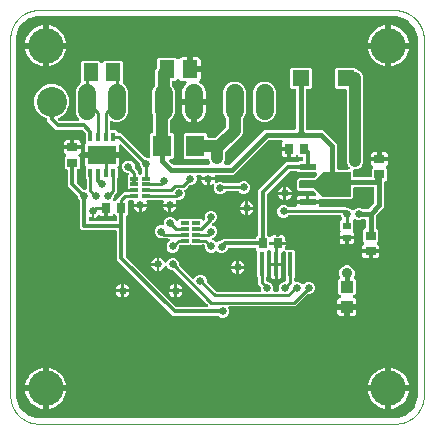
<source format=gbl>
G04 EAGLE Gerber RS-274X export*
G75*
%MOMM*%
%FSLAX35Y35*%
%LPD*%
%INcopper_bottom*%
%IPPOS*%
%AMOC8*
5,1,8,0,0,1.08239X$1,22.5*%
G01*
%ADD10C,0.000000*%
%ADD11R,1.300000X1.500000*%
%ADD12R,0.900000X0.700000*%
%ADD13R,0.700000X0.900000*%
%ADD14R,1.400000X1.400000*%
%ADD15R,2.400000X1.500000*%
%ADD16R,0.350000X0.650000*%
%ADD17R,1.600000X1.803000*%
%ADD18C,1.500000*%
%ADD19R,0.400000X2.000000*%
%ADD20R,1.100000X1.000000*%
%ADD21R,0.700000X0.600000*%
%ADD22C,2.540000*%
%ADD23R,0.650000X0.300000*%
%ADD24R,1.400000X0.570000*%
%ADD25R,1.400000X0.650000*%
%ADD26C,1.016000*%
%ADD27C,0.450000*%
%ADD28C,0.508000*%
%ADD29C,0.650000*%
%ADD30C,3.000000*%
%ADD31C,0.250000*%
%ADD32C,0.800000*%
%ADD33C,0.500000*%
%ADD34C,0.300000*%
%ADD35C,0.254000*%
%ADD36C,0.350000*%
%ADD37C,0.900000*%

G36*
X248748Y50051D02*
X248748Y50051D01*
X249009Y50018D01*
X257682Y50474D01*
X259647Y50048D01*
X260322Y50074D01*
X260732Y50000D01*
X3239268Y50000D01*
X3242398Y50399D01*
X3242555Y50461D01*
X3250990Y50018D01*
X3251388Y50047D01*
X3251646Y50000D01*
X3256605Y50000D01*
X3256797Y50025D01*
X3256929Y50004D01*
X3281112Y50632D01*
X3283651Y51023D01*
X3284020Y51053D01*
X3337009Y65239D01*
X3339930Y66433D01*
X3340303Y66712D01*
X3340582Y66829D01*
X3386594Y96695D01*
X3389003Y98733D01*
X3389272Y99113D01*
X3389501Y99311D01*
X3424032Y141933D01*
X3424698Y143010D01*
X3424996Y143375D01*
X3425206Y143831D01*
X3425693Y144617D01*
X3425830Y145060D01*
X3425988Y145319D01*
X3445658Y196527D01*
X3446268Y199019D01*
X3446382Y199375D01*
X3449892Y225997D01*
X3449897Y227063D01*
X3449999Y227631D01*
X3449999Y3270503D01*
X3449801Y3272059D01*
X3449802Y3272719D01*
X3444862Y3300145D01*
X3444091Y3302594D01*
X3444004Y3302956D01*
X3420258Y3357024D01*
X3418634Y3359730D01*
X3418303Y3360057D01*
X3418145Y3360314D01*
X3378853Y3404398D01*
X3376472Y3406471D01*
X3376056Y3406678D01*
X3375826Y3406875D01*
X3324834Y3436660D01*
X3321930Y3437895D01*
X3321469Y3437964D01*
X3321190Y3438079D01*
X3263491Y3450649D01*
X3260933Y3450874D01*
X3260566Y3450933D01*
X3238291Y3450462D01*
X3238199Y3450448D01*
X3238106Y3450457D01*
X3237785Y3450387D01*
X3235182Y3449999D01*
X3228117Y3449999D01*
X3227339Y3449900D01*
X3226873Y3449937D01*
X3220079Y3449258D01*
X3219387Y3449467D01*
X3216275Y3449989D01*
X3215976Y3449963D01*
X3215777Y3449999D01*
X260732Y3449999D01*
X257601Y3449601D01*
X257445Y3449538D01*
X249011Y3449982D01*
X248613Y3449953D01*
X248354Y3449999D01*
X243393Y3449999D01*
X243201Y3449975D01*
X243069Y3449995D01*
X218888Y3449368D01*
X216348Y3448977D01*
X215980Y3448946D01*
X162991Y3434761D01*
X160070Y3433566D01*
X159697Y3433288D01*
X159418Y3433171D01*
X113406Y3403305D01*
X110997Y3401266D01*
X110728Y3400887D01*
X110499Y3400689D01*
X75968Y3358066D01*
X75072Y3356618D01*
X74939Y3356455D01*
X74845Y3356253D01*
X74307Y3355383D01*
X74169Y3354939D01*
X74012Y3354680D01*
X54342Y3303473D01*
X53732Y3300981D01*
X53618Y3300625D01*
X50108Y3274003D01*
X50103Y3272937D01*
X50000Y3272369D01*
X50000Y227631D01*
X50135Y226574D01*
X50108Y225997D01*
X53618Y199375D01*
X54273Y196892D01*
X54342Y196527D01*
X74012Y145319D01*
X74250Y144878D01*
X74375Y144508D01*
X74778Y143896D01*
X75507Y142540D01*
X75823Y142198D01*
X75968Y141933D01*
X110499Y99311D01*
X112779Y97129D01*
X113185Y96902D01*
X113406Y96695D01*
X159418Y66829D01*
X162261Y65458D01*
X162717Y65368D01*
X162991Y65239D01*
X215980Y51053D01*
X218523Y50708D01*
X218888Y50632D01*
X243072Y50004D01*
X243265Y50024D01*
X243396Y50000D01*
X248353Y50000D01*
X248748Y50051D01*
G37*
%LPC*%
G36*
X1789557Y897499D02*
X1789557Y897499D01*
X1770261Y905492D01*
X1766914Y908838D01*
X1766048Y909509D01*
X1765237Y910245D01*
X1764805Y910472D01*
X1764419Y910770D01*
X1763413Y911202D01*
X1762443Y911712D01*
X1762070Y911779D01*
X1761519Y912016D01*
X1758400Y912495D01*
X1758207Y912476D01*
X1758076Y912499D01*
X1374467Y912499D01*
X902499Y1384467D01*
X902499Y1625000D01*
X902341Y1626248D01*
X902247Y1627499D01*
X902142Y1627808D01*
X902101Y1628131D01*
X901635Y1629298D01*
X901231Y1630487D01*
X901052Y1630759D01*
X900931Y1631062D01*
X900188Y1632075D01*
X899498Y1633125D01*
X899257Y1633344D01*
X899065Y1633606D01*
X898092Y1634400D01*
X897161Y1635245D01*
X896872Y1635397D01*
X896620Y1635602D01*
X895481Y1636127D01*
X894367Y1636712D01*
X894110Y1636758D01*
X893753Y1636923D01*
X890648Y1637483D01*
X890256Y1637453D01*
X890000Y1637499D01*
X609467Y1637499D01*
X587499Y1659467D01*
X587499Y1883076D01*
X587361Y1884164D01*
X587308Y1885258D01*
X587163Y1885723D01*
X587101Y1886207D01*
X586695Y1887224D01*
X586369Y1888271D01*
X586153Y1888581D01*
X585931Y1889138D01*
X584065Y1891683D01*
X583914Y1891805D01*
X583838Y1891915D01*
X580492Y1895261D01*
X572499Y1914557D01*
X572499Y1919289D01*
X572361Y1920377D01*
X572308Y1921470D01*
X572163Y1921935D01*
X572101Y1922420D01*
X571695Y1923438D01*
X571369Y1924483D01*
X571154Y1924793D01*
X570931Y1925351D01*
X569065Y1927895D01*
X568915Y1928018D01*
X568838Y1928128D01*
X487499Y2009467D01*
X487499Y2142500D01*
X487341Y2143748D01*
X487247Y2144999D01*
X487142Y2145308D01*
X487101Y2145631D01*
X486635Y2146798D01*
X486231Y2147987D01*
X486052Y2148259D01*
X485931Y2148562D01*
X485188Y2149575D01*
X484498Y2150625D01*
X484257Y2150844D01*
X484065Y2151106D01*
X483092Y2151900D01*
X482161Y2152745D01*
X481872Y2152897D01*
X481620Y2153102D01*
X480481Y2153627D01*
X479367Y2154212D01*
X479110Y2154258D01*
X478753Y2154423D01*
X475648Y2154983D01*
X475256Y2154953D01*
X475000Y2154999D01*
X471715Y2154999D01*
X459999Y2166715D01*
X459999Y2253284D01*
X469994Y2263278D01*
X470798Y2264317D01*
X471642Y2265315D01*
X471759Y2265559D01*
X471926Y2265774D01*
X472442Y2266977D01*
X473011Y2268158D01*
X473064Y2268425D01*
X473171Y2268673D01*
X473370Y2269969D01*
X473625Y2271253D01*
X473609Y2271523D01*
X473651Y2271793D01*
X473519Y2273098D01*
X473444Y2274404D01*
X473361Y2274663D01*
X473333Y2274933D01*
X472880Y2276161D01*
X472479Y2277409D01*
X472334Y2277638D01*
X472240Y2277893D01*
X471491Y2278971D01*
X470793Y2280077D01*
X470626Y2280217D01*
X470440Y2280485D01*
X468048Y2282544D01*
X467634Y2282748D01*
X467405Y2282942D01*
X464404Y2284674D01*
X459674Y2289404D01*
X456330Y2295196D01*
X454599Y2301655D01*
X454599Y2322500D01*
X519998Y2322500D01*
X521245Y2322659D01*
X522497Y2322753D01*
X522805Y2322857D01*
X523128Y2322898D01*
X524296Y2323364D01*
X525020Y2323611D01*
X525635Y2323288D01*
X525892Y2323241D01*
X526248Y2323077D01*
X529354Y2322517D01*
X529746Y2322546D01*
X530002Y2322500D01*
X595400Y2322500D01*
X595400Y2301655D01*
X593669Y2295196D01*
X590326Y2289404D01*
X585596Y2284674D01*
X582595Y2282942D01*
X581552Y2282149D01*
X580476Y2281401D01*
X580299Y2281196D01*
X580083Y2281031D01*
X579272Y2280002D01*
X578417Y2279009D01*
X578297Y2278766D01*
X578129Y2278553D01*
X577602Y2277353D01*
X577023Y2276178D01*
X576968Y2275913D01*
X576859Y2275664D01*
X576648Y2274369D01*
X576383Y2273088D01*
X576396Y2272817D01*
X576353Y2272549D01*
X576473Y2271243D01*
X576537Y2269936D01*
X576618Y2269677D01*
X576643Y2269407D01*
X577086Y2268174D01*
X577475Y2266923D01*
X577600Y2266743D01*
X577710Y2266437D01*
X579488Y2263829D01*
X579834Y2263526D01*
X580006Y2263278D01*
X590000Y2253284D01*
X590000Y2166715D01*
X578284Y2154999D01*
X575000Y2154999D01*
X573752Y2154841D01*
X572500Y2154747D01*
X572192Y2154642D01*
X571869Y2154601D01*
X570702Y2154135D01*
X569513Y2153731D01*
X569241Y2153552D01*
X568938Y2153431D01*
X567924Y2152688D01*
X566875Y2151998D01*
X566656Y2151757D01*
X566393Y2151565D01*
X565598Y2150591D01*
X564755Y2149661D01*
X564603Y2149372D01*
X564398Y2149120D01*
X563873Y2147981D01*
X563288Y2146867D01*
X563242Y2146610D01*
X563077Y2146253D01*
X562517Y2143148D01*
X562547Y2142756D01*
X562500Y2142500D01*
X562500Y2045711D01*
X562639Y2044623D01*
X562692Y2043530D01*
X562837Y2043064D01*
X562899Y2042580D01*
X563305Y2041562D01*
X563631Y2040517D01*
X563846Y2040206D01*
X564068Y2039649D01*
X565935Y2037104D01*
X566085Y2036982D01*
X566161Y2036872D01*
X621872Y1981161D01*
X622739Y1980490D01*
X623550Y1979755D01*
X623982Y1979528D01*
X624368Y1979229D01*
X625373Y1978798D01*
X626344Y1978288D01*
X626717Y1978221D01*
X627268Y1977984D01*
X630387Y1977504D01*
X630580Y1977524D01*
X630711Y1977500D01*
X632500Y1977500D01*
X633748Y1977659D01*
X634999Y1977753D01*
X635308Y1977858D01*
X635631Y1977899D01*
X636798Y1978365D01*
X637987Y1978769D01*
X638259Y1978948D01*
X638562Y1979068D01*
X639575Y1979812D01*
X640625Y1980501D01*
X640844Y1980743D01*
X641106Y1980935D01*
X641900Y1981908D01*
X642745Y1982839D01*
X642897Y1983128D01*
X643102Y1983380D01*
X643627Y1984519D01*
X644212Y1985633D01*
X644258Y1985889D01*
X644423Y1986246D01*
X644983Y1989352D01*
X644953Y1989743D01*
X644999Y1990000D01*
X644999Y2069038D01*
X644861Y2070126D01*
X644808Y2071219D01*
X644663Y2071684D01*
X644601Y2072168D01*
X644195Y2073187D01*
X643869Y2074232D01*
X643654Y2074542D01*
X643431Y2075099D01*
X641565Y2077644D01*
X641415Y2077767D01*
X641338Y2077876D01*
X639999Y2079215D01*
X639999Y2160784D01*
X640308Y2161093D01*
X641078Y2162087D01*
X641897Y2163039D01*
X642041Y2163331D01*
X642240Y2163588D01*
X642736Y2164742D01*
X643291Y2165870D01*
X643357Y2166189D01*
X643486Y2166488D01*
X643677Y2167731D01*
X643932Y2168961D01*
X643916Y2169285D01*
X643965Y2169607D01*
X643839Y2170860D01*
X643778Y2172113D01*
X643681Y2172423D01*
X643648Y2172747D01*
X643213Y2173926D01*
X642839Y2175126D01*
X642691Y2175339D01*
X642555Y2175708D01*
X640755Y2178300D01*
X640457Y2178557D01*
X640308Y2178770D01*
X634674Y2184404D01*
X631330Y2190196D01*
X629599Y2196655D01*
X629599Y2250001D01*
X762499Y2250001D01*
X763746Y2250160D01*
X764998Y2250253D01*
X765306Y2250358D01*
X765629Y2250399D01*
X766797Y2250865D01*
X767986Y2251270D01*
X768258Y2251448D01*
X768560Y2251569D01*
X769574Y2252313D01*
X770624Y2253002D01*
X770843Y2253243D01*
X771105Y2253436D01*
X771899Y2254408D01*
X772744Y2255340D01*
X772895Y2255629D01*
X773101Y2255880D01*
X773626Y2257019D01*
X774211Y2258134D01*
X774257Y2258390D01*
X774421Y2258747D01*
X774981Y2261853D01*
X774952Y2262244D01*
X774998Y2262500D01*
X774998Y2287499D01*
X774839Y2288747D01*
X774746Y2289998D01*
X774641Y2290307D01*
X774600Y2290630D01*
X774134Y2291797D01*
X773729Y2292986D01*
X773551Y2293258D01*
X773430Y2293561D01*
X772687Y2294574D01*
X771997Y2295624D01*
X771756Y2295843D01*
X771563Y2296105D01*
X770591Y2296899D01*
X769659Y2297744D01*
X769370Y2297896D01*
X769119Y2298101D01*
X767980Y2298626D01*
X766865Y2299211D01*
X766609Y2299257D01*
X766252Y2299422D01*
X763147Y2299982D01*
X762755Y2299952D01*
X762499Y2299998D01*
X629599Y2299998D01*
X629599Y2353344D01*
X631330Y2359804D01*
X634674Y2365596D01*
X640308Y2371229D01*
X641078Y2372223D01*
X641898Y2373176D01*
X642041Y2373468D01*
X642240Y2373725D01*
X642736Y2374880D01*
X643291Y2376007D01*
X643357Y2376326D01*
X643486Y2376625D01*
X643677Y2377868D01*
X643932Y2379098D01*
X643916Y2379421D01*
X643965Y2379744D01*
X643839Y2380997D01*
X643778Y2382250D01*
X643681Y2382560D01*
X643648Y2382884D01*
X643212Y2384064D01*
X642839Y2385263D01*
X642691Y2385476D01*
X642555Y2385844D01*
X640755Y2388436D01*
X640457Y2388693D01*
X640308Y2388907D01*
X639999Y2389216D01*
X639999Y2451789D01*
X639861Y2452877D01*
X639808Y2453970D01*
X639663Y2454436D01*
X639601Y2454920D01*
X639195Y2455938D01*
X638869Y2456983D01*
X638654Y2457294D01*
X638431Y2457851D01*
X636565Y2460396D01*
X636415Y2460518D01*
X636338Y2460628D01*
X613128Y2483838D01*
X612262Y2484509D01*
X611450Y2485245D01*
X611017Y2485472D01*
X610632Y2485770D01*
X609628Y2486202D01*
X608656Y2486712D01*
X608283Y2486779D01*
X607732Y2487016D01*
X604613Y2487495D01*
X604420Y2487476D01*
X604289Y2487499D01*
X384467Y2487499D01*
X312499Y2559467D01*
X312499Y2573069D01*
X312451Y2573453D01*
X312476Y2573841D01*
X312252Y2575016D01*
X312101Y2576200D01*
X311957Y2576559D01*
X311885Y2576941D01*
X311374Y2578021D01*
X310931Y2579131D01*
X310702Y2579443D01*
X310536Y2579794D01*
X309773Y2580711D01*
X309065Y2581675D01*
X308764Y2581921D01*
X308516Y2582218D01*
X307969Y2582570D01*
X306620Y2583671D01*
X305331Y2584265D01*
X304783Y2584617D01*
X266731Y2600379D01*
X225379Y2641731D01*
X202999Y2695759D01*
X202999Y2754240D01*
X225379Y2808269D01*
X266731Y2849621D01*
X320759Y2872000D01*
X379240Y2872000D01*
X433269Y2849621D01*
X474621Y2808269D01*
X497000Y2754240D01*
X497000Y2695759D01*
X474621Y2641731D01*
X433269Y2600379D01*
X411226Y2591248D01*
X410749Y2590976D01*
X410233Y2590785D01*
X409384Y2590196D01*
X408486Y2589683D01*
X408093Y2589299D01*
X407641Y2588985D01*
X406966Y2588201D01*
X406226Y2587480D01*
X405941Y2587010D01*
X405582Y2586593D01*
X405125Y2585665D01*
X404589Y2584782D01*
X404431Y2584255D01*
X404188Y2583762D01*
X403979Y2582750D01*
X403681Y2581759D01*
X403659Y2581209D01*
X403548Y2580671D01*
X403598Y2579639D01*
X403558Y2578606D01*
X403675Y2578069D01*
X403702Y2577519D01*
X404009Y2576533D01*
X404229Y2575522D01*
X404477Y2575032D01*
X404640Y2574506D01*
X405012Y2573971D01*
X405651Y2572705D01*
X406800Y2571397D01*
X407171Y2570862D01*
X411873Y2566161D01*
X412739Y2565490D01*
X413550Y2564755D01*
X413982Y2564528D01*
X414368Y2564229D01*
X415374Y2563797D01*
X416344Y2563288D01*
X416716Y2563221D01*
X417268Y2562984D01*
X420387Y2562504D01*
X420580Y2562524D01*
X420711Y2562500D01*
X570973Y2562500D01*
X572373Y2562679D01*
X573788Y2562822D01*
X573942Y2562878D01*
X574103Y2562899D01*
X575417Y2563423D01*
X576749Y2563915D01*
X576883Y2564008D01*
X577034Y2564068D01*
X578181Y2564909D01*
X579341Y2565715D01*
X579447Y2565838D01*
X579579Y2565935D01*
X580477Y2567035D01*
X581400Y2568107D01*
X581472Y2568254D01*
X581575Y2568380D01*
X582166Y2569664D01*
X582794Y2570938D01*
X582827Y2571098D01*
X582895Y2571246D01*
X583146Y2572640D01*
X583434Y2574029D01*
X583426Y2574192D01*
X583455Y2574352D01*
X583349Y2575765D01*
X583280Y2577181D01*
X583232Y2577336D01*
X583219Y2577499D01*
X582763Y2578842D01*
X582342Y2580194D01*
X582265Y2580303D01*
X582203Y2580487D01*
X580471Y2583125D01*
X580027Y2583528D01*
X579811Y2583838D01*
X567462Y2596187D01*
X552999Y2631103D01*
X552999Y2818897D01*
X567462Y2853813D01*
X591344Y2877694D01*
X592072Y2878635D01*
X592745Y2879377D01*
X592892Y2879656D01*
X593137Y2879959D01*
X593193Y2880083D01*
X593276Y2880190D01*
X593743Y2881279D01*
X594212Y2882171D01*
X594257Y2882420D01*
X594444Y2882831D01*
X594468Y2882965D01*
X594521Y2883089D01*
X594740Y2884516D01*
X594991Y2885939D01*
X594980Y2886074D01*
X595001Y2886209D01*
X594979Y2886424D01*
X594999Y2886538D01*
X594999Y3058284D01*
X606715Y3070000D01*
X753284Y3070000D01*
X766161Y3057123D01*
X767154Y3056354D01*
X768107Y3055534D01*
X768399Y3055390D01*
X768657Y3055191D01*
X769810Y3054696D01*
X770938Y3054140D01*
X771258Y3054074D01*
X771556Y3053946D01*
X772798Y3053755D01*
X774028Y3053500D01*
X774353Y3053516D01*
X774676Y3053466D01*
X775929Y3053593D01*
X777181Y3053654D01*
X777491Y3053751D01*
X777815Y3053783D01*
X778995Y3054219D01*
X780194Y3054593D01*
X780407Y3054741D01*
X780776Y3054877D01*
X783368Y3056677D01*
X783625Y3056975D01*
X783838Y3057123D01*
X796715Y3070000D01*
X943284Y3070000D01*
X955000Y3058284D01*
X955000Y2886538D01*
X955130Y2885521D01*
X955187Y2884352D01*
X955227Y2884223D01*
X955237Y2884087D01*
X955358Y2883724D01*
X955399Y2883407D01*
X955774Y2882468D01*
X956125Y2881339D01*
X956189Y2881247D01*
X956240Y2881095D01*
X956451Y2880771D01*
X956568Y2880476D01*
X957222Y2879586D01*
X957961Y2878449D01*
X958248Y2878187D01*
X958435Y2877932D01*
X958565Y2877826D01*
X958656Y2877694D01*
X982538Y2853813D01*
X997000Y2818897D01*
X997000Y2631103D01*
X982538Y2596187D01*
X955813Y2569462D01*
X920897Y2554999D01*
X883103Y2554999D01*
X857283Y2565694D01*
X856753Y2565839D01*
X856253Y2566069D01*
X855235Y2566253D01*
X854238Y2566524D01*
X853688Y2566532D01*
X853148Y2566629D01*
X852117Y2566552D01*
X851083Y2566565D01*
X850548Y2566434D01*
X850000Y2566393D01*
X849022Y2566061D01*
X848018Y2565815D01*
X847533Y2565554D01*
X847013Y2565377D01*
X846149Y2564810D01*
X845238Y2564320D01*
X844835Y2563947D01*
X844375Y2563645D01*
X843679Y2562878D01*
X842921Y2562177D01*
X842624Y2561715D01*
X842255Y2561307D01*
X841773Y2560390D01*
X841215Y2559522D01*
X841044Y2559000D01*
X840788Y2558513D01*
X840672Y2557873D01*
X840228Y2556524D01*
X840116Y2554786D01*
X840000Y2554147D01*
X840000Y2495000D01*
X840159Y2493752D01*
X840253Y2492500D01*
X840358Y2492192D01*
X840399Y2491869D01*
X840865Y2490702D01*
X841269Y2489513D01*
X841448Y2489241D01*
X841568Y2488938D01*
X842312Y2487924D01*
X843001Y2486875D01*
X843243Y2486656D01*
X843435Y2486393D01*
X844408Y2485599D01*
X845339Y2484755D01*
X845628Y2484603D01*
X845880Y2484398D01*
X847019Y2483873D01*
X848133Y2483288D01*
X848389Y2483242D01*
X848746Y2483077D01*
X851852Y2482517D01*
X852243Y2482547D01*
X852500Y2482500D01*
X898284Y2482500D01*
X911268Y2469517D01*
X911269Y2469513D01*
X911448Y2469241D01*
X911568Y2468938D01*
X912312Y2467924D01*
X913001Y2466875D01*
X913243Y2466656D01*
X913435Y2466393D01*
X914408Y2465599D01*
X915339Y2464755D01*
X915628Y2464603D01*
X915880Y2464398D01*
X917019Y2463873D01*
X918133Y2463288D01*
X918389Y2463242D01*
X918746Y2463077D01*
X921852Y2462517D01*
X922243Y2462547D01*
X922500Y2462500D01*
X933462Y2462500D01*
X1139801Y2256161D01*
X1140668Y2255490D01*
X1141479Y2254755D01*
X1141911Y2254528D01*
X1142296Y2254229D01*
X1143302Y2253798D01*
X1144273Y2253288D01*
X1144645Y2253221D01*
X1145196Y2252984D01*
X1148315Y2252504D01*
X1148508Y2252524D01*
X1148639Y2252500D01*
X1160443Y2252500D01*
X1165517Y2250399D01*
X1166047Y2250254D01*
X1166547Y2250024D01*
X1167564Y2249841D01*
X1168561Y2249569D01*
X1169111Y2249562D01*
X1169652Y2249464D01*
X1170683Y2249541D01*
X1171717Y2249528D01*
X1172251Y2249659D01*
X1172799Y2249700D01*
X1173778Y2250033D01*
X1174782Y2250278D01*
X1175267Y2250539D01*
X1175787Y2250716D01*
X1176651Y2251283D01*
X1177562Y2251773D01*
X1177965Y2252146D01*
X1178425Y2252448D01*
X1179119Y2253214D01*
X1179878Y2253916D01*
X1180176Y2254379D01*
X1180545Y2254786D01*
X1181025Y2255701D01*
X1181584Y2256571D01*
X1181756Y2257093D01*
X1182012Y2257580D01*
X1182128Y2258220D01*
X1182571Y2259569D01*
X1182673Y2261133D01*
X1182783Y2261742D01*
X1182777Y2261820D01*
X1182799Y2261947D01*
X1182799Y2448434D01*
X1194515Y2460150D01*
X1199500Y2460150D01*
X1200748Y2460309D01*
X1201999Y2460403D01*
X1202308Y2460508D01*
X1202631Y2460549D01*
X1203798Y2461015D01*
X1204987Y2461419D01*
X1205259Y2461598D01*
X1205562Y2461718D01*
X1206575Y2462462D01*
X1207625Y2463151D01*
X1207844Y2463393D01*
X1208106Y2463585D01*
X1208900Y2464558D01*
X1209745Y2465489D01*
X1209897Y2465778D01*
X1210102Y2466030D01*
X1210627Y2467169D01*
X1211212Y2468283D01*
X1211258Y2468539D01*
X1211423Y2468896D01*
X1211983Y2472002D01*
X1211953Y2472393D01*
X1211999Y2472650D01*
X1211999Y2606889D01*
X1211971Y2607113D01*
X1211991Y2607337D01*
X1211873Y2607878D01*
X1211601Y2610020D01*
X1211176Y2611086D01*
X1211048Y2611673D01*
X1202999Y2631103D01*
X1202999Y2818897D01*
X1217463Y2853813D01*
X1223538Y2859889D01*
X1224208Y2860754D01*
X1224945Y2861567D01*
X1225172Y2861999D01*
X1225470Y2862384D01*
X1225903Y2863391D01*
X1226412Y2864361D01*
X1226479Y2864733D01*
X1226716Y2865284D01*
X1227195Y2868403D01*
X1227176Y2868597D01*
X1227199Y2868728D01*
X1227199Y2982083D01*
X1237978Y3008105D01*
X1241338Y3011465D01*
X1242010Y3012332D01*
X1242745Y3013143D01*
X1242971Y3013574D01*
X1243270Y3013960D01*
X1243703Y3014968D01*
X1244212Y3015937D01*
X1244279Y3016309D01*
X1244516Y3016860D01*
X1244995Y3019979D01*
X1244976Y3020173D01*
X1244999Y3020304D01*
X1244999Y3083284D01*
X1256715Y3095000D01*
X1403284Y3095000D01*
X1413278Y3085006D01*
X1414317Y3084202D01*
X1415315Y3083358D01*
X1415559Y3083241D01*
X1415774Y3083074D01*
X1416977Y3082558D01*
X1418158Y3081988D01*
X1418425Y3081936D01*
X1418673Y3081829D01*
X1419969Y3081629D01*
X1421253Y3081375D01*
X1421523Y3081391D01*
X1421793Y3081349D01*
X1423098Y3081481D01*
X1424404Y3081556D01*
X1424663Y3081639D01*
X1424933Y3081666D01*
X1426161Y3082120D01*
X1427409Y3082521D01*
X1427638Y3082666D01*
X1427893Y3082760D01*
X1428971Y3083508D01*
X1430077Y3084207D01*
X1430217Y3084373D01*
X1430485Y3084560D01*
X1432544Y3086952D01*
X1432748Y3087366D01*
X1432942Y3087595D01*
X1434674Y3090596D01*
X1439404Y3095326D01*
X1445196Y3098669D01*
X1451655Y3100400D01*
X1495001Y3100400D01*
X1495001Y3012501D01*
X1495160Y3011253D01*
X1495253Y3010002D01*
X1495358Y3009693D01*
X1495399Y3009370D01*
X1495865Y3008203D01*
X1496270Y3007014D01*
X1496448Y3006742D01*
X1496569Y3006439D01*
X1497313Y3005426D01*
X1498002Y3004376D01*
X1498243Y3004157D01*
X1498436Y3003895D01*
X1499408Y3003101D01*
X1500340Y3002256D01*
X1500629Y3002104D01*
X1500880Y3001899D01*
X1502019Y3001374D01*
X1503134Y3000789D01*
X1503390Y3000743D01*
X1503747Y3000578D01*
X1506853Y3000018D01*
X1507244Y3000048D01*
X1507500Y3000002D01*
X1520002Y3000002D01*
X1520002Y2987500D01*
X1520160Y2986253D01*
X1520254Y2985001D01*
X1520359Y2984693D01*
X1520400Y2984370D01*
X1520866Y2983202D01*
X1521270Y2982013D01*
X1521449Y2981742D01*
X1521570Y2981439D01*
X1522313Y2980425D01*
X1523003Y2979375D01*
X1523244Y2979157D01*
X1523436Y2978894D01*
X1524409Y2978100D01*
X1525340Y2977255D01*
X1525629Y2977104D01*
X1525881Y2976898D01*
X1527020Y2976373D01*
X1528134Y2975788D01*
X1528391Y2975742D01*
X1528748Y2975578D01*
X1531853Y2975018D01*
X1532245Y2975047D01*
X1532501Y2975001D01*
X1610400Y2975001D01*
X1610400Y2921655D01*
X1608669Y2915196D01*
X1605326Y2909404D01*
X1601663Y2905741D01*
X1601626Y2905694D01*
X1601581Y2905658D01*
X1600668Y2904457D01*
X1599731Y2903246D01*
X1599707Y2903191D01*
X1599672Y2903145D01*
X1599083Y2901738D01*
X1598485Y2900346D01*
X1598477Y2900288D01*
X1598454Y2900234D01*
X1598239Y2898743D01*
X1598006Y2897227D01*
X1598012Y2897167D01*
X1598003Y2897110D01*
X1598168Y2895619D01*
X1598323Y2894087D01*
X1598343Y2894031D01*
X1598350Y2893973D01*
X1598888Y2892558D01*
X1599416Y2891126D01*
X1599450Y2891078D01*
X1599471Y2891023D01*
X1600349Y2889783D01*
X1601216Y2888534D01*
X1601261Y2888496D01*
X1601295Y2888448D01*
X1601480Y2888307D01*
X1603608Y2886475D01*
X1604166Y2886201D01*
X1617407Y2876581D01*
X1628581Y2865407D01*
X1637870Y2852621D01*
X1645045Y2838539D01*
X1649928Y2823512D01*
X1652400Y2807901D01*
X1652400Y2749999D01*
X1564501Y2749999D01*
X1563254Y2749840D01*
X1562002Y2749746D01*
X1561694Y2749642D01*
X1561371Y2749600D01*
X1560203Y2749134D01*
X1559014Y2748730D01*
X1558743Y2748552D01*
X1558440Y2748431D01*
X1557426Y2747687D01*
X1556376Y2746998D01*
X1556158Y2746757D01*
X1555895Y2746564D01*
X1555101Y2745592D01*
X1554256Y2744660D01*
X1554105Y2744371D01*
X1553899Y2744119D01*
X1553374Y2742980D01*
X1552789Y2741866D01*
X1552743Y2741610D01*
X1552579Y2741253D01*
X1552019Y2738147D01*
X1552026Y2738053D01*
X1552019Y2738014D01*
X1552041Y2737716D01*
X1552002Y2737499D01*
X1552002Y2724998D01*
X1551998Y2724998D01*
X1551998Y2737499D01*
X1551839Y2738747D01*
X1551745Y2739999D01*
X1551641Y2740307D01*
X1551599Y2740630D01*
X1551133Y2741798D01*
X1550729Y2742986D01*
X1550551Y2743258D01*
X1550430Y2743561D01*
X1549686Y2744575D01*
X1548997Y2745624D01*
X1548756Y2745843D01*
X1548563Y2746106D01*
X1547591Y2746900D01*
X1546659Y2747744D01*
X1546370Y2747896D01*
X1546118Y2748102D01*
X1544979Y2748626D01*
X1543865Y2749211D01*
X1543609Y2749258D01*
X1543252Y2749422D01*
X1540146Y2749982D01*
X1539755Y2749953D01*
X1539498Y2749999D01*
X1451599Y2749999D01*
X1451599Y2807901D01*
X1454072Y2823512D01*
X1458955Y2838539D01*
X1466129Y2852621D01*
X1475419Y2865407D01*
X1486593Y2876581D01*
X1487153Y2876987D01*
X1487751Y2877550D01*
X1488413Y2878035D01*
X1488896Y2878627D01*
X1489452Y2879150D01*
X1489890Y2879844D01*
X1490409Y2880480D01*
X1490728Y2881173D01*
X1491135Y2881819D01*
X1491386Y2882601D01*
X1491729Y2883347D01*
X1491864Y2884097D01*
X1492097Y2884824D01*
X1492144Y2885646D01*
X1492289Y2886452D01*
X1492232Y2887212D01*
X1492275Y2887975D01*
X1492115Y2888782D01*
X1492053Y2889599D01*
X1491808Y2890321D01*
X1491659Y2891070D01*
X1491301Y2891811D01*
X1491037Y2892587D01*
X1490619Y2893224D01*
X1490287Y2893912D01*
X1489755Y2894539D01*
X1489305Y2895225D01*
X1488740Y2895738D01*
X1488246Y2896320D01*
X1487575Y2896794D01*
X1486967Y2897345D01*
X1486292Y2897700D01*
X1485668Y2898140D01*
X1484900Y2898430D01*
X1484173Y2898812D01*
X1483633Y2898909D01*
X1482716Y2899256D01*
X1480183Y2899532D01*
X1479807Y2899599D01*
X1451655Y2899599D01*
X1445196Y2901330D01*
X1439404Y2904674D01*
X1434674Y2909404D01*
X1432942Y2912405D01*
X1432149Y2913448D01*
X1431401Y2914524D01*
X1431196Y2914701D01*
X1431031Y2914917D01*
X1430002Y2915728D01*
X1429009Y2916583D01*
X1428766Y2916703D01*
X1428553Y2916870D01*
X1427353Y2917398D01*
X1426178Y2917977D01*
X1425913Y2918032D01*
X1425664Y2918141D01*
X1424369Y2918351D01*
X1423088Y2918617D01*
X1422817Y2918604D01*
X1422549Y2918647D01*
X1421244Y2918527D01*
X1419936Y2918463D01*
X1419677Y2918382D01*
X1419407Y2918357D01*
X1418174Y2917914D01*
X1416923Y2917524D01*
X1416743Y2917400D01*
X1416437Y2917289D01*
X1413829Y2915512D01*
X1413526Y2915165D01*
X1413278Y2914994D01*
X1403284Y2904999D01*
X1381300Y2904999D01*
X1380052Y2904841D01*
X1378800Y2904747D01*
X1378492Y2904642D01*
X1378169Y2904601D01*
X1377002Y2904135D01*
X1375813Y2903731D01*
X1375541Y2903552D01*
X1375238Y2903431D01*
X1374224Y2902688D01*
X1373175Y2901998D01*
X1372956Y2901757D01*
X1372693Y2901565D01*
X1371899Y2900592D01*
X1371055Y2899661D01*
X1370903Y2899372D01*
X1370698Y2899120D01*
X1370173Y2897981D01*
X1369588Y2896867D01*
X1369542Y2896610D01*
X1369377Y2896253D01*
X1368817Y2893148D01*
X1368847Y2892756D01*
X1368800Y2892500D01*
X1368800Y2868728D01*
X1368939Y2867640D01*
X1368992Y2866546D01*
X1369137Y2866081D01*
X1369199Y2865597D01*
X1369605Y2864580D01*
X1369931Y2863533D01*
X1370146Y2863223D01*
X1370368Y2862666D01*
X1372235Y2860121D01*
X1372386Y2859998D01*
X1372462Y2859889D01*
X1378537Y2853813D01*
X1393000Y2818897D01*
X1393000Y2631103D01*
X1378538Y2596187D01*
X1357261Y2574911D01*
X1356590Y2574044D01*
X1355855Y2573233D01*
X1355628Y2572801D01*
X1355329Y2572415D01*
X1354897Y2571409D01*
X1354388Y2570439D01*
X1354321Y2570067D01*
X1354084Y2569516D01*
X1353604Y2566396D01*
X1353624Y2566203D01*
X1353600Y2566072D01*
X1353600Y2472650D01*
X1353759Y2471402D01*
X1353853Y2470150D01*
X1353958Y2469842D01*
X1353999Y2469519D01*
X1354465Y2468352D01*
X1354869Y2467163D01*
X1355048Y2466891D01*
X1355168Y2466588D01*
X1355912Y2465574D01*
X1356601Y2464525D01*
X1356843Y2464306D01*
X1357035Y2464043D01*
X1358008Y2463249D01*
X1358939Y2462405D01*
X1359228Y2462253D01*
X1359480Y2462048D01*
X1360619Y2461523D01*
X1361733Y2460938D01*
X1361989Y2460892D01*
X1362346Y2460727D01*
X1365452Y2460167D01*
X1365843Y2460197D01*
X1366100Y2460150D01*
X1371084Y2460150D01*
X1382800Y2448434D01*
X1382800Y2251565D01*
X1371084Y2239849D01*
X1358231Y2239849D01*
X1356829Y2239671D01*
X1355415Y2239528D01*
X1355262Y2239472D01*
X1355100Y2239451D01*
X1353786Y2238927D01*
X1352455Y2238435D01*
X1352321Y2238342D01*
X1352169Y2238281D01*
X1351027Y2237443D01*
X1349863Y2236635D01*
X1349756Y2236511D01*
X1349625Y2236415D01*
X1348732Y2235321D01*
X1347804Y2234243D01*
X1347731Y2234096D01*
X1347629Y2233970D01*
X1347038Y2232688D01*
X1346410Y2231411D01*
X1346377Y2231251D01*
X1346308Y2231103D01*
X1346057Y2229711D01*
X1345769Y2228321D01*
X1345778Y2228158D01*
X1345748Y2227998D01*
X1345854Y2226584D01*
X1345923Y2225169D01*
X1345972Y2225013D01*
X1345984Y2224851D01*
X1346441Y2223508D01*
X1346862Y2222156D01*
X1346938Y2222046D01*
X1347000Y2221863D01*
X1348733Y2219225D01*
X1349177Y2218822D01*
X1349393Y2218512D01*
X1371743Y2196161D01*
X1372609Y2195490D01*
X1373421Y2194755D01*
X1373853Y2194528D01*
X1374238Y2194229D01*
X1375244Y2193798D01*
X1376215Y2193288D01*
X1376587Y2193221D01*
X1377138Y2192984D01*
X1380257Y2192504D01*
X1380450Y2192524D01*
X1380581Y2192500D01*
X1678477Y2192500D01*
X1679022Y2192570D01*
X1679571Y2192548D01*
X1680581Y2192768D01*
X1681607Y2192899D01*
X1682118Y2193103D01*
X1682655Y2193219D01*
X1683578Y2193685D01*
X1684538Y2194068D01*
X1684981Y2194393D01*
X1685472Y2194641D01*
X1686249Y2195323D01*
X1687083Y2195935D01*
X1687431Y2196361D01*
X1687844Y2196724D01*
X1688426Y2197580D01*
X1689079Y2198380D01*
X1689308Y2198878D01*
X1689618Y2199333D01*
X1689967Y2200307D01*
X1690399Y2201246D01*
X1690497Y2201788D01*
X1690682Y2202305D01*
X1690776Y2203334D01*
X1690959Y2204352D01*
X1690918Y2204900D01*
X1690968Y2205448D01*
X1690829Y2206083D01*
X1690723Y2207499D01*
X1690163Y2209148D01*
X1690024Y2209783D01*
X1678260Y2238184D01*
X1677988Y2238661D01*
X1677797Y2239177D01*
X1677207Y2240027D01*
X1676694Y2240924D01*
X1676311Y2241317D01*
X1675997Y2241769D01*
X1675213Y2242444D01*
X1674492Y2243184D01*
X1674023Y2243469D01*
X1673605Y2243828D01*
X1672676Y2244285D01*
X1671793Y2244821D01*
X1671268Y2244979D01*
X1670774Y2245222D01*
X1669761Y2245432D01*
X1668771Y2245729D01*
X1668222Y2245751D01*
X1667684Y2245862D01*
X1666651Y2245812D01*
X1665618Y2245852D01*
X1665080Y2245735D01*
X1664532Y2245708D01*
X1663545Y2245401D01*
X1662534Y2245181D01*
X1662043Y2244933D01*
X1661518Y2244770D01*
X1660984Y2244399D01*
X1659717Y2243759D01*
X1658408Y2242610D01*
X1657874Y2242239D01*
X1655484Y2239849D01*
X1478915Y2239849D01*
X1467199Y2251565D01*
X1467199Y2448434D01*
X1478915Y2460150D01*
X1655484Y2460150D01*
X1667200Y2448434D01*
X1667200Y2433300D01*
X1667359Y2432052D01*
X1667453Y2430800D01*
X1667558Y2430492D01*
X1667599Y2430169D01*
X1668065Y2429002D01*
X1668469Y2427813D01*
X1668648Y2427541D01*
X1668768Y2427238D01*
X1669512Y2426224D01*
X1670201Y2425175D01*
X1670443Y2424956D01*
X1670635Y2424693D01*
X1671608Y2423899D01*
X1672539Y2423055D01*
X1672828Y2422903D01*
X1673080Y2422698D01*
X1674219Y2422173D01*
X1675333Y2421588D01*
X1675589Y2421542D01*
X1675946Y2421377D01*
X1679052Y2420817D01*
X1679443Y2420847D01*
X1679700Y2420800D01*
X1734696Y2420800D01*
X1735783Y2420939D01*
X1736877Y2420992D01*
X1737342Y2421137D01*
X1737826Y2421199D01*
X1738844Y2421605D01*
X1739890Y2421931D01*
X1740200Y2422146D01*
X1740757Y2422368D01*
X1743302Y2424235D01*
X1743424Y2424385D01*
X1743534Y2424461D01*
X1823538Y2504466D01*
X1824209Y2505332D01*
X1824945Y2506143D01*
X1825172Y2506575D01*
X1825470Y2506961D01*
X1825902Y2507967D01*
X1826412Y2508938D01*
X1826479Y2509310D01*
X1826716Y2509861D01*
X1827195Y2512980D01*
X1827176Y2513173D01*
X1827199Y2513304D01*
X1827199Y2581272D01*
X1827061Y2582360D01*
X1827008Y2583453D01*
X1826863Y2583918D01*
X1826801Y2584403D01*
X1826395Y2585421D01*
X1826069Y2586466D01*
X1825854Y2586776D01*
X1825631Y2587333D01*
X1823765Y2589878D01*
X1823615Y2590001D01*
X1823538Y2590110D01*
X1817462Y2596187D01*
X1802999Y2631103D01*
X1802999Y2818897D01*
X1817462Y2853813D01*
X1844187Y2880538D01*
X1879103Y2895000D01*
X1916897Y2895000D01*
X1951813Y2880538D01*
X1978538Y2853813D01*
X1993000Y2818897D01*
X1993000Y2631103D01*
X1978538Y2596187D01*
X1972461Y2590110D01*
X1971790Y2589244D01*
X1971055Y2588433D01*
X1970828Y2588001D01*
X1970529Y2587615D01*
X1970098Y2586609D01*
X1969588Y2585638D01*
X1969521Y2585266D01*
X1969284Y2584715D01*
X1968804Y2581596D01*
X1968824Y2581403D01*
X1968800Y2581272D01*
X1968800Y2464716D01*
X1958022Y2438695D01*
X1824461Y2305134D01*
X1823790Y2304268D01*
X1823055Y2303456D01*
X1822828Y2303024D01*
X1822529Y2302639D01*
X1822098Y2301633D01*
X1821588Y2300662D01*
X1821521Y2300290D01*
X1821284Y2299739D01*
X1820804Y2296620D01*
X1820824Y2296427D01*
X1820800Y2296296D01*
X1820800Y2235917D01*
X1809975Y2209783D01*
X1809831Y2209253D01*
X1809601Y2208753D01*
X1809417Y2207736D01*
X1809145Y2206738D01*
X1809138Y2206188D01*
X1809041Y2205648D01*
X1809118Y2204617D01*
X1809104Y2203583D01*
X1809235Y2203048D01*
X1809276Y2202500D01*
X1809609Y2201522D01*
X1809855Y2200518D01*
X1810116Y2200033D01*
X1810293Y2199513D01*
X1810860Y2198649D01*
X1811350Y2197738D01*
X1811723Y2197335D01*
X1812025Y2196875D01*
X1812792Y2196179D01*
X1813493Y2195421D01*
X1813955Y2195124D01*
X1814363Y2194755D01*
X1815279Y2194273D01*
X1816148Y2193715D01*
X1816669Y2193544D01*
X1817157Y2193288D01*
X1817797Y2193172D01*
X1819145Y2192728D01*
X1820884Y2192616D01*
X1821523Y2192500D01*
X1853013Y2192500D01*
X1854101Y2192639D01*
X1855194Y2192692D01*
X1855659Y2192837D01*
X1856144Y2192899D01*
X1857162Y2193305D01*
X1858207Y2193631D01*
X1858518Y2193846D01*
X1859075Y2194068D01*
X1861619Y2195935D01*
X1861742Y2196085D01*
X1861852Y2196161D01*
X2153591Y2487900D01*
X2405000Y2487900D01*
X2406248Y2488059D01*
X2407499Y2488153D01*
X2407808Y2488258D01*
X2408131Y2488299D01*
X2409298Y2488765D01*
X2410487Y2489169D01*
X2410759Y2489348D01*
X2411062Y2489468D01*
X2412075Y2490212D01*
X2413125Y2490901D01*
X2413344Y2491143D01*
X2413606Y2491335D01*
X2414400Y2492308D01*
X2415245Y2493239D01*
X2415397Y2493528D01*
X2415602Y2493780D01*
X2416127Y2494919D01*
X2416712Y2496033D01*
X2416758Y2496289D01*
X2416923Y2496646D01*
X2417483Y2499752D01*
X2417453Y2500143D01*
X2417499Y2500400D01*
X2417499Y2822500D01*
X2417341Y2823748D01*
X2417247Y2824999D01*
X2417142Y2825308D01*
X2417101Y2825631D01*
X2416635Y2826798D01*
X2416231Y2827987D01*
X2416052Y2828259D01*
X2415931Y2828562D01*
X2415188Y2829575D01*
X2414498Y2830625D01*
X2414257Y2830844D01*
X2414065Y2831106D01*
X2413092Y2831900D01*
X2412161Y2832745D01*
X2411872Y2832897D01*
X2411620Y2833102D01*
X2410481Y2833627D01*
X2409367Y2834212D01*
X2409110Y2834258D01*
X2408753Y2834423D01*
X2405648Y2834983D01*
X2405256Y2834953D01*
X2405000Y2834999D01*
X2381715Y2834999D01*
X2369999Y2846715D01*
X2369999Y3003284D01*
X2381715Y3015000D01*
X2538284Y3015000D01*
X2550000Y3003284D01*
X2550000Y2846715D01*
X2538284Y2834999D01*
X2515000Y2834999D01*
X2513752Y2834841D01*
X2512500Y2834747D01*
X2512192Y2834642D01*
X2511869Y2834601D01*
X2510701Y2834135D01*
X2509513Y2833731D01*
X2509241Y2833552D01*
X2508938Y2833431D01*
X2507924Y2832688D01*
X2506875Y2831998D01*
X2506656Y2831757D01*
X2506393Y2831565D01*
X2505599Y2830592D01*
X2504755Y2829661D01*
X2504603Y2829372D01*
X2504398Y2829120D01*
X2503873Y2827981D01*
X2503288Y2826867D01*
X2503242Y2826610D01*
X2503077Y2826253D01*
X2502517Y2823148D01*
X2502547Y2822756D01*
X2502500Y2822500D01*
X2502500Y2500400D01*
X2502659Y2499152D01*
X2502753Y2497900D01*
X2502858Y2497592D01*
X2502899Y2497269D01*
X2503365Y2496102D01*
X2503769Y2494913D01*
X2503948Y2494641D01*
X2504068Y2494338D01*
X2504812Y2493324D01*
X2505501Y2492275D01*
X2505743Y2492056D01*
X2505935Y2491793D01*
X2506908Y2490999D01*
X2507839Y2490155D01*
X2508128Y2490003D01*
X2508380Y2489798D01*
X2509519Y2489273D01*
X2510633Y2488688D01*
X2510889Y2488642D01*
X2511246Y2488477D01*
X2514352Y2487917D01*
X2514743Y2487947D01*
X2515000Y2487900D01*
X2647204Y2487900D01*
X2767500Y2367604D01*
X2767500Y2163850D01*
X2767659Y2162602D01*
X2767753Y2161350D01*
X2767858Y2161042D01*
X2767899Y2160719D01*
X2768365Y2159552D01*
X2768769Y2158363D01*
X2768948Y2158091D01*
X2769068Y2157788D01*
X2769812Y2156774D01*
X2770501Y2155725D01*
X2770743Y2155506D01*
X2770935Y2155243D01*
X2771908Y2154449D01*
X2772839Y2153605D01*
X2773128Y2153453D01*
X2773380Y2153248D01*
X2774519Y2152723D01*
X2775633Y2152138D01*
X2775889Y2152092D01*
X2776246Y2151927D01*
X2779352Y2151367D01*
X2779743Y2151397D01*
X2780000Y2151350D01*
X2860846Y2151350D01*
X2862247Y2151529D01*
X2863662Y2151672D01*
X2863816Y2151728D01*
X2863977Y2151749D01*
X2865291Y2152273D01*
X2866623Y2152765D01*
X2866757Y2152858D01*
X2866908Y2152918D01*
X2868054Y2153759D01*
X2869215Y2154565D01*
X2869320Y2154688D01*
X2869453Y2154785D01*
X2870351Y2155885D01*
X2871273Y2156957D01*
X2871346Y2157104D01*
X2871448Y2157230D01*
X2872040Y2158514D01*
X2872668Y2159788D01*
X2872701Y2159948D01*
X2872769Y2160096D01*
X2873020Y2161490D01*
X2873308Y2162879D01*
X2873300Y2163042D01*
X2873329Y2163202D01*
X2873223Y2164615D01*
X2873154Y2166031D01*
X2873105Y2166186D01*
X2873093Y2166349D01*
X2872637Y2167692D01*
X2872215Y2169044D01*
X2872139Y2169153D01*
X2872077Y2169337D01*
X2870345Y2171975D01*
X2869900Y2172378D01*
X2869685Y2172688D01*
X2857478Y2184895D01*
X2846699Y2210916D01*
X2846699Y2822500D01*
X2846541Y2823748D01*
X2846447Y2824999D01*
X2846342Y2825308D01*
X2846301Y2825631D01*
X2845835Y2826798D01*
X2845431Y2827987D01*
X2845252Y2828259D01*
X2845131Y2828562D01*
X2844388Y2829575D01*
X2843698Y2830625D01*
X2843457Y2830844D01*
X2843265Y2831106D01*
X2842292Y2831900D01*
X2841361Y2832745D01*
X2841072Y2832897D01*
X2840820Y2833102D01*
X2839681Y2833627D01*
X2838567Y2834212D01*
X2838310Y2834258D01*
X2837953Y2834423D01*
X2834848Y2834983D01*
X2834456Y2834953D01*
X2834200Y2834999D01*
X2761715Y2834999D01*
X2749999Y2846715D01*
X2749999Y3003284D01*
X2761715Y3015000D01*
X2918284Y3015000D01*
X2930207Y3003078D01*
X2930248Y3002861D01*
X2930399Y3001677D01*
X2930542Y3001317D01*
X2930615Y3000936D01*
X2931126Y2999855D01*
X2931568Y2998746D01*
X2931798Y2998433D01*
X2931964Y2998083D01*
X2932727Y2997166D01*
X2933435Y2996201D01*
X2933736Y2995956D01*
X2933984Y2995658D01*
X2934531Y2995307D01*
X2935880Y2994205D01*
X2937168Y2993612D01*
X2937717Y2993259D01*
X2957605Y2985022D01*
X2977522Y2965105D01*
X2988300Y2939083D01*
X2988300Y2210916D01*
X2977522Y2184895D01*
X2957605Y2164978D01*
X2931583Y2154199D01*
X2913242Y2154199D01*
X2911833Y2154020D01*
X2910423Y2153877D01*
X2910272Y2153821D01*
X2910111Y2153801D01*
X2908791Y2153274D01*
X2907463Y2152783D01*
X2907330Y2152691D01*
X2907180Y2152631D01*
X2906036Y2151792D01*
X2904871Y2150983D01*
X2904765Y2150860D01*
X2904635Y2150765D01*
X2903742Y2149670D01*
X2902813Y2148590D01*
X2902741Y2148444D01*
X2902639Y2148320D01*
X2902049Y2147038D01*
X2901419Y2145758D01*
X2901387Y2145600D01*
X2901319Y2145453D01*
X2901068Y2144060D01*
X2900780Y2142668D01*
X2900788Y2142506D01*
X2900759Y2142348D01*
X2900865Y2140939D01*
X2900934Y2139516D01*
X2900983Y2139361D01*
X2900995Y2139201D01*
X2901350Y2138155D01*
X2901350Y2098933D01*
X2901509Y2097686D01*
X2901603Y2096434D01*
X2901708Y2096126D01*
X2901749Y2095803D01*
X2902215Y2094635D01*
X2902619Y2093447D01*
X2902798Y2093175D01*
X2902918Y2092872D01*
X2903662Y2091858D01*
X2904351Y2090808D01*
X2904593Y2090590D01*
X2904785Y2090327D01*
X2905758Y2089533D01*
X2906689Y2088688D01*
X2906978Y2088537D01*
X2907230Y2088331D01*
X2908369Y2087807D01*
X2909483Y2087222D01*
X2909739Y2087175D01*
X2910096Y2087011D01*
X2913202Y2086451D01*
X2913593Y2086480D01*
X2913850Y2086434D01*
X3047500Y2086434D01*
X3048748Y2086593D01*
X3049999Y2086687D01*
X3050308Y2086791D01*
X3050631Y2086833D01*
X3051798Y2087298D01*
X3052987Y2087703D01*
X3053259Y2087881D01*
X3053562Y2088002D01*
X3054575Y2088746D01*
X3055625Y2089435D01*
X3055844Y2089676D01*
X3056106Y2089869D01*
X3056900Y2090841D01*
X3057745Y2091773D01*
X3057897Y2092062D01*
X3058102Y2092313D01*
X3058627Y2093453D01*
X3059212Y2094567D01*
X3059258Y2094823D01*
X3059423Y2095180D01*
X3059983Y2098286D01*
X3059953Y2098677D01*
X3059999Y2098933D01*
X3059999Y2153284D01*
X3069994Y2163278D01*
X3070798Y2164317D01*
X3071642Y2165315D01*
X3071759Y2165558D01*
X3071926Y2165774D01*
X3072442Y2166977D01*
X3073011Y2168158D01*
X3073064Y2168425D01*
X3073171Y2168673D01*
X3073370Y2169969D01*
X3073625Y2171253D01*
X3073609Y2171523D01*
X3073651Y2171793D01*
X3073519Y2173098D01*
X3073444Y2174404D01*
X3073361Y2174663D01*
X3073333Y2174933D01*
X3072880Y2176161D01*
X3072479Y2177409D01*
X3072334Y2177638D01*
X3072240Y2177893D01*
X3071491Y2178971D01*
X3070793Y2180077D01*
X3070626Y2180217D01*
X3070440Y2180485D01*
X3068048Y2182544D01*
X3067634Y2182748D01*
X3067405Y2182942D01*
X3064404Y2184674D01*
X3059674Y2189404D01*
X3056330Y2195196D01*
X3054599Y2201655D01*
X3054599Y2222500D01*
X3119998Y2222500D01*
X3121245Y2222659D01*
X3122497Y2222753D01*
X3122805Y2222857D01*
X3123128Y2222898D01*
X3124296Y2223364D01*
X3125020Y2223611D01*
X3125635Y2223288D01*
X3125892Y2223241D01*
X3126248Y2223077D01*
X3129354Y2222517D01*
X3129746Y2222546D01*
X3130002Y2222500D01*
X3195400Y2222500D01*
X3195400Y2201655D01*
X3193669Y2195196D01*
X3190326Y2189404D01*
X3185596Y2184674D01*
X3182595Y2182942D01*
X3181552Y2182149D01*
X3180476Y2181401D01*
X3180299Y2181196D01*
X3180083Y2181031D01*
X3179272Y2180002D01*
X3178417Y2179009D01*
X3178297Y2178766D01*
X3178129Y2178553D01*
X3177602Y2177353D01*
X3177023Y2176178D01*
X3176968Y2175913D01*
X3176859Y2175664D01*
X3176648Y2174369D01*
X3176383Y2173088D01*
X3176396Y2172817D01*
X3176353Y2172549D01*
X3176473Y2171243D01*
X3176537Y2169936D01*
X3176618Y2169677D01*
X3176643Y2169407D01*
X3177086Y2168174D01*
X3177475Y2166923D01*
X3177600Y2166743D01*
X3177710Y2166437D01*
X3179488Y2163829D01*
X3179834Y2163526D01*
X3180006Y2163278D01*
X3190000Y2153284D01*
X3190000Y2066715D01*
X3178075Y2054790D01*
X3177500Y2054747D01*
X3177192Y2054642D01*
X3176869Y2054601D01*
X3175702Y2054135D01*
X3174513Y2053731D01*
X3174241Y2053552D01*
X3173938Y2053431D01*
X3172924Y2052688D01*
X3171875Y2051998D01*
X3171656Y2051757D01*
X3171393Y2051565D01*
X3170599Y2050592D01*
X3169755Y2049661D01*
X3169603Y2049372D01*
X3169398Y2049120D01*
X3168873Y2047981D01*
X3168288Y2046867D01*
X3168242Y2046610D01*
X3168077Y2046253D01*
X3167517Y2043148D01*
X3167547Y2042756D01*
X3167500Y2042500D01*
X3167500Y1832396D01*
X3096161Y1761057D01*
X3095490Y1760190D01*
X3094755Y1759379D01*
X3094528Y1758947D01*
X3094229Y1758561D01*
X3093798Y1757556D01*
X3093288Y1756585D01*
X3093221Y1756212D01*
X3092984Y1755661D01*
X3092504Y1752542D01*
X3092524Y1752349D01*
X3092500Y1752218D01*
X3092500Y1657500D01*
X3092659Y1656252D01*
X3092753Y1655000D01*
X3092858Y1654692D01*
X3092899Y1654369D01*
X3093365Y1653202D01*
X3093769Y1652013D01*
X3093948Y1651741D01*
X3094068Y1651438D01*
X3094812Y1650424D01*
X3095501Y1649375D01*
X3095743Y1649156D01*
X3095935Y1648893D01*
X3096908Y1648099D01*
X3097839Y1647255D01*
X3098128Y1647103D01*
X3098380Y1646898D01*
X3099519Y1646373D01*
X3100633Y1645788D01*
X3100889Y1645742D01*
X3101246Y1645577D01*
X3103029Y1645256D01*
X3115000Y1633284D01*
X3115000Y1546715D01*
X3105006Y1536721D01*
X3104202Y1535683D01*
X3103358Y1534685D01*
X3103241Y1534441D01*
X3103074Y1534226D01*
X3102558Y1533023D01*
X3101988Y1531842D01*
X3101936Y1531575D01*
X3101829Y1531326D01*
X3101629Y1530031D01*
X3101375Y1528746D01*
X3101391Y1528476D01*
X3101349Y1528207D01*
X3101481Y1526902D01*
X3101556Y1525596D01*
X3101639Y1525337D01*
X3101666Y1525067D01*
X3102120Y1523839D01*
X3102521Y1522591D01*
X3102666Y1522361D01*
X3102760Y1522107D01*
X3103508Y1521028D01*
X3104207Y1519923D01*
X3104373Y1519783D01*
X3104560Y1519514D01*
X3106952Y1517456D01*
X3107366Y1517252D01*
X3107595Y1517058D01*
X3110596Y1515326D01*
X3115326Y1510596D01*
X3118669Y1504804D01*
X3120400Y1498344D01*
X3120400Y1477499D01*
X3055002Y1477499D01*
X3053754Y1477341D01*
X3052503Y1477247D01*
X3052194Y1477142D01*
X3051871Y1477101D01*
X3050704Y1476635D01*
X3049980Y1476389D01*
X3049364Y1476712D01*
X3049108Y1476758D01*
X3048751Y1476923D01*
X3045646Y1477483D01*
X3045254Y1477453D01*
X3044998Y1477499D01*
X2979599Y1477499D01*
X2979599Y1498344D01*
X2981330Y1504804D01*
X2984674Y1510596D01*
X2989404Y1515326D01*
X2992405Y1517058D01*
X2993448Y1517851D01*
X2994524Y1518598D01*
X2994701Y1518804D01*
X2994917Y1518968D01*
X2995728Y1519998D01*
X2996583Y1520990D01*
X2996703Y1521234D01*
X2996870Y1521447D01*
X2997398Y1522646D01*
X2997977Y1523822D01*
X2998032Y1524087D01*
X2998141Y1524336D01*
X2998351Y1525631D01*
X2998617Y1526912D01*
X2998604Y1527183D01*
X2998647Y1527451D01*
X2998527Y1528755D01*
X2998463Y1530064D01*
X2998382Y1530323D01*
X2998357Y1530593D01*
X2997914Y1531825D01*
X2997524Y1533077D01*
X2997400Y1533257D01*
X2997289Y1533563D01*
X2995512Y1536171D01*
X2995165Y1536474D01*
X2994994Y1536721D01*
X2984999Y1546715D01*
X2984999Y1633284D01*
X2996925Y1645210D01*
X2997499Y1645253D01*
X2997808Y1645358D01*
X2998131Y1645399D01*
X2999298Y1645865D01*
X3000487Y1646269D01*
X3000759Y1646448D01*
X3001062Y1646568D01*
X3002075Y1647312D01*
X3003125Y1648001D01*
X3003344Y1648243D01*
X3003606Y1648435D01*
X3004400Y1649408D01*
X3005245Y1650339D01*
X3005397Y1650628D01*
X3005602Y1650880D01*
X3006127Y1652019D01*
X3006712Y1653133D01*
X3006758Y1653389D01*
X3006923Y1653746D01*
X3007483Y1656852D01*
X3007453Y1657243D01*
X3007499Y1657500D01*
X3007499Y1720000D01*
X3007341Y1721246D01*
X3007247Y1722499D01*
X3007142Y1722808D01*
X3007101Y1723131D01*
X3006635Y1724298D01*
X3006231Y1725487D01*
X3006052Y1725759D01*
X3005931Y1726062D01*
X3005188Y1727075D01*
X3004498Y1728125D01*
X3004257Y1728344D01*
X3004065Y1728606D01*
X3003092Y1729400D01*
X3002161Y1730245D01*
X3001872Y1730397D01*
X3001620Y1730602D01*
X3000481Y1731127D01*
X2999367Y1731712D01*
X2999110Y1731758D01*
X2998753Y1731923D01*
X2995648Y1732483D01*
X2995256Y1732453D01*
X2995000Y1732499D01*
X2986924Y1732499D01*
X2985836Y1732361D01*
X2984743Y1732308D01*
X2984278Y1732163D01*
X2983793Y1732101D01*
X2982775Y1731695D01*
X2981730Y1731369D01*
X2981543Y1731239D01*
X2960443Y1722499D01*
X2939557Y1722499D01*
X2922283Y1729654D01*
X2921753Y1729799D01*
X2921253Y1730029D01*
X2920236Y1730213D01*
X2919238Y1730484D01*
X2918688Y1730492D01*
X2918148Y1730589D01*
X2917117Y1730512D01*
X2916083Y1730525D01*
X2915548Y1730394D01*
X2915000Y1730353D01*
X2914022Y1730021D01*
X2913018Y1729775D01*
X2912533Y1729514D01*
X2912013Y1729337D01*
X2911149Y1728770D01*
X2910238Y1728280D01*
X2909835Y1727907D01*
X2909375Y1727605D01*
X2908679Y1726838D01*
X2907921Y1726137D01*
X2907624Y1725675D01*
X2907255Y1725267D01*
X2906773Y1724350D01*
X2906215Y1723482D01*
X2906044Y1722960D01*
X2905788Y1722473D01*
X2905672Y1721833D01*
X2905228Y1720484D01*
X2905116Y1718746D01*
X2905000Y1718107D01*
X2905000Y1636463D01*
X2904351Y1635708D01*
X2904208Y1635418D01*
X2904010Y1635162D01*
X2903512Y1634003D01*
X2902958Y1632876D01*
X2902892Y1632560D01*
X2902764Y1632262D01*
X2902573Y1631018D01*
X2902318Y1629786D01*
X2902334Y1629462D01*
X2902285Y1629143D01*
X2902411Y1627892D01*
X2902473Y1626634D01*
X2902569Y1626325D01*
X2902602Y1626003D01*
X2903038Y1624820D01*
X2903412Y1623621D01*
X2903559Y1623409D01*
X2903695Y1623043D01*
X2904989Y1621178D01*
X2908669Y1614804D01*
X2910400Y1608344D01*
X2910400Y1589999D01*
X2852502Y1589999D01*
X2851254Y1589841D01*
X2850003Y1589747D01*
X2849812Y1589682D01*
X2848146Y1589983D01*
X2847754Y1589953D01*
X2847498Y1589999D01*
X2789599Y1589999D01*
X2789599Y1608344D01*
X2791330Y1614804D01*
X2795023Y1621201D01*
X2795648Y1621926D01*
X2795791Y1622217D01*
X2795988Y1622472D01*
X2796485Y1623627D01*
X2797041Y1624758D01*
X2797107Y1625074D01*
X2797235Y1625372D01*
X2797426Y1626616D01*
X2797682Y1627848D01*
X2797666Y1628171D01*
X2797715Y1628491D01*
X2797589Y1629742D01*
X2797528Y1631000D01*
X2797431Y1631309D01*
X2797399Y1631631D01*
X2796963Y1632811D01*
X2796589Y1634013D01*
X2796442Y1634225D01*
X2796306Y1634591D01*
X2794999Y1636474D01*
X2794999Y1713284D01*
X2807396Y1725681D01*
X2808165Y1726675D01*
X2808985Y1727627D01*
X2809128Y1727919D01*
X2809328Y1728176D01*
X2809823Y1729330D01*
X2810378Y1730458D01*
X2810445Y1730777D01*
X2810573Y1731076D01*
X2810764Y1732318D01*
X2811019Y1733548D01*
X2811003Y1733873D01*
X2811053Y1734195D01*
X2810926Y1735448D01*
X2810865Y1736701D01*
X2810768Y1737011D01*
X2810735Y1737335D01*
X2810299Y1738517D01*
X2809926Y1739713D01*
X2809778Y1739926D01*
X2809642Y1740295D01*
X2807842Y1742888D01*
X2807544Y1743144D01*
X2807395Y1743358D01*
X2805492Y1745261D01*
X2800512Y1757283D01*
X2800320Y1757619D01*
X2800195Y1757987D01*
X2799539Y1758986D01*
X2798946Y1760023D01*
X2798676Y1760301D01*
X2798463Y1760625D01*
X2797577Y1761428D01*
X2796744Y1762283D01*
X2796412Y1762484D01*
X2796125Y1762745D01*
X2795068Y1763300D01*
X2794046Y1763920D01*
X2793674Y1764032D01*
X2793331Y1764212D01*
X2792691Y1764327D01*
X2791023Y1764829D01*
X2789605Y1764884D01*
X2788964Y1764999D01*
X2543023Y1764999D01*
X2541935Y1764861D01*
X2540842Y1764808D01*
X2540376Y1764663D01*
X2539892Y1764601D01*
X2539888Y1764599D01*
X2377974Y1764599D01*
X2375406Y1764995D01*
X2375211Y1764975D01*
X2375078Y1764999D01*
X2359988Y1764999D01*
X2358900Y1764861D01*
X2357807Y1764808D01*
X2357341Y1764663D01*
X2356857Y1764601D01*
X2355839Y1764195D01*
X2354794Y1763869D01*
X2354484Y1763654D01*
X2353926Y1763431D01*
X2351382Y1761565D01*
X2351258Y1761414D01*
X2351149Y1761338D01*
X2342804Y1752992D01*
X2323508Y1744999D01*
X2302621Y1744999D01*
X2283325Y1752992D01*
X2268556Y1767761D01*
X2260564Y1787057D01*
X2260564Y1807943D01*
X2268556Y1827239D01*
X2283325Y1842008D01*
X2302621Y1850000D01*
X2323508Y1850000D01*
X2342804Y1842008D01*
X2351149Y1833662D01*
X2352014Y1832992D01*
X2352827Y1832255D01*
X2353259Y1832028D01*
X2353645Y1831729D01*
X2354651Y1831297D01*
X2355621Y1830788D01*
X2355993Y1830721D01*
X2356544Y1830484D01*
X2359664Y1830004D01*
X2359857Y1830024D01*
X2359988Y1830000D01*
X2410600Y1830000D01*
X2411848Y1830159D01*
X2413099Y1830253D01*
X2413408Y1830358D01*
X2413731Y1830399D01*
X2414898Y1830865D01*
X2416087Y1831269D01*
X2416359Y1831448D01*
X2416662Y1831568D01*
X2417675Y1832312D01*
X2418725Y1833001D01*
X2418944Y1833243D01*
X2419206Y1833435D01*
X2420000Y1834408D01*
X2420845Y1835339D01*
X2420997Y1835628D01*
X2421202Y1835880D01*
X2421727Y1837019D01*
X2422312Y1838133D01*
X2422358Y1838389D01*
X2422523Y1838746D01*
X2423083Y1841852D01*
X2423053Y1842243D01*
X2423099Y1842500D01*
X2423099Y1860750D01*
X2516748Y1860750D01*
X2517995Y1860909D01*
X2518576Y1860952D01*
X2519604Y1860767D01*
X2519996Y1860796D01*
X2520252Y1860750D01*
X2613900Y1860750D01*
X2613900Y1842500D01*
X2614059Y1841252D01*
X2614153Y1840000D01*
X2614258Y1839692D01*
X2614299Y1839369D01*
X2614765Y1838201D01*
X2615169Y1837013D01*
X2615347Y1836741D01*
X2615468Y1836438D01*
X2616212Y1835424D01*
X2616901Y1834375D01*
X2617143Y1834155D01*
X2617335Y1833893D01*
X2618307Y1833100D01*
X2619239Y1832255D01*
X2619527Y1832103D01*
X2619780Y1831897D01*
X2620922Y1831371D01*
X2622033Y1830788D01*
X2622289Y1830742D01*
X2622646Y1830577D01*
X2625752Y1830017D01*
X2626143Y1830047D01*
X2626400Y1830000D01*
X2841208Y1830000D01*
X2841479Y1829755D01*
X2841911Y1829528D01*
X2842296Y1829229D01*
X2843302Y1828798D01*
X2844273Y1828288D01*
X2844645Y1828221D01*
X2845196Y1827984D01*
X2848315Y1827504D01*
X2848508Y1827524D01*
X2848639Y1827500D01*
X2860443Y1827500D01*
X2879739Y1819508D01*
X2891161Y1808085D01*
X2892154Y1807316D01*
X2893107Y1806496D01*
X2893399Y1806352D01*
X2893657Y1806153D01*
X2894810Y1805658D01*
X2895938Y1805102D01*
X2896258Y1805036D01*
X2896556Y1804908D01*
X2897798Y1804717D01*
X2899028Y1804462D01*
X2899353Y1804478D01*
X2899676Y1804428D01*
X2900929Y1804555D01*
X2902181Y1804616D01*
X2902491Y1804713D01*
X2902815Y1804745D01*
X2903995Y1805181D01*
X2905194Y1805554D01*
X2905407Y1805703D01*
X2905776Y1805839D01*
X2908368Y1807639D01*
X2908625Y1807937D01*
X2908838Y1808085D01*
X2920261Y1819508D01*
X2939557Y1827500D01*
X2960443Y1827500D01*
X2982036Y1818556D01*
X2982057Y1818551D01*
X2982557Y1818288D01*
X2982930Y1818221D01*
X2983481Y1817984D01*
X2984983Y1817753D01*
X2985081Y1817726D01*
X2985164Y1817725D01*
X2986600Y1817504D01*
X2986793Y1817524D01*
X2986924Y1817500D01*
X3027218Y1817500D01*
X3028306Y1817639D01*
X3029399Y1817692D01*
X3029864Y1817837D01*
X3030349Y1817899D01*
X3031367Y1818305D01*
X3032412Y1818631D01*
X3032723Y1818846D01*
X3033280Y1819068D01*
X3035824Y1820935D01*
X3035947Y1821085D01*
X3036057Y1821161D01*
X3078838Y1863943D01*
X3079509Y1864810D01*
X3080245Y1865621D01*
X3080472Y1866053D01*
X3080770Y1866438D01*
X3081202Y1867444D01*
X3081712Y1868415D01*
X3081779Y1868788D01*
X3082016Y1869338D01*
X3082495Y1872458D01*
X3082476Y1872651D01*
X3082499Y1872782D01*
X3082499Y1988934D01*
X3082341Y1990181D01*
X3082247Y1991433D01*
X3082142Y1991741D01*
X3082101Y1992064D01*
X3081635Y1993232D01*
X3081231Y1994421D01*
X3081052Y1994693D01*
X3080931Y1994995D01*
X3080188Y1996009D01*
X3079498Y1997059D01*
X3079257Y1997278D01*
X3079065Y1997540D01*
X3078092Y1998334D01*
X3077161Y1999179D01*
X3076872Y1999330D01*
X3076620Y1999536D01*
X3075481Y2000061D01*
X3074367Y2000646D01*
X3074110Y2000692D01*
X3073753Y2000856D01*
X3070648Y2001416D01*
X3070256Y2001387D01*
X3070000Y2001433D01*
X2913850Y2001433D01*
X2912602Y2001274D01*
X2911350Y2001181D01*
X2911042Y2001076D01*
X2910719Y2001035D01*
X2909552Y2000569D01*
X2908363Y2000164D01*
X2908091Y1999986D01*
X2907788Y1999865D01*
X2906774Y1999122D01*
X2905725Y1998432D01*
X2905506Y1998191D01*
X2905243Y1997998D01*
X2904449Y1997026D01*
X2903605Y1996094D01*
X2903453Y1995805D01*
X2903248Y1995554D01*
X2902723Y1994415D01*
X2902138Y1993300D01*
X2902092Y1993044D01*
X2901927Y1992687D01*
X2901367Y1989582D01*
X2901397Y1989190D01*
X2901350Y1988934D01*
X2901350Y1914085D01*
X2885915Y1898649D01*
X2639085Y1898649D01*
X2635238Y1902496D01*
X2634118Y1903363D01*
X2633020Y1904260D01*
X2632872Y1904328D01*
X2632743Y1904428D01*
X2631438Y1904989D01*
X2630153Y1905581D01*
X2629993Y1905610D01*
X2629843Y1905674D01*
X2628440Y1905890D01*
X2627048Y1906141D01*
X2626886Y1906128D01*
X2626724Y1906153D01*
X2625308Y1906010D01*
X2623900Y1905905D01*
X2623747Y1905853D01*
X2623584Y1905836D01*
X2622254Y1905345D01*
X2620913Y1904889D01*
X2620777Y1904799D01*
X2620624Y1904743D01*
X2619463Y1903937D01*
X2618275Y1903157D01*
X2618165Y1903035D01*
X2618032Y1902943D01*
X2617111Y1901874D01*
X2616155Y1900819D01*
X2616079Y1900674D01*
X2615973Y1900551D01*
X2615350Y1899285D01*
X2614688Y1898025D01*
X2614664Y1897893D01*
X2614579Y1897720D01*
X2613938Y1894630D01*
X2613968Y1894030D01*
X2613900Y1893658D01*
X2613900Y1889249D01*
X2532749Y1889249D01*
X2532749Y1928900D01*
X2578658Y1928900D01*
X2580060Y1929079D01*
X2581474Y1929222D01*
X2581628Y1929278D01*
X2581789Y1929299D01*
X2583103Y1929823D01*
X2584434Y1930315D01*
X2584568Y1930408D01*
X2584720Y1930468D01*
X2585866Y1931309D01*
X2587027Y1932115D01*
X2587132Y1932238D01*
X2587264Y1932335D01*
X2588163Y1933435D01*
X2589085Y1934507D01*
X2589158Y1934654D01*
X2589260Y1934780D01*
X2589852Y1936064D01*
X2590479Y1937338D01*
X2590513Y1937498D01*
X2590581Y1937646D01*
X2590832Y1939040D01*
X2591120Y1940429D01*
X2591112Y1940592D01*
X2591141Y1940752D01*
X2591035Y1942165D01*
X2590966Y1943581D01*
X2590917Y1943736D01*
X2590905Y1943899D01*
X2590448Y1945242D01*
X2590027Y1946594D01*
X2589951Y1946703D01*
X2589889Y1946887D01*
X2588157Y1949525D01*
X2587712Y1949928D01*
X2587497Y1950238D01*
X2568896Y1968838D01*
X2568030Y1969509D01*
X2567218Y1970245D01*
X2566786Y1970472D01*
X2566400Y1970770D01*
X2565395Y1971202D01*
X2564424Y1971712D01*
X2564053Y1971779D01*
X2563501Y1972016D01*
X2560382Y1972495D01*
X2560188Y1972476D01*
X2560058Y1972499D01*
X2440215Y1972499D01*
X2425103Y1987611D01*
X2425065Y1987664D01*
X2424988Y1987727D01*
X2424883Y1987831D01*
X2424838Y1987897D01*
X2423649Y1989085D01*
X2423649Y2060914D01*
X2424838Y2062103D01*
X2424907Y2062192D01*
X2440215Y2077500D01*
X2560058Y2077500D01*
X2561146Y2077639D01*
X2562239Y2077692D01*
X2562704Y2077837D01*
X2563188Y2077899D01*
X2564207Y2078305D01*
X2565252Y2078631D01*
X2565562Y2078846D01*
X2566119Y2079068D01*
X2568664Y2080935D01*
X2568787Y2081085D01*
X2568896Y2081161D01*
X2592897Y2105162D01*
X2593765Y2106283D01*
X2594660Y2107380D01*
X2594728Y2107528D01*
X2594828Y2107657D01*
X2595388Y2108959D01*
X2595981Y2110247D01*
X2596010Y2110408D01*
X2596074Y2110557D01*
X2596289Y2111958D01*
X2596541Y2113352D01*
X2596528Y2113514D01*
X2596553Y2113676D01*
X2596410Y2115093D01*
X2596305Y2116499D01*
X2596253Y2116653D01*
X2596236Y2116816D01*
X2595744Y2118149D01*
X2595289Y2119487D01*
X2595199Y2119623D01*
X2595143Y2119776D01*
X2594333Y2120942D01*
X2593557Y2122125D01*
X2593436Y2122234D01*
X2593343Y2122368D01*
X2592267Y2123294D01*
X2591219Y2124245D01*
X2591075Y2124321D01*
X2590951Y2124427D01*
X2589678Y2125054D01*
X2588425Y2125712D01*
X2588293Y2125736D01*
X2588119Y2125821D01*
X2585029Y2126462D01*
X2584430Y2126432D01*
X2584058Y2126499D01*
X2440215Y2126499D01*
X2432876Y2133838D01*
X2432010Y2134509D01*
X2431198Y2135245D01*
X2430767Y2135472D01*
X2430381Y2135770D01*
X2429375Y2136202D01*
X2428404Y2136712D01*
X2428032Y2136779D01*
X2427481Y2137016D01*
X2424362Y2137495D01*
X2424169Y2137476D01*
X2424038Y2137499D01*
X2370711Y2137499D01*
X2369623Y2137361D01*
X2368530Y2137308D01*
X2368064Y2137163D01*
X2367580Y2137101D01*
X2366562Y2136695D01*
X2365517Y2136369D01*
X2365206Y2136154D01*
X2364649Y2135931D01*
X2362104Y2134065D01*
X2362048Y2133996D01*
X2362001Y2133961D01*
X2361938Y2133884D01*
X2361872Y2133838D01*
X2176161Y1948128D01*
X2175490Y1947261D01*
X2174755Y1946450D01*
X2174528Y1946018D01*
X2174229Y1945632D01*
X2173798Y1944627D01*
X2173288Y1943656D01*
X2173221Y1943283D01*
X2172984Y1942732D01*
X2172504Y1939613D01*
X2172524Y1939420D01*
X2172500Y1939289D01*
X2172500Y1600962D01*
X2172638Y1599877D01*
X2172692Y1598781D01*
X2172837Y1598315D01*
X2172899Y1597831D01*
X2173305Y1596813D01*
X2173631Y1595768D01*
X2173846Y1595458D01*
X2174068Y1594900D01*
X2175935Y1592356D01*
X2176086Y1592233D01*
X2176161Y1592124D01*
X2188278Y1580006D01*
X2189314Y1579204D01*
X2190315Y1578358D01*
X2190559Y1578241D01*
X2190774Y1578074D01*
X2191977Y1577558D01*
X2193158Y1576988D01*
X2193425Y1576936D01*
X2193673Y1576829D01*
X2194969Y1576629D01*
X2196253Y1576375D01*
X2196523Y1576391D01*
X2196793Y1576349D01*
X2198098Y1576481D01*
X2199404Y1576556D01*
X2199663Y1576639D01*
X2199933Y1576666D01*
X2201161Y1577120D01*
X2202409Y1577521D01*
X2202638Y1577666D01*
X2202893Y1577760D01*
X2203971Y1578508D01*
X2205077Y1579207D01*
X2205217Y1579373D01*
X2205485Y1579560D01*
X2207544Y1581952D01*
X2207748Y1582366D01*
X2207942Y1582595D01*
X2209674Y1585596D01*
X2214404Y1590326D01*
X2220196Y1593669D01*
X2226655Y1595400D01*
X2247500Y1595400D01*
X2247500Y1593795D01*
X2247614Y1592898D01*
X2247630Y1591995D01*
X2247813Y1591339D01*
X2247898Y1590664D01*
X2248233Y1589825D01*
X2248475Y1588954D01*
X2248816Y1588365D01*
X2249068Y1587733D01*
X2249602Y1587005D01*
X2250055Y1586222D01*
X2250533Y1585737D01*
X2250935Y1585189D01*
X2251635Y1584617D01*
X2252269Y1583973D01*
X2252853Y1583623D01*
X2253379Y1583193D01*
X2254199Y1582815D01*
X2254975Y1582350D01*
X2255629Y1582157D01*
X2256246Y1581873D01*
X2257135Y1581712D01*
X2258002Y1581456D01*
X2258504Y1581465D01*
X2259352Y1581313D01*
X2262304Y1581533D01*
X2262438Y1581536D01*
X2269297Y1582900D01*
X2270000Y1582900D01*
X2271248Y1583059D01*
X2272499Y1583153D01*
X2272808Y1583258D01*
X2273131Y1583299D01*
X2274298Y1583765D01*
X2275487Y1584169D01*
X2275759Y1584348D01*
X2276062Y1584468D01*
X2277075Y1585212D01*
X2278125Y1585901D01*
X2278344Y1586143D01*
X2278606Y1586335D01*
X2279400Y1587307D01*
X2280245Y1588239D01*
X2280397Y1588528D01*
X2280602Y1588780D01*
X2281127Y1589919D01*
X2281712Y1591033D01*
X2281758Y1591289D01*
X2281923Y1591646D01*
X2282483Y1594752D01*
X2282453Y1595143D01*
X2282499Y1595400D01*
X2303344Y1595400D01*
X2309804Y1593669D01*
X2315596Y1590326D01*
X2320326Y1585596D01*
X2323669Y1579804D01*
X2325400Y1573344D01*
X2325400Y1557110D01*
X2325429Y1556887D01*
X2325408Y1556663D01*
X2325526Y1556122D01*
X2325799Y1553980D01*
X2326224Y1552913D01*
X2326352Y1552327D01*
X2330675Y1541889D01*
X2331548Y1537501D01*
X2275003Y1537501D01*
X2274999Y1537500D01*
X2274997Y1537501D01*
X2270002Y1537501D01*
X2268754Y1537342D01*
X2267503Y1537248D01*
X2267194Y1537143D01*
X2266871Y1537102D01*
X2265704Y1536636D01*
X2264980Y1536390D01*
X2264364Y1536713D01*
X2264108Y1536759D01*
X2263751Y1536924D01*
X2260646Y1537484D01*
X2260254Y1537454D01*
X2259998Y1537501D01*
X2214508Y1537501D01*
X2214098Y1538125D01*
X2213857Y1538344D01*
X2213665Y1538606D01*
X2212692Y1539400D01*
X2211761Y1540245D01*
X2211472Y1540397D01*
X2211220Y1540602D01*
X2210081Y1541127D01*
X2208967Y1541712D01*
X2208710Y1541758D01*
X2208353Y1541923D01*
X2205248Y1542483D01*
X2204856Y1542453D01*
X2204600Y1542499D01*
X2202500Y1542499D01*
X2201252Y1542341D01*
X2200000Y1542247D01*
X2199692Y1542142D01*
X2199369Y1542101D01*
X2198202Y1541635D01*
X2197013Y1541231D01*
X2196741Y1541052D01*
X2196438Y1540931D01*
X2195424Y1540188D01*
X2194375Y1539498D01*
X2194156Y1539257D01*
X2193893Y1539065D01*
X2193099Y1538092D01*
X2192255Y1537161D01*
X2192103Y1536872D01*
X2191898Y1536620D01*
X2191373Y1535481D01*
X2190788Y1534367D01*
X2190742Y1534110D01*
X2190577Y1533753D01*
X2190017Y1530648D01*
X2190047Y1530256D01*
X2190000Y1530000D01*
X2190000Y1519999D01*
X2190159Y1518752D01*
X2190253Y1517500D01*
X2190358Y1517192D01*
X2190399Y1516869D01*
X2190865Y1515701D01*
X2191269Y1514513D01*
X2191448Y1514241D01*
X2191568Y1513938D01*
X2192312Y1512924D01*
X2193001Y1511874D01*
X2193243Y1511656D01*
X2193435Y1511393D01*
X2194408Y1510599D01*
X2195339Y1509754D01*
X2195628Y1509603D01*
X2195880Y1509397D01*
X2197019Y1508873D01*
X2198133Y1508288D01*
X2198389Y1508241D01*
X2198746Y1508077D01*
X2201852Y1507517D01*
X2202243Y1507546D01*
X2202500Y1507500D01*
X2204600Y1507500D01*
X2205848Y1507659D01*
X2207099Y1507753D01*
X2207408Y1507857D01*
X2207731Y1507898D01*
X2208898Y1508364D01*
X2210087Y1508769D01*
X2210359Y1508947D01*
X2210662Y1509068D01*
X2211675Y1509812D01*
X2212725Y1510501D01*
X2212944Y1510742D01*
X2213206Y1510935D01*
X2214000Y1511907D01*
X2214537Y1512499D01*
X2259998Y1512499D01*
X2261245Y1512658D01*
X2262497Y1512751D01*
X2262805Y1512856D01*
X2263128Y1512897D01*
X2264296Y1513363D01*
X2265020Y1513609D01*
X2265635Y1513286D01*
X2265892Y1513240D01*
X2266248Y1513076D01*
X2269354Y1512516D01*
X2269746Y1512545D01*
X2270002Y1512499D01*
X2274997Y1512499D01*
X2275000Y1512499D01*
X2275003Y1512499D01*
X2331548Y1512499D01*
X2330676Y1508112D01*
X2326352Y1497673D01*
X2326293Y1497455D01*
X2326188Y1497256D01*
X2326089Y1496709D01*
X2325522Y1494628D01*
X2325507Y1493481D01*
X2325400Y1492889D01*
X2325400Y1482500D01*
X2325559Y1481252D01*
X2325653Y1480000D01*
X2325757Y1479692D01*
X2325798Y1479369D01*
X2326264Y1478202D01*
X2326669Y1477013D01*
X2326847Y1476741D01*
X2326968Y1476438D01*
X2327712Y1475424D01*
X2328401Y1474375D01*
X2328642Y1474156D01*
X2328835Y1473893D01*
X2329807Y1473099D01*
X2330739Y1472255D01*
X2331028Y1472103D01*
X2331279Y1471898D01*
X2332418Y1471373D01*
X2333533Y1470788D01*
X2333789Y1470742D01*
X2334146Y1470577D01*
X2337252Y1470017D01*
X2337643Y1470047D01*
X2337899Y1470000D01*
X2398284Y1470000D01*
X2410000Y1458284D01*
X2410000Y1241715D01*
X2406162Y1237877D01*
X2405492Y1237012D01*
X2404755Y1236199D01*
X2404528Y1235767D01*
X2404229Y1235381D01*
X2403797Y1234375D01*
X2403288Y1233405D01*
X2403221Y1233033D01*
X2402984Y1232482D01*
X2402504Y1229363D01*
X2402524Y1229169D01*
X2402500Y1229038D01*
X2402500Y1215000D01*
X2402659Y1213752D01*
X2402753Y1212500D01*
X2402858Y1212192D01*
X2402899Y1211869D01*
X2403365Y1210702D01*
X2403769Y1209513D01*
X2403948Y1209241D01*
X2404068Y1208938D01*
X2404812Y1207924D01*
X2405501Y1206875D01*
X2405743Y1206656D01*
X2405935Y1206393D01*
X2406908Y1205599D01*
X2407839Y1204755D01*
X2408128Y1204603D01*
X2408380Y1204398D01*
X2409519Y1203873D01*
X2410633Y1203288D01*
X2410889Y1203242D01*
X2411246Y1203077D01*
X2414352Y1202517D01*
X2414743Y1202547D01*
X2415000Y1202500D01*
X2435443Y1202500D01*
X2454739Y1194508D01*
X2466162Y1183085D01*
X2467158Y1182314D01*
X2468108Y1181496D01*
X2468399Y1181353D01*
X2468657Y1181153D01*
X2469810Y1180658D01*
X2470939Y1180102D01*
X2471258Y1180036D01*
X2471557Y1179908D01*
X2472798Y1179717D01*
X2474029Y1179462D01*
X2474353Y1179478D01*
X2474676Y1179428D01*
X2475930Y1179555D01*
X2477181Y1179616D01*
X2477491Y1179713D01*
X2477816Y1179745D01*
X2478997Y1180182D01*
X2480194Y1180554D01*
X2480408Y1180703D01*
X2480776Y1180839D01*
X2483368Y1182639D01*
X2483625Y1182937D01*
X2483838Y1183085D01*
X2495261Y1194508D01*
X2514557Y1202500D01*
X2535443Y1202500D01*
X2554739Y1194508D01*
X2569508Y1179739D01*
X2577500Y1160443D01*
X2577500Y1139557D01*
X2569508Y1120261D01*
X2554739Y1105492D01*
X2535443Y1097499D01*
X2523639Y1097499D01*
X2522552Y1097361D01*
X2521458Y1097308D01*
X2520993Y1097163D01*
X2520509Y1097101D01*
X2519491Y1096695D01*
X2518445Y1096369D01*
X2518135Y1096154D01*
X2517578Y1095931D01*
X2515033Y1094065D01*
X2514911Y1093915D01*
X2514801Y1093838D01*
X2413462Y992499D01*
X1857928Y992499D01*
X1857383Y992430D01*
X1856833Y992451D01*
X1855823Y992232D01*
X1854798Y992101D01*
X1854288Y991897D01*
X1853750Y991780D01*
X1852827Y991314D01*
X1851867Y990931D01*
X1851423Y990606D01*
X1850933Y990358D01*
X1850156Y989676D01*
X1849322Y989065D01*
X1848974Y988639D01*
X1848561Y988276D01*
X1847979Y987420D01*
X1847326Y986620D01*
X1847097Y986122D01*
X1846787Y985666D01*
X1846438Y984692D01*
X1846006Y983753D01*
X1845908Y983212D01*
X1845723Y982695D01*
X1845630Y981666D01*
X1845446Y980648D01*
X1845487Y980099D01*
X1845437Y979552D01*
X1845576Y978916D01*
X1845682Y977501D01*
X1846242Y975852D01*
X1846381Y975217D01*
X1852500Y960443D01*
X1852500Y939557D01*
X1844508Y920261D01*
X1829739Y905492D01*
X1810443Y897499D01*
X1789557Y897499D01*
G37*
%LPD*%
G36*
X1662761Y987678D02*
X1662761Y987678D01*
X1664177Y987822D01*
X1664331Y987878D01*
X1664492Y987899D01*
X1665808Y988424D01*
X1667138Y988915D01*
X1667271Y989008D01*
X1667423Y989068D01*
X1668567Y989908D01*
X1669730Y990715D01*
X1669836Y990839D01*
X1669967Y990935D01*
X1670863Y992032D01*
X1671788Y993107D01*
X1671860Y993254D01*
X1671963Y993380D01*
X1672556Y994667D01*
X1673182Y995939D01*
X1673215Y996098D01*
X1673283Y996246D01*
X1673535Y997641D01*
X1673823Y999029D01*
X1673815Y999192D01*
X1673843Y999352D01*
X1673738Y1000765D01*
X1673668Y1002181D01*
X1673620Y1002337D01*
X1673608Y1002499D01*
X1673152Y1003838D01*
X1672730Y1005194D01*
X1672654Y1005304D01*
X1672592Y1005487D01*
X1670859Y1008125D01*
X1670415Y1008528D01*
X1670199Y1008838D01*
X1663838Y1015199D01*
X1385199Y1293838D01*
X1384332Y1294509D01*
X1383521Y1295245D01*
X1383089Y1295472D01*
X1382703Y1295770D01*
X1381698Y1296202D01*
X1380727Y1296712D01*
X1380354Y1296779D01*
X1379803Y1297016D01*
X1376684Y1297495D01*
X1376491Y1297476D01*
X1376360Y1297499D01*
X1364557Y1297499D01*
X1345261Y1305492D01*
X1330492Y1320261D01*
X1326971Y1328763D01*
X1326268Y1329992D01*
X1325596Y1331242D01*
X1325485Y1331362D01*
X1325404Y1331503D01*
X1324417Y1332517D01*
X1323453Y1333558D01*
X1323316Y1333646D01*
X1323202Y1333763D01*
X1321988Y1334500D01*
X1320798Y1335264D01*
X1320644Y1335315D01*
X1320504Y1335400D01*
X1319144Y1335809D01*
X1317800Y1336251D01*
X1317638Y1336262D01*
X1317482Y1336309D01*
X1316068Y1336364D01*
X1314651Y1336456D01*
X1314490Y1336425D01*
X1314328Y1336431D01*
X1312949Y1336131D01*
X1311551Y1335865D01*
X1311403Y1335795D01*
X1311244Y1335760D01*
X1309983Y1335123D01*
X1308698Y1334516D01*
X1308572Y1334412D01*
X1308427Y1334338D01*
X1307361Y1333403D01*
X1306273Y1332496D01*
X1306201Y1332384D01*
X1306056Y1332256D01*
X1304281Y1329646D01*
X1304079Y1329081D01*
X1303875Y1328763D01*
X1301311Y1322574D01*
X1294974Y1313091D01*
X1286909Y1305025D01*
X1277425Y1298688D01*
X1266889Y1294324D01*
X1262501Y1293451D01*
X1262501Y1349997D01*
X1262500Y1350000D01*
X1262501Y1350003D01*
X1262501Y1406548D01*
X1266889Y1405675D01*
X1277425Y1401311D01*
X1286909Y1394974D01*
X1294974Y1386909D01*
X1301311Y1377426D01*
X1303874Y1371237D01*
X1304576Y1370009D01*
X1305249Y1368758D01*
X1305359Y1368638D01*
X1305440Y1368497D01*
X1306431Y1367480D01*
X1307392Y1366441D01*
X1307528Y1366353D01*
X1307642Y1366236D01*
X1308858Y1365498D01*
X1310047Y1364735D01*
X1310201Y1364684D01*
X1310341Y1364600D01*
X1311695Y1364193D01*
X1313045Y1363748D01*
X1313208Y1363738D01*
X1313363Y1363691D01*
X1314776Y1363636D01*
X1316194Y1363544D01*
X1316353Y1363574D01*
X1316516Y1363568D01*
X1317905Y1363870D01*
X1319294Y1364135D01*
X1319441Y1364204D01*
X1319600Y1364239D01*
X1320865Y1364877D01*
X1322147Y1365483D01*
X1322273Y1365588D01*
X1322417Y1365661D01*
X1323481Y1366595D01*
X1324572Y1367503D01*
X1324643Y1367615D01*
X1324789Y1367743D01*
X1326563Y1370353D01*
X1326766Y1370918D01*
X1326970Y1371236D01*
X1330492Y1379739D01*
X1345261Y1394508D01*
X1364557Y1402500D01*
X1385443Y1402500D01*
X1404739Y1394508D01*
X1419508Y1379739D01*
X1427500Y1360443D01*
X1427500Y1348639D01*
X1427639Y1347552D01*
X1427692Y1346458D01*
X1427837Y1345993D01*
X1427899Y1345509D01*
X1428305Y1344491D01*
X1428631Y1343445D01*
X1428846Y1343135D01*
X1429068Y1342578D01*
X1430935Y1340033D01*
X1431085Y1339911D01*
X1431161Y1339801D01*
X1541590Y1229372D01*
X1542026Y1229035D01*
X1542398Y1228632D01*
X1543268Y1228073D01*
X1544086Y1227440D01*
X1544590Y1227223D01*
X1545053Y1226925D01*
X1546038Y1226601D01*
X1546986Y1226194D01*
X1547528Y1226111D01*
X1548051Y1225939D01*
X1549083Y1225872D01*
X1550105Y1225715D01*
X1550652Y1225770D01*
X1551200Y1225734D01*
X1552216Y1225928D01*
X1553245Y1226032D01*
X1553761Y1226223D01*
X1554300Y1226325D01*
X1555235Y1226767D01*
X1556205Y1227125D01*
X1556656Y1227439D01*
X1557154Y1227674D01*
X1557948Y1228336D01*
X1558797Y1228925D01*
X1559156Y1229343D01*
X1559578Y1229694D01*
X1559929Y1230241D01*
X1560856Y1231317D01*
X1561626Y1232881D01*
X1561977Y1233427D01*
X1563954Y1238201D01*
X1578723Y1252970D01*
X1598019Y1260963D01*
X1618905Y1260963D01*
X1638201Y1252970D01*
X1652970Y1238201D01*
X1660963Y1218905D01*
X1660963Y1207102D01*
X1661101Y1206014D01*
X1661154Y1204921D01*
X1661299Y1204455D01*
X1661361Y1203971D01*
X1661767Y1202953D01*
X1662093Y1201908D01*
X1662308Y1201597D01*
X1662531Y1201040D01*
X1664397Y1198495D01*
X1664547Y1198373D01*
X1664623Y1198263D01*
X1741725Y1121161D01*
X1742592Y1120490D01*
X1743403Y1119755D01*
X1743835Y1119528D01*
X1744221Y1119229D01*
X1745226Y1118798D01*
X1746197Y1118288D01*
X1746570Y1118221D01*
X1747121Y1117984D01*
X1750240Y1117504D01*
X1750433Y1117524D01*
X1750564Y1117500D01*
X2112929Y1117500D01*
X2113475Y1117570D01*
X2114024Y1117548D01*
X2115033Y1117768D01*
X2116060Y1117899D01*
X2116571Y1118103D01*
X2117108Y1118220D01*
X2118030Y1118685D01*
X2118991Y1119068D01*
X2119434Y1119393D01*
X2119925Y1119642D01*
X2120703Y1120324D01*
X2121535Y1120935D01*
X2121883Y1121361D01*
X2122297Y1121724D01*
X2122878Y1122580D01*
X2123531Y1123380D01*
X2123761Y1123879D01*
X2124071Y1124334D01*
X2124420Y1125308D01*
X2124852Y1126246D01*
X2124949Y1126787D01*
X2125135Y1127305D01*
X2125228Y1128336D01*
X2125412Y1129352D01*
X2125371Y1129900D01*
X2125420Y1130448D01*
X2125282Y1131084D01*
X2125176Y1132499D01*
X2124615Y1134147D01*
X2124477Y1134783D01*
X2122499Y1139557D01*
X2122499Y1151360D01*
X2122361Y1152445D01*
X2122308Y1153541D01*
X2122163Y1154007D01*
X2122101Y1154491D01*
X2121695Y1155509D01*
X2121369Y1156554D01*
X2121154Y1156865D01*
X2120931Y1157422D01*
X2119065Y1159967D01*
X2118915Y1160089D01*
X2118838Y1160199D01*
X2097499Y1181538D01*
X2097499Y1229038D01*
X2097361Y1230126D01*
X2097308Y1231219D01*
X2097163Y1231685D01*
X2097101Y1232169D01*
X2096695Y1233186D01*
X2096369Y1234233D01*
X2096153Y1234543D01*
X2095931Y1235100D01*
X2094065Y1237644D01*
X2093914Y1237768D01*
X2093838Y1237877D01*
X2089999Y1241715D01*
X2089999Y1456538D01*
X2089861Y1457626D01*
X2089808Y1458719D01*
X2089663Y1459184D01*
X2089601Y1459668D01*
X2089195Y1460687D01*
X2088869Y1461732D01*
X2088654Y1462042D01*
X2088431Y1462599D01*
X2086565Y1465144D01*
X2086415Y1465267D01*
X2086338Y1465376D01*
X2079999Y1471715D01*
X2079999Y1475000D01*
X2079841Y1476248D01*
X2079747Y1477499D01*
X2079642Y1477808D01*
X2079601Y1478131D01*
X2079135Y1479298D01*
X2078731Y1480487D01*
X2078552Y1480759D01*
X2078431Y1481062D01*
X2077688Y1482075D01*
X2076998Y1483125D01*
X2076757Y1483344D01*
X2076565Y1483606D01*
X2075592Y1484400D01*
X2074661Y1485245D01*
X2074372Y1485397D01*
X2074120Y1485602D01*
X2072981Y1486127D01*
X2071867Y1486712D01*
X2071610Y1486758D01*
X2071253Y1486923D01*
X2068148Y1487483D01*
X2067756Y1487453D01*
X2067500Y1487499D01*
X1850504Y1487499D01*
X1850120Y1487451D01*
X1849733Y1487476D01*
X1848558Y1487252D01*
X1847373Y1487101D01*
X1847014Y1486957D01*
X1846633Y1486885D01*
X1845551Y1486374D01*
X1844443Y1485931D01*
X1844130Y1485702D01*
X1843779Y1485536D01*
X1842861Y1484771D01*
X1841898Y1484065D01*
X1841652Y1483764D01*
X1841355Y1483516D01*
X1841003Y1482969D01*
X1839902Y1481620D01*
X1839308Y1480330D01*
X1838956Y1479783D01*
X1834008Y1467837D01*
X1819239Y1453068D01*
X1799943Y1445075D01*
X1779057Y1445075D01*
X1759760Y1453068D01*
X1752376Y1460452D01*
X1751386Y1461219D01*
X1750431Y1462041D01*
X1750138Y1462185D01*
X1749881Y1462384D01*
X1748728Y1462880D01*
X1747599Y1463435D01*
X1747280Y1463502D01*
X1746981Y1463630D01*
X1745739Y1463821D01*
X1744509Y1464076D01*
X1744185Y1464060D01*
X1743862Y1464109D01*
X1742608Y1463983D01*
X1741357Y1463922D01*
X1741047Y1463825D01*
X1740722Y1463792D01*
X1739543Y1463357D01*
X1738344Y1462983D01*
X1738130Y1462835D01*
X1737762Y1462699D01*
X1735170Y1460899D01*
X1734914Y1460601D01*
X1734699Y1460453D01*
X1729739Y1455492D01*
X1710443Y1447499D01*
X1689557Y1447499D01*
X1670261Y1455492D01*
X1655492Y1470261D01*
X1647499Y1489557D01*
X1647499Y1501360D01*
X1647361Y1502448D01*
X1647308Y1503541D01*
X1647163Y1504007D01*
X1647101Y1504491D01*
X1646695Y1505509D01*
X1646369Y1506554D01*
X1646154Y1506865D01*
X1645931Y1507422D01*
X1644065Y1509967D01*
X1643915Y1510089D01*
X1643838Y1510199D01*
X1640199Y1513838D01*
X1639332Y1514509D01*
X1638521Y1515245D01*
X1638089Y1515472D01*
X1637703Y1515770D01*
X1636698Y1516202D01*
X1635727Y1516712D01*
X1635354Y1516779D01*
X1634803Y1517016D01*
X1631684Y1517495D01*
X1631491Y1517476D01*
X1631360Y1517499D01*
X1623462Y1517499D01*
X1622374Y1517361D01*
X1621281Y1517308D01*
X1620816Y1517163D01*
X1620331Y1517101D01*
X1619313Y1516695D01*
X1618268Y1516369D01*
X1617958Y1516154D01*
X1617400Y1515931D01*
X1616130Y1514999D01*
X1534215Y1514999D01*
X1533838Y1515377D01*
X1532844Y1516146D01*
X1531892Y1516966D01*
X1531600Y1517109D01*
X1531343Y1517308D01*
X1530189Y1517804D01*
X1529061Y1518359D01*
X1528742Y1518426D01*
X1528443Y1518554D01*
X1527200Y1518745D01*
X1525970Y1519000D01*
X1525646Y1518984D01*
X1525324Y1519033D01*
X1524070Y1518907D01*
X1522818Y1518846D01*
X1522508Y1518749D01*
X1522184Y1518716D01*
X1521004Y1518281D01*
X1519805Y1517907D01*
X1519592Y1517759D01*
X1519223Y1517623D01*
X1516631Y1515823D01*
X1516375Y1515525D01*
X1516161Y1515376D01*
X1515784Y1514999D01*
X1441139Y1514999D01*
X1440051Y1514861D01*
X1438957Y1514807D01*
X1438492Y1514663D01*
X1438008Y1514601D01*
X1436990Y1514194D01*
X1435943Y1513868D01*
X1435633Y1513653D01*
X1435078Y1513431D01*
X1432533Y1511565D01*
X1432410Y1511414D01*
X1432299Y1511337D01*
X1431160Y1510198D01*
X1430490Y1509332D01*
X1429755Y1508521D01*
X1429528Y1508088D01*
X1429228Y1507702D01*
X1428797Y1506696D01*
X1428288Y1505727D01*
X1428221Y1505354D01*
X1427983Y1504802D01*
X1427504Y1501683D01*
X1427524Y1501491D01*
X1427500Y1501360D01*
X1427500Y1489557D01*
X1419508Y1470261D01*
X1404739Y1455492D01*
X1385443Y1447499D01*
X1364557Y1447499D01*
X1345261Y1455492D01*
X1330492Y1470261D01*
X1322499Y1489557D01*
X1322499Y1510443D01*
X1330492Y1529739D01*
X1346915Y1546162D01*
X1347785Y1547285D01*
X1348679Y1548380D01*
X1348747Y1548528D01*
X1348847Y1548657D01*
X1349407Y1549961D01*
X1349999Y1551247D01*
X1350028Y1551407D01*
X1350092Y1551557D01*
X1350308Y1552959D01*
X1350559Y1554352D01*
X1350547Y1554513D01*
X1350572Y1554676D01*
X1350429Y1556093D01*
X1350323Y1557499D01*
X1350271Y1557653D01*
X1350255Y1557816D01*
X1349763Y1559147D01*
X1349307Y1560487D01*
X1349218Y1560623D01*
X1349161Y1560776D01*
X1348352Y1561942D01*
X1347575Y1563125D01*
X1347454Y1563234D01*
X1347361Y1563368D01*
X1346285Y1564294D01*
X1345237Y1565245D01*
X1345093Y1565321D01*
X1344969Y1565427D01*
X1343694Y1566055D01*
X1342443Y1566712D01*
X1342313Y1566735D01*
X1342138Y1566821D01*
X1339048Y1567462D01*
X1338449Y1567432D01*
X1338077Y1567499D01*
X1286538Y1567499D01*
X1285199Y1568838D01*
X1284332Y1569509D01*
X1283521Y1570245D01*
X1283089Y1570472D01*
X1282703Y1570770D01*
X1281698Y1571202D01*
X1280727Y1571712D01*
X1280354Y1571779D01*
X1279803Y1572016D01*
X1276684Y1572495D01*
X1276491Y1572476D01*
X1276360Y1572499D01*
X1264557Y1572499D01*
X1245261Y1580492D01*
X1230492Y1595261D01*
X1222499Y1614557D01*
X1222499Y1635443D01*
X1230492Y1654739D01*
X1245261Y1669508D01*
X1264557Y1677500D01*
X1285000Y1677500D01*
X1286248Y1677659D01*
X1287499Y1677753D01*
X1287808Y1677858D01*
X1288131Y1677899D01*
X1289298Y1678365D01*
X1290487Y1678769D01*
X1290759Y1678948D01*
X1291062Y1679068D01*
X1292075Y1679812D01*
X1293125Y1680501D01*
X1293344Y1680743D01*
X1293606Y1680935D01*
X1294400Y1681908D01*
X1295245Y1682839D01*
X1295397Y1683128D01*
X1295602Y1683380D01*
X1296127Y1684519D01*
X1296712Y1685633D01*
X1296758Y1685889D01*
X1296923Y1686246D01*
X1297483Y1689352D01*
X1297453Y1689743D01*
X1297499Y1690000D01*
X1297499Y1710443D01*
X1305492Y1729739D01*
X1320261Y1744508D01*
X1339557Y1752500D01*
X1360443Y1752500D01*
X1379739Y1744508D01*
X1394508Y1729739D01*
X1398452Y1720216D01*
X1398805Y1719598D01*
X1399069Y1718938D01*
X1399585Y1718234D01*
X1400018Y1717476D01*
X1400514Y1716967D01*
X1400935Y1716393D01*
X1401612Y1715841D01*
X1402221Y1715216D01*
X1402830Y1714846D01*
X1403380Y1714397D01*
X1404172Y1714032D01*
X1404919Y1713579D01*
X1405601Y1713374D01*
X1406247Y1713077D01*
X1407104Y1712922D01*
X1407941Y1712670D01*
X1408653Y1712643D01*
X1409352Y1712517D01*
X1410222Y1712582D01*
X1411094Y1712548D01*
X1411789Y1712699D01*
X1412499Y1712752D01*
X1413326Y1713033D01*
X1414178Y1713219D01*
X1414813Y1713539D01*
X1415487Y1713768D01*
X1416216Y1714247D01*
X1416996Y1714641D01*
X1417530Y1715110D01*
X1418125Y1715501D01*
X1418711Y1716147D01*
X1419367Y1716723D01*
X1419767Y1717311D01*
X1420245Y1717838D01*
X1420651Y1718611D01*
X1421141Y1719333D01*
X1421381Y1720003D01*
X1421712Y1720633D01*
X1421818Y1721224D01*
X1422205Y1722304D01*
X1422274Y1723059D01*
X1434215Y1735000D01*
X1515784Y1735000D01*
X1516161Y1734623D01*
X1517153Y1733855D01*
X1518107Y1733034D01*
X1518400Y1732890D01*
X1518656Y1732692D01*
X1519809Y1732197D01*
X1520938Y1731640D01*
X1521257Y1731574D01*
X1521556Y1731446D01*
X1522799Y1731255D01*
X1524028Y1731000D01*
X1524353Y1731016D01*
X1524675Y1730966D01*
X1525929Y1731093D01*
X1527181Y1731154D01*
X1527491Y1731251D01*
X1527815Y1731283D01*
X1528996Y1731719D01*
X1530194Y1732093D01*
X1530407Y1732240D01*
X1530776Y1732377D01*
X1533368Y1734177D01*
X1533624Y1734475D01*
X1533838Y1734623D01*
X1534215Y1735000D01*
X1615784Y1735000D01*
X1627803Y1722981D01*
X1628795Y1722213D01*
X1629745Y1721395D01*
X1630039Y1721250D01*
X1630299Y1721049D01*
X1631452Y1720554D01*
X1632576Y1720000D01*
X1632897Y1719933D01*
X1633198Y1719804D01*
X1634438Y1719613D01*
X1635666Y1719358D01*
X1635993Y1719374D01*
X1636318Y1719324D01*
X1637568Y1719450D01*
X1638818Y1719511D01*
X1639131Y1719608D01*
X1639458Y1719641D01*
X1640634Y1720076D01*
X1641831Y1720448D01*
X1642047Y1720598D01*
X1642418Y1720735D01*
X1643986Y1721824D01*
X1644015Y1721838D01*
X1644044Y1721864D01*
X1645010Y1722535D01*
X1645265Y1722830D01*
X1645477Y1722977D01*
X1645854Y1723354D01*
X1646094Y1723664D01*
X1646386Y1723921D01*
X1647055Y1724905D01*
X1647787Y1725849D01*
X1647941Y1726208D01*
X1648161Y1726530D01*
X1648563Y1727653D01*
X1649033Y1728748D01*
X1649093Y1729135D01*
X1649224Y1729502D01*
X1649332Y1730688D01*
X1649514Y1731867D01*
X1649475Y1732256D01*
X1649510Y1732644D01*
X1649372Y1733280D01*
X1649198Y1735007D01*
X1648705Y1736343D01*
X1648567Y1736980D01*
X1647499Y1739557D01*
X1647499Y1760443D01*
X1655492Y1779739D01*
X1670261Y1794508D01*
X1689557Y1802500D01*
X1710443Y1802500D01*
X1729739Y1794508D01*
X1744508Y1779739D01*
X1752500Y1760443D01*
X1752500Y1739557D01*
X1744508Y1720261D01*
X1729739Y1705492D01*
X1715268Y1699498D01*
X1715073Y1699387D01*
X1714860Y1699320D01*
X1714406Y1699005D01*
X1712528Y1697932D01*
X1711708Y1697133D01*
X1711215Y1696791D01*
X1710578Y1696154D01*
X1710240Y1695718D01*
X1709836Y1695344D01*
X1709293Y1694499D01*
X1708917Y1694038D01*
X1708884Y1693968D01*
X1708646Y1693659D01*
X1708428Y1693152D01*
X1708130Y1692689D01*
X1707808Y1691709D01*
X1707399Y1690760D01*
X1707316Y1690215D01*
X1707143Y1689691D01*
X1707076Y1688659D01*
X1706919Y1687641D01*
X1706974Y1687093D01*
X1706939Y1686542D01*
X1707132Y1685527D01*
X1707236Y1684501D01*
X1707426Y1683984D01*
X1707530Y1683442D01*
X1707972Y1682507D01*
X1708328Y1681540D01*
X1708642Y1681088D01*
X1708878Y1680588D01*
X1709540Y1679794D01*
X1710128Y1678947D01*
X1710546Y1678588D01*
X1710898Y1678164D01*
X1711446Y1677813D01*
X1712519Y1676888D01*
X1714083Y1676118D01*
X1714631Y1675766D01*
X1729739Y1669508D01*
X1744508Y1654739D01*
X1752500Y1635443D01*
X1752500Y1614557D01*
X1744508Y1595261D01*
X1729739Y1580492D01*
X1714181Y1574048D01*
X1712948Y1573343D01*
X1711702Y1572673D01*
X1711583Y1572563D01*
X1711441Y1572482D01*
X1710424Y1571491D01*
X1709386Y1570530D01*
X1709298Y1570393D01*
X1709181Y1570279D01*
X1708443Y1569063D01*
X1707680Y1567875D01*
X1707629Y1567721D01*
X1707544Y1567581D01*
X1707135Y1566221D01*
X1706693Y1564878D01*
X1706682Y1564715D01*
X1706635Y1564559D01*
X1706580Y1563146D01*
X1706488Y1561728D01*
X1706519Y1561568D01*
X1706513Y1561406D01*
X1706813Y1560027D01*
X1707079Y1558628D01*
X1707149Y1558481D01*
X1707184Y1558322D01*
X1707822Y1557058D01*
X1708428Y1555775D01*
X1708532Y1555650D01*
X1708606Y1555504D01*
X1709544Y1554436D01*
X1709611Y1554355D01*
X1709648Y1554300D01*
X1709688Y1554263D01*
X1710448Y1553351D01*
X1710560Y1553279D01*
X1710688Y1553133D01*
X1711671Y1552465D01*
X1711985Y1552180D01*
X1712446Y1551938D01*
X1713298Y1551359D01*
X1713863Y1551156D01*
X1714181Y1550952D01*
X1729739Y1544508D01*
X1737124Y1537123D01*
X1738118Y1536353D01*
X1739070Y1535534D01*
X1739361Y1535390D01*
X1739619Y1535191D01*
X1740773Y1534696D01*
X1741901Y1534140D01*
X1742221Y1534074D01*
X1742519Y1533946D01*
X1743760Y1533755D01*
X1744991Y1533500D01*
X1745316Y1533516D01*
X1745638Y1533466D01*
X1746892Y1533593D01*
X1748143Y1533654D01*
X1748453Y1533750D01*
X1748778Y1533783D01*
X1749958Y1534219D01*
X1751157Y1534592D01*
X1751370Y1534741D01*
X1751738Y1534877D01*
X1754331Y1536677D01*
X1754587Y1536975D01*
X1754801Y1537123D01*
X1759761Y1542083D01*
X1779057Y1550076D01*
X1783789Y1550076D01*
X1784877Y1550214D01*
X1785970Y1550268D01*
X1786435Y1550413D01*
X1786920Y1550474D01*
X1787938Y1550881D01*
X1788983Y1551206D01*
X1789293Y1551422D01*
X1789851Y1551644D01*
X1792395Y1553511D01*
X1792518Y1553661D01*
X1792628Y1553737D01*
X1801391Y1562500D01*
X2067500Y1562500D01*
X2068748Y1562659D01*
X2069999Y1562753D01*
X2070308Y1562858D01*
X2070631Y1562899D01*
X2071798Y1563365D01*
X2072987Y1563769D01*
X2073259Y1563948D01*
X2073562Y1564068D01*
X2074575Y1564812D01*
X2075625Y1565501D01*
X2075844Y1565743D01*
X2076106Y1565935D01*
X2076900Y1566908D01*
X2077745Y1567839D01*
X2077897Y1568128D01*
X2078102Y1568380D01*
X2078627Y1569519D01*
X2079212Y1570633D01*
X2079258Y1570889D01*
X2079423Y1571246D01*
X2079983Y1574352D01*
X2079953Y1574743D01*
X2079999Y1575000D01*
X2079999Y1578284D01*
X2093838Y1592123D01*
X2094509Y1592990D01*
X2095245Y1593801D01*
X2095472Y1594233D01*
X2095770Y1594619D01*
X2096202Y1595624D01*
X2096712Y1596595D01*
X2096779Y1596968D01*
X2097016Y1597519D01*
X2097495Y1600638D01*
X2097476Y1600831D01*
X2097499Y1600962D01*
X2097499Y1975533D01*
X2334467Y2212500D01*
X2424038Y2212500D01*
X2425126Y2212639D01*
X2426219Y2212692D01*
X2426684Y2212837D01*
X2427168Y2212899D01*
X2428187Y2213305D01*
X2429232Y2213631D01*
X2429542Y2213846D01*
X2430099Y2214068D01*
X2432644Y2215935D01*
X2432767Y2216085D01*
X2432876Y2216161D01*
X2440215Y2223500D01*
X2468500Y2223500D01*
X2469748Y2223659D01*
X2470999Y2223753D01*
X2471308Y2223858D01*
X2471631Y2223899D01*
X2472798Y2224365D01*
X2473987Y2224769D01*
X2474259Y2224948D01*
X2474562Y2225068D01*
X2475575Y2225812D01*
X2476625Y2226501D01*
X2476844Y2226743D01*
X2477106Y2226935D01*
X2477900Y2227908D01*
X2478745Y2228839D01*
X2478897Y2229128D01*
X2479102Y2229380D01*
X2479627Y2230519D01*
X2480212Y2231633D01*
X2480258Y2231889D01*
X2480423Y2232246D01*
X2480983Y2235352D01*
X2480953Y2235743D01*
X2480999Y2236000D01*
X2480999Y2247500D01*
X2480841Y2248748D01*
X2480747Y2249999D01*
X2480642Y2250308D01*
X2480601Y2250631D01*
X2480135Y2251798D01*
X2479731Y2252987D01*
X2479552Y2253259D01*
X2479431Y2253562D01*
X2478688Y2254575D01*
X2477998Y2255625D01*
X2477757Y2255844D01*
X2477565Y2256106D01*
X2476592Y2256900D01*
X2475661Y2257745D01*
X2475372Y2257897D01*
X2475120Y2258102D01*
X2473981Y2258627D01*
X2472867Y2259212D01*
X2472610Y2259258D01*
X2472253Y2259423D01*
X2469148Y2259983D01*
X2468756Y2259953D01*
X2468500Y2259999D01*
X2446715Y2259999D01*
X2436721Y2269994D01*
X2435683Y2270798D01*
X2434685Y2271642D01*
X2434441Y2271759D01*
X2434226Y2271926D01*
X2433023Y2272442D01*
X2431842Y2273011D01*
X2431575Y2273064D01*
X2431326Y2273171D01*
X2430031Y2273370D01*
X2428746Y2273625D01*
X2428476Y2273609D01*
X2428207Y2273651D01*
X2426902Y2273519D01*
X2425596Y2273444D01*
X2425337Y2273361D01*
X2425067Y2273333D01*
X2423839Y2272880D01*
X2422591Y2272479D01*
X2422361Y2272334D01*
X2422107Y2272240D01*
X2421028Y2271491D01*
X2419923Y2270793D01*
X2419783Y2270626D01*
X2419514Y2270440D01*
X2417456Y2268048D01*
X2417252Y2267634D01*
X2417058Y2267405D01*
X2415326Y2264404D01*
X2410596Y2259674D01*
X2404804Y2256330D01*
X2398344Y2254599D01*
X2377499Y2254599D01*
X2377499Y2319998D01*
X2377341Y2321245D01*
X2377247Y2322497D01*
X2377142Y2322805D01*
X2377101Y2323128D01*
X2376635Y2324296D01*
X2376231Y2325485D01*
X2376052Y2325757D01*
X2375931Y2326059D01*
X2375188Y2327073D01*
X2374498Y2328123D01*
X2374257Y2328342D01*
X2374065Y2328604D01*
X2373092Y2329398D01*
X2372161Y2330243D01*
X2371872Y2330394D01*
X2371620Y2330600D01*
X2370481Y2331125D01*
X2369367Y2331710D01*
X2369110Y2331756D01*
X2368753Y2331920D01*
X2367268Y2332188D01*
X2367245Y2332499D01*
X2367140Y2332808D01*
X2367099Y2333131D01*
X2366633Y2334298D01*
X2366228Y2335487D01*
X2366050Y2335759D01*
X2365929Y2336062D01*
X2365186Y2337075D01*
X2364496Y2338125D01*
X2364255Y2338344D01*
X2364063Y2338606D01*
X2363090Y2339400D01*
X2362158Y2340245D01*
X2361869Y2340397D01*
X2361618Y2340602D01*
X2360479Y2341127D01*
X2359364Y2341712D01*
X2359108Y2341758D01*
X2358751Y2341923D01*
X2355646Y2342483D01*
X2355254Y2342453D01*
X2354998Y2342499D01*
X2299599Y2342499D01*
X2299599Y2373344D01*
X2301330Y2379803D01*
X2303840Y2384150D01*
X2304369Y2385412D01*
X2304938Y2386647D01*
X2304976Y2386860D01*
X2305060Y2387060D01*
X2305256Y2388412D01*
X2305498Y2389752D01*
X2305481Y2389968D01*
X2305513Y2390184D01*
X2305363Y2391543D01*
X2305262Y2392899D01*
X2305192Y2393104D01*
X2305168Y2393321D01*
X2304684Y2394597D01*
X2304246Y2395887D01*
X2304126Y2396068D01*
X2304049Y2396272D01*
X2303263Y2397383D01*
X2302513Y2398525D01*
X2302353Y2398671D01*
X2302227Y2398848D01*
X2301186Y2399729D01*
X2300176Y2400645D01*
X2299983Y2400746D01*
X2299818Y2400886D01*
X2298590Y2401478D01*
X2297382Y2402112D01*
X2297208Y2402143D01*
X2296974Y2402256D01*
X2293879Y2402869D01*
X2293350Y2402839D01*
X2293015Y2402899D01*
X2193977Y2402899D01*
X2192889Y2402761D01*
X2191796Y2402708D01*
X2191330Y2402563D01*
X2190846Y2402501D01*
X2189828Y2402095D01*
X2188783Y2401769D01*
X2188472Y2401554D01*
X2187915Y2401331D01*
X2185370Y2399465D01*
X2185248Y2399315D01*
X2185138Y2399238D01*
X1893399Y2107499D01*
X1742801Y2107499D01*
X1741904Y2107385D01*
X1741001Y2107369D01*
X1740345Y2107187D01*
X1739670Y2107101D01*
X1738831Y2106766D01*
X1737960Y2106524D01*
X1737371Y2106183D01*
X1736739Y2105931D01*
X1736010Y2105397D01*
X1735228Y2104944D01*
X1734744Y2104468D01*
X1734194Y2104065D01*
X1733622Y2103364D01*
X1732979Y2102731D01*
X1732629Y2102147D01*
X1732198Y2101620D01*
X1731821Y2100799D01*
X1731356Y2100024D01*
X1731163Y2099372D01*
X1730878Y2098753D01*
X1730718Y2097864D01*
X1730462Y2096998D01*
X1730471Y2096495D01*
X1730318Y2095648D01*
X1730539Y2092696D01*
X1730542Y2092562D01*
X1731548Y2087501D01*
X1675003Y2087501D01*
X1674999Y2087500D01*
X1674997Y2087501D01*
X1618452Y2087501D01*
X1619458Y2092562D01*
X1619521Y2093462D01*
X1619682Y2094352D01*
X1619631Y2095031D01*
X1619678Y2095710D01*
X1619513Y2096598D01*
X1619446Y2097499D01*
X1619227Y2098143D01*
X1619103Y2098813D01*
X1618721Y2099632D01*
X1618430Y2100487D01*
X1618056Y2101056D01*
X1617768Y2101673D01*
X1617193Y2102369D01*
X1616698Y2103125D01*
X1616193Y2103582D01*
X1615760Y2104107D01*
X1615029Y2104638D01*
X1614360Y2105245D01*
X1613757Y2105562D01*
X1613207Y2105961D01*
X1612367Y2106291D01*
X1611566Y2106712D01*
X1611071Y2106801D01*
X1610270Y2107116D01*
X1607329Y2107476D01*
X1607199Y2107499D01*
X1587071Y2107499D01*
X1586525Y2107430D01*
X1585976Y2107451D01*
X1584966Y2107232D01*
X1583940Y2107101D01*
X1583428Y2106897D01*
X1582892Y2106780D01*
X1581970Y2106315D01*
X1581009Y2105931D01*
X1580566Y2105606D01*
X1580074Y2105358D01*
X1579297Y2104676D01*
X1578464Y2104065D01*
X1578117Y2103639D01*
X1577703Y2103276D01*
X1577121Y2102420D01*
X1576468Y2101620D01*
X1576239Y2101121D01*
X1575929Y2100666D01*
X1575580Y2099691D01*
X1575148Y2098753D01*
X1575051Y2098213D01*
X1574865Y2097695D01*
X1574771Y2096664D01*
X1574588Y2095648D01*
X1574629Y2095100D01*
X1574579Y2094552D01*
X1574718Y2093915D01*
X1574824Y2092501D01*
X1575384Y2090853D01*
X1575523Y2090216D01*
X1577500Y2085443D01*
X1577500Y2064557D01*
X1569508Y2045261D01*
X1554739Y2030492D01*
X1535443Y2022499D01*
X1523639Y2022499D01*
X1522554Y2022361D01*
X1521458Y2022308D01*
X1520992Y2022163D01*
X1520509Y2022101D01*
X1519491Y2021695D01*
X1518446Y2021369D01*
X1518136Y2021154D01*
X1517578Y2020931D01*
X1515033Y2019065D01*
X1514911Y2018915D01*
X1514801Y2018838D01*
X1501161Y2005199D01*
X1501160Y2005198D01*
X1477227Y1981265D01*
X1476990Y1980958D01*
X1476698Y1980703D01*
X1476027Y1979714D01*
X1475295Y1978770D01*
X1475143Y1978414D01*
X1474924Y1978093D01*
X1474521Y1976967D01*
X1474050Y1975870D01*
X1473991Y1975486D01*
X1473860Y1975121D01*
X1473752Y1973934D01*
X1473570Y1972751D01*
X1473609Y1972363D01*
X1473574Y1971978D01*
X1473713Y1971344D01*
X1473888Y1969611D01*
X1474380Y1968278D01*
X1474518Y1967643D01*
X1477500Y1960443D01*
X1477500Y1939557D01*
X1469508Y1920261D01*
X1454739Y1905492D01*
X1435443Y1897499D01*
X1423639Y1897499D01*
X1422552Y1897361D01*
X1421458Y1897308D01*
X1420993Y1897163D01*
X1420509Y1897101D01*
X1419491Y1896695D01*
X1418445Y1896369D01*
X1418135Y1896154D01*
X1417578Y1895931D01*
X1415033Y1894065D01*
X1414911Y1893915D01*
X1414801Y1893838D01*
X1413417Y1892454D01*
X1413228Y1892430D01*
X1412678Y1892451D01*
X1411668Y1892232D01*
X1410643Y1892101D01*
X1410133Y1891898D01*
X1409595Y1891780D01*
X1408671Y1891314D01*
X1407712Y1890931D01*
X1407268Y1890606D01*
X1406778Y1890358D01*
X1406002Y1889677D01*
X1405167Y1889065D01*
X1404819Y1888638D01*
X1404406Y1888276D01*
X1403825Y1887421D01*
X1403171Y1886620D01*
X1402942Y1886122D01*
X1402632Y1885666D01*
X1402283Y1884692D01*
X1401851Y1883753D01*
X1401753Y1883212D01*
X1401568Y1882695D01*
X1401475Y1881666D01*
X1401291Y1880648D01*
X1401332Y1880099D01*
X1401282Y1879552D01*
X1401421Y1878916D01*
X1401527Y1877501D01*
X1402088Y1875852D01*
X1402226Y1875217D01*
X1405676Y1866888D01*
X1406548Y1862501D01*
X1350003Y1862501D01*
X1349999Y1862500D01*
X1349997Y1862501D01*
X1293451Y1862501D01*
X1294324Y1866888D01*
X1297774Y1875217D01*
X1297919Y1875747D01*
X1298149Y1876247D01*
X1298332Y1877264D01*
X1298604Y1878261D01*
X1298611Y1878811D01*
X1298709Y1879352D01*
X1298632Y1880383D01*
X1298645Y1881417D01*
X1298514Y1881951D01*
X1298473Y1882499D01*
X1298140Y1883478D01*
X1297894Y1884482D01*
X1297634Y1884967D01*
X1297457Y1885487D01*
X1296890Y1886350D01*
X1296400Y1887262D01*
X1296027Y1887665D01*
X1295725Y1888125D01*
X1294958Y1888820D01*
X1294257Y1889578D01*
X1293795Y1889875D01*
X1293387Y1890245D01*
X1292471Y1890726D01*
X1291602Y1891284D01*
X1291080Y1891456D01*
X1290593Y1891712D01*
X1289952Y1891828D01*
X1288604Y1892271D01*
X1286867Y1892384D01*
X1286226Y1892499D01*
X1198462Y1892499D01*
X1197374Y1892361D01*
X1196281Y1892308D01*
X1195816Y1892163D01*
X1195331Y1892101D01*
X1194313Y1891695D01*
X1193268Y1891369D01*
X1192958Y1891154D01*
X1192400Y1890931D01*
X1191130Y1889999D01*
X1164809Y1889999D01*
X1164263Y1889930D01*
X1163714Y1889951D01*
X1162704Y1889732D01*
X1161678Y1889601D01*
X1161168Y1889398D01*
X1160630Y1889280D01*
X1159707Y1888814D01*
X1158748Y1888431D01*
X1158304Y1888106D01*
X1157813Y1887858D01*
X1157038Y1887177D01*
X1156203Y1886565D01*
X1155854Y1886138D01*
X1155442Y1885776D01*
X1154861Y1884921D01*
X1154207Y1884120D01*
X1153977Y1883622D01*
X1153668Y1883166D01*
X1153319Y1882192D01*
X1152887Y1881253D01*
X1152789Y1880712D01*
X1152604Y1880195D01*
X1152510Y1879166D01*
X1152327Y1878148D01*
X1152368Y1877599D01*
X1152318Y1877052D01*
X1152456Y1876416D01*
X1152562Y1875001D01*
X1153123Y1873352D01*
X1153261Y1872717D01*
X1155676Y1866888D01*
X1156548Y1862501D01*
X1100003Y1862501D01*
X1099999Y1862500D01*
X1099997Y1862501D01*
X1043451Y1862501D01*
X1044324Y1866888D01*
X1046738Y1872717D01*
X1046883Y1873247D01*
X1047113Y1873747D01*
X1047297Y1874764D01*
X1047568Y1875761D01*
X1047576Y1876311D01*
X1047673Y1876852D01*
X1047596Y1877883D01*
X1047609Y1878917D01*
X1047478Y1879451D01*
X1047438Y1879999D01*
X1047105Y1880978D01*
X1046859Y1881982D01*
X1046598Y1882467D01*
X1046421Y1882987D01*
X1045854Y1883850D01*
X1045364Y1884762D01*
X1044991Y1885165D01*
X1044689Y1885625D01*
X1043924Y1886319D01*
X1043221Y1887078D01*
X1042758Y1887376D01*
X1042351Y1887745D01*
X1041436Y1888225D01*
X1040566Y1888784D01*
X1040044Y1888956D01*
X1039557Y1889212D01*
X1038916Y1889328D01*
X1037569Y1889771D01*
X1035831Y1889884D01*
X1035191Y1889999D01*
X1007500Y1889999D01*
X1006252Y1889841D01*
X1005000Y1889747D01*
X1004692Y1889642D01*
X1004369Y1889601D01*
X1003202Y1889135D01*
X1002013Y1888731D01*
X1001741Y1888552D01*
X1001438Y1888431D01*
X1000424Y1887688D01*
X999375Y1886998D01*
X999156Y1886757D01*
X998893Y1886565D01*
X998099Y1885592D01*
X997255Y1884661D01*
X997103Y1884372D01*
X996898Y1884120D01*
X996373Y1882981D01*
X995788Y1881867D01*
X995742Y1881610D01*
X995577Y1881253D01*
X995017Y1878148D01*
X995047Y1877756D01*
X995000Y1877500D01*
X995000Y1771715D01*
X981161Y1757877D01*
X980490Y1757010D01*
X979755Y1756199D01*
X979528Y1755767D01*
X979229Y1755381D01*
X978797Y1754375D01*
X978288Y1753405D01*
X978221Y1753033D01*
X977984Y1752482D01*
X977504Y1749362D01*
X977524Y1749169D01*
X977500Y1749038D01*
X977500Y1420711D01*
X977639Y1419623D01*
X977692Y1418530D01*
X977837Y1418064D01*
X977899Y1417580D01*
X978305Y1416562D01*
X978631Y1415517D01*
X978846Y1415206D01*
X979068Y1414649D01*
X980935Y1412104D01*
X981085Y1411982D01*
X981161Y1411872D01*
X1401872Y991161D01*
X1402739Y990490D01*
X1403550Y989755D01*
X1403982Y989528D01*
X1404368Y989229D01*
X1405373Y988798D01*
X1406344Y988288D01*
X1406717Y988221D01*
X1407268Y987984D01*
X1410387Y987504D01*
X1410580Y987524D01*
X1410711Y987500D01*
X1661361Y987500D01*
X1662761Y987678D01*
G37*
G36*
X2875645Y1918767D02*
X2875645Y1918767D01*
X2876301Y1918785D01*
X2876742Y1918963D01*
X2877209Y1919048D01*
X2877774Y1919381D01*
X2878382Y1919627D01*
X2878733Y1919947D01*
X2879143Y1920188D01*
X2879557Y1920698D01*
X2880041Y1921139D01*
X2880258Y1921561D01*
X2880558Y1921931D01*
X2880769Y1922553D01*
X2881069Y1923135D01*
X2881151Y1923678D01*
X2881279Y1924057D01*
X2881268Y1924456D01*
X2881349Y1925000D01*
X2881349Y2125000D01*
X2881233Y2125645D01*
X2881215Y2126301D01*
X2881037Y2126742D01*
X2880953Y2127209D01*
X2880619Y2127774D01*
X2880373Y2128382D01*
X2880053Y2128733D01*
X2879812Y2129143D01*
X2879302Y2129557D01*
X2878861Y2130041D01*
X2878439Y2130258D01*
X2878069Y2130558D01*
X2877447Y2130769D01*
X2876865Y2131069D01*
X2876322Y2131151D01*
X2875943Y2131279D01*
X2875544Y2131268D01*
X2875000Y2131349D01*
X2650000Y2131349D01*
X2649586Y2131275D01*
X2649166Y2131294D01*
X2648489Y2131078D01*
X2647791Y2130953D01*
X2647429Y2130739D01*
X2647028Y2130611D01*
X2646298Y2130072D01*
X2645857Y2129812D01*
X2645724Y2129648D01*
X2645510Y2129490D01*
X2572370Y2056349D01*
X2450000Y2056349D01*
X2449355Y2056233D01*
X2448699Y2056215D01*
X2448258Y2056037D01*
X2447791Y2055953D01*
X2447226Y2055619D01*
X2446618Y2055373D01*
X2446267Y2055053D01*
X2445857Y2054812D01*
X2445443Y2054302D01*
X2444959Y2053861D01*
X2444742Y2053439D01*
X2444442Y2053069D01*
X2444231Y2052447D01*
X2443931Y2051865D01*
X2443849Y2051322D01*
X2443721Y2050943D01*
X2443733Y2050544D01*
X2443651Y2050000D01*
X2443651Y2000000D01*
X2443767Y1999355D01*
X2443785Y1998699D01*
X2443963Y1998258D01*
X2444048Y1997791D01*
X2444381Y1997226D01*
X2444627Y1996618D01*
X2444947Y1996267D01*
X2445188Y1995857D01*
X2445698Y1995443D01*
X2446139Y1994959D01*
X2446561Y1994742D01*
X2446931Y1994442D01*
X2447553Y1994231D01*
X2448135Y1993931D01*
X2448678Y1993849D01*
X2449057Y1993721D01*
X2449456Y1993733D01*
X2450000Y1993651D01*
X2572370Y1993651D01*
X2645510Y1920510D01*
X2645856Y1920270D01*
X2646139Y1919959D01*
X2646769Y1919635D01*
X2647353Y1919228D01*
X2647762Y1919123D01*
X2648135Y1918931D01*
X2649029Y1918797D01*
X2649527Y1918668D01*
X2649738Y1918690D01*
X2650000Y1918651D01*
X2875000Y1918651D01*
X2875645Y1918767D01*
G37*
%LPC*%
G36*
X2133103Y2554999D02*
X2133103Y2554999D01*
X2098187Y2569462D01*
X2071462Y2596187D01*
X2056999Y2631103D01*
X2056999Y2818897D01*
X2071462Y2853813D01*
X2098187Y2880538D01*
X2133103Y2895000D01*
X2170897Y2895000D01*
X2205813Y2880538D01*
X2232538Y2853813D01*
X2247000Y2818897D01*
X2247000Y2631103D01*
X2232538Y2596187D01*
X2205813Y2569462D01*
X2170897Y2554999D01*
X2133103Y2554999D01*
G37*
%LPD*%
G36*
X883616Y1880763D02*
X883616Y1880763D01*
X884325Y1880798D01*
X885158Y1881058D01*
X886016Y1881221D01*
X886659Y1881525D01*
X887338Y1881737D01*
X887831Y1882079D01*
X888869Y1882569D01*
X890529Y1883953D01*
X890983Y1884268D01*
X896925Y1890210D01*
X897499Y1890253D01*
X897808Y1890358D01*
X898131Y1890399D01*
X899298Y1890865D01*
X900487Y1891269D01*
X900759Y1891448D01*
X901062Y1891568D01*
X902075Y1892312D01*
X903125Y1893001D01*
X903344Y1893243D01*
X903606Y1893435D01*
X904400Y1894408D01*
X905245Y1895339D01*
X905397Y1895628D01*
X905602Y1895880D01*
X906127Y1897019D01*
X906712Y1898133D01*
X906758Y1898389D01*
X906923Y1898746D01*
X907483Y1901852D01*
X907453Y1902243D01*
X907499Y1902500D01*
X907499Y1903462D01*
X961538Y1957500D01*
X979600Y1957500D01*
X980848Y1957659D01*
X982099Y1957753D01*
X982408Y1957858D01*
X982731Y1957899D01*
X983898Y1958365D01*
X985087Y1958769D01*
X985359Y1958948D01*
X985662Y1959068D01*
X986675Y1959812D01*
X987725Y1960501D01*
X987944Y1960743D01*
X988206Y1960935D01*
X989000Y1961908D01*
X989536Y1962499D01*
X1049997Y1962499D01*
X1051244Y1962658D01*
X1052496Y1962751D01*
X1052804Y1962856D01*
X1053127Y1962897D01*
X1054295Y1963363D01*
X1055483Y1963768D01*
X1055755Y1963946D01*
X1056058Y1964067D01*
X1057072Y1964810D01*
X1058122Y1965500D01*
X1058340Y1965741D01*
X1058603Y1965933D01*
X1059397Y1966906D01*
X1060242Y1967838D01*
X1060393Y1968127D01*
X1060599Y1968378D01*
X1061123Y1969517D01*
X1061708Y1970632D01*
X1061755Y1970888D01*
X1061919Y1971245D01*
X1062479Y1974350D01*
X1062479Y1974353D01*
X1062450Y1974743D01*
X1062496Y1974998D01*
X1062496Y1975001D01*
X1062337Y1976249D01*
X1062243Y1977501D01*
X1062139Y1977809D01*
X1062098Y1978132D01*
X1061632Y1979299D01*
X1061227Y1980488D01*
X1061049Y1980760D01*
X1060928Y1981063D01*
X1060184Y1982077D01*
X1059495Y1983126D01*
X1059254Y1983345D01*
X1059061Y1983608D01*
X1058089Y1984402D01*
X1057157Y1985246D01*
X1056868Y1985398D01*
X1056617Y1985603D01*
X1055478Y1986128D01*
X1054363Y1986713D01*
X1054107Y1986759D01*
X1053750Y1986924D01*
X1050644Y1987484D01*
X1050253Y1987454D01*
X1049997Y1987501D01*
X992099Y1987501D01*
X992099Y1993344D01*
X993830Y1999804D01*
X995825Y2003258D01*
X996227Y2004218D01*
X996712Y2005142D01*
X996786Y2005550D01*
X997045Y2006169D01*
X997498Y2009292D01*
X997483Y2009420D01*
X997499Y2009508D01*
X997499Y2098284D01*
X1000377Y2101161D01*
X1001246Y2102284D01*
X1002141Y2103380D01*
X1002208Y2103528D01*
X1002309Y2103657D01*
X1002869Y2104961D01*
X1003461Y2106247D01*
X1003490Y2106407D01*
X1003554Y2106557D01*
X1003770Y2107960D01*
X1004021Y2109352D01*
X1004009Y2109514D01*
X1004034Y2109676D01*
X1003891Y2111092D01*
X1003785Y2112499D01*
X1003733Y2112653D01*
X1003717Y2112816D01*
X1003225Y2114145D01*
X1002769Y2115487D01*
X1002679Y2115623D01*
X1002623Y2115776D01*
X1001817Y2116936D01*
X1001037Y2118125D01*
X1000916Y2118235D01*
X1000823Y2118368D01*
X999754Y2119288D01*
X998699Y2120245D01*
X998554Y2120321D01*
X998431Y2120427D01*
X997166Y2121050D01*
X995905Y2121712D01*
X995773Y2121736D01*
X995600Y2121821D01*
X992510Y2122462D01*
X991910Y2122432D01*
X991538Y2122499D01*
X989557Y2122499D01*
X970261Y2130492D01*
X955492Y2145261D01*
X947499Y2164557D01*
X947499Y2185443D01*
X955492Y2204739D01*
X970261Y2219508D01*
X989557Y2227500D01*
X1010443Y2227500D01*
X1029739Y2219508D01*
X1044508Y2204739D01*
X1052500Y2185443D01*
X1052500Y2173639D01*
X1052639Y2172552D01*
X1052692Y2171458D01*
X1052837Y2170993D01*
X1052899Y2170509D01*
X1053305Y2169491D01*
X1053631Y2168445D01*
X1053846Y2168135D01*
X1054068Y2167578D01*
X1055935Y2165033D01*
X1056085Y2164911D01*
X1056161Y2164801D01*
X1082500Y2138462D01*
X1082500Y2122500D01*
X1082659Y2121252D01*
X1082753Y2120000D01*
X1082858Y2119692D01*
X1082899Y2119369D01*
X1083365Y2118202D01*
X1083769Y2117013D01*
X1083948Y2116741D01*
X1084068Y2116438D01*
X1084812Y2115424D01*
X1085501Y2114375D01*
X1085743Y2114156D01*
X1085935Y2113893D01*
X1086908Y2113099D01*
X1087839Y2112255D01*
X1088128Y2112103D01*
X1088380Y2111898D01*
X1089321Y2111464D01*
X1091162Y2109623D01*
X1092156Y2108853D01*
X1093108Y2108034D01*
X1093400Y2107890D01*
X1093657Y2107691D01*
X1094811Y2107196D01*
X1095939Y2106640D01*
X1096258Y2106574D01*
X1096557Y2106446D01*
X1097799Y2106255D01*
X1099029Y2106000D01*
X1099353Y2106016D01*
X1099676Y2105966D01*
X1100929Y2106093D01*
X1102181Y2106154D01*
X1102491Y2106251D01*
X1102816Y2106283D01*
X1103995Y2106719D01*
X1105194Y2107093D01*
X1105408Y2107241D01*
X1105776Y2107377D01*
X1108368Y2109177D01*
X1108625Y2109475D01*
X1108839Y2109623D01*
X1110483Y2111268D01*
X1110487Y2111269D01*
X1110759Y2111448D01*
X1111062Y2111568D01*
X1112075Y2112312D01*
X1113125Y2113001D01*
X1113344Y2113243D01*
X1113606Y2113435D01*
X1114400Y2114408D01*
X1115245Y2115339D01*
X1115397Y2115628D01*
X1115602Y2115880D01*
X1116127Y2117019D01*
X1116712Y2118133D01*
X1116758Y2118389D01*
X1116923Y2118746D01*
X1117483Y2121852D01*
X1117453Y2122243D01*
X1117499Y2122500D01*
X1117499Y2153076D01*
X1117361Y2154164D01*
X1117308Y2155257D01*
X1117163Y2155722D01*
X1117101Y2156207D01*
X1116695Y2157225D01*
X1116369Y2158270D01*
X1116154Y2158580D01*
X1115931Y2159138D01*
X1114065Y2161682D01*
X1113915Y2161805D01*
X1113838Y2161914D01*
X1105492Y2170261D01*
X1097499Y2189557D01*
X1097499Y2201360D01*
X1097361Y2202448D01*
X1097308Y2203541D01*
X1097163Y2204007D01*
X1097101Y2204491D01*
X1096695Y2205509D01*
X1096369Y2206554D01*
X1096154Y2206865D01*
X1095931Y2207422D01*
X1094065Y2209967D01*
X1093915Y2210089D01*
X1093838Y2210199D01*
X941738Y2362299D01*
X940614Y2363169D01*
X939520Y2364063D01*
X939372Y2364131D01*
X939243Y2364231D01*
X937940Y2364791D01*
X936653Y2365383D01*
X936492Y2365413D01*
X936343Y2365477D01*
X934942Y2365692D01*
X933548Y2365943D01*
X933386Y2365931D01*
X933224Y2365956D01*
X931807Y2365813D01*
X930400Y2365708D01*
X930247Y2365656D01*
X930084Y2365639D01*
X928750Y2365147D01*
X927413Y2364692D01*
X927277Y2364602D01*
X927123Y2364546D01*
X925958Y2363736D01*
X924775Y2362959D01*
X924665Y2362839D01*
X924531Y2362746D01*
X923605Y2361670D01*
X922655Y2360622D01*
X922579Y2360478D01*
X922473Y2360354D01*
X921846Y2359081D01*
X921188Y2357828D01*
X921164Y2357696D01*
X921078Y2357522D01*
X920438Y2354432D01*
X920468Y2353833D01*
X920400Y2353461D01*
X920400Y2299998D01*
X787501Y2299998D01*
X786253Y2299840D01*
X785002Y2299746D01*
X784693Y2299641D01*
X784370Y2299600D01*
X783203Y2299134D01*
X782014Y2298730D01*
X781742Y2298551D01*
X781439Y2298430D01*
X780426Y2297687D01*
X779376Y2296998D01*
X779157Y2296756D01*
X778895Y2296564D01*
X778101Y2295591D01*
X777256Y2294660D01*
X777104Y2294371D01*
X776899Y2294119D01*
X776374Y2292980D01*
X775789Y2291866D01*
X775743Y2291609D01*
X775578Y2291253D01*
X775018Y2288147D01*
X775024Y2288069D01*
X775018Y2288036D01*
X775042Y2287723D01*
X775002Y2287499D01*
X775002Y2262500D01*
X775160Y2261253D01*
X775254Y2260001D01*
X775359Y2259693D01*
X775400Y2259370D01*
X775866Y2258202D01*
X776270Y2257013D01*
X776449Y2256742D01*
X776570Y2256439D01*
X777313Y2255425D01*
X778003Y2254375D01*
X778244Y2254157D01*
X778436Y2253894D01*
X779409Y2253100D01*
X780340Y2252255D01*
X780629Y2252104D01*
X780881Y2251898D01*
X782020Y2251373D01*
X783134Y2250788D01*
X783391Y2250742D01*
X783748Y2250578D01*
X786853Y2250018D01*
X787245Y2250047D01*
X787501Y2250001D01*
X920400Y2250001D01*
X920400Y2196655D01*
X918669Y2190196D01*
X915326Y2184404D01*
X909692Y2178770D01*
X908922Y2177776D01*
X908102Y2176824D01*
X907958Y2176532D01*
X907759Y2176275D01*
X907263Y2175119D01*
X906708Y2173993D01*
X906643Y2173674D01*
X906514Y2173375D01*
X906323Y2172131D01*
X906068Y2170902D01*
X906084Y2170578D01*
X906034Y2170256D01*
X906161Y2169003D01*
X906222Y2167750D01*
X906319Y2167440D01*
X906352Y2167116D01*
X906788Y2165936D01*
X907161Y2164737D01*
X907309Y2164524D01*
X907445Y2164156D01*
X909245Y2161563D01*
X909543Y2161307D01*
X909692Y2161093D01*
X910000Y2160784D01*
X910000Y2079215D01*
X908661Y2077876D01*
X907990Y2077010D01*
X907255Y2076198D01*
X907028Y2075767D01*
X906729Y2075381D01*
X906298Y2074375D01*
X905788Y2073404D01*
X905721Y2073032D01*
X905484Y2072481D01*
X905004Y2069362D01*
X905024Y2069169D01*
X905000Y2069038D01*
X905000Y1959038D01*
X881161Y1935199D01*
X880490Y1934332D01*
X879755Y1933521D01*
X879528Y1933089D01*
X879229Y1932703D01*
X878798Y1931698D01*
X878288Y1930727D01*
X878221Y1930354D01*
X877984Y1929803D01*
X877504Y1926684D01*
X877524Y1926491D01*
X877500Y1926360D01*
X877500Y1914557D01*
X870596Y1897889D01*
X870409Y1897204D01*
X870128Y1896549D01*
X869995Y1895685D01*
X869766Y1894844D01*
X869757Y1894134D01*
X869649Y1893429D01*
X869737Y1892560D01*
X869725Y1891689D01*
X869894Y1890998D01*
X869966Y1890290D01*
X870268Y1889470D01*
X870476Y1888623D01*
X870813Y1887998D01*
X871059Y1887329D01*
X871558Y1886612D01*
X871971Y1885844D01*
X872454Y1885321D01*
X872860Y1884737D01*
X873521Y1884168D01*
X874114Y1883527D01*
X874713Y1883143D01*
X875252Y1882678D01*
X876034Y1882293D01*
X876768Y1881821D01*
X877444Y1881599D01*
X878083Y1881284D01*
X878937Y1881108D01*
X879766Y1880834D01*
X880477Y1880788D01*
X881173Y1880644D01*
X882043Y1880687D01*
X882916Y1880630D01*
X883616Y1880763D01*
G37*
%LPC*%
G36*
X2849998Y989998D02*
X2849998Y989998D01*
X2849998Y1002499D01*
X2849839Y1003747D01*
X2849746Y1004998D01*
X2849641Y1005307D01*
X2849600Y1005630D01*
X2849134Y1006797D01*
X2848729Y1007986D01*
X2848551Y1008258D01*
X2848430Y1008561D01*
X2847687Y1009574D01*
X2846997Y1010624D01*
X2846756Y1010843D01*
X2846563Y1011105D01*
X2845591Y1011899D01*
X2844659Y1012744D01*
X2844370Y1012896D01*
X2844119Y1013101D01*
X2842980Y1013626D01*
X2841865Y1014211D01*
X2841609Y1014257D01*
X2841252Y1014422D01*
X2838147Y1014982D01*
X2837755Y1014952D01*
X2837499Y1014998D01*
X2769599Y1014998D01*
X2769599Y1043344D01*
X2771330Y1049804D01*
X2774674Y1055596D01*
X2779404Y1060326D01*
X2785195Y1063669D01*
X2791754Y1065427D01*
X2793159Y1066001D01*
X2794581Y1066569D01*
X2794625Y1066601D01*
X2794675Y1066622D01*
X2795886Y1067526D01*
X2797125Y1068435D01*
X2797160Y1068478D01*
X2797203Y1068510D01*
X2798161Y1069704D01*
X2799121Y1070880D01*
X2799144Y1070928D01*
X2799178Y1070972D01*
X2799809Y1072373D01*
X2800442Y1073747D01*
X2800451Y1073800D01*
X2800473Y1073849D01*
X2800730Y1075348D01*
X2801002Y1076852D01*
X2800998Y1076906D01*
X2801007Y1076960D01*
X2800878Y1078498D01*
X2800766Y1079999D01*
X2800749Y1080050D01*
X2800744Y1080105D01*
X2800239Y1081547D01*
X2799750Y1082987D01*
X2799720Y1083032D01*
X2799702Y1083084D01*
X2798853Y1084352D01*
X2798018Y1085625D01*
X2797978Y1085661D01*
X2797947Y1085707D01*
X2796806Y1086724D01*
X2795680Y1087745D01*
X2795632Y1087770D01*
X2795591Y1087806D01*
X2794240Y1088501D01*
X2792886Y1089212D01*
X2792841Y1089220D01*
X2792784Y1089249D01*
X2789706Y1089943D01*
X2789109Y1089893D01*
X2788519Y1089999D01*
X2786715Y1089999D01*
X2774999Y1101715D01*
X2774999Y1218284D01*
X2788990Y1232274D01*
X2789227Y1232581D01*
X2789518Y1232837D01*
X2790189Y1233824D01*
X2790922Y1234770D01*
X2791075Y1235127D01*
X2791293Y1235447D01*
X2791695Y1236570D01*
X2792167Y1237669D01*
X2792226Y1238053D01*
X2792357Y1238418D01*
X2792465Y1239606D01*
X2792647Y1240789D01*
X2792608Y1241176D01*
X2792643Y1241561D01*
X2792504Y1242195D01*
X2792329Y1243928D01*
X2791838Y1245261D01*
X2791699Y1245896D01*
X2784999Y1262070D01*
X2784999Y1287929D01*
X2794895Y1311819D01*
X2813180Y1330105D01*
X2837070Y1340000D01*
X2862929Y1340000D01*
X2886819Y1330105D01*
X2905105Y1311819D01*
X2915000Y1287929D01*
X2915000Y1262070D01*
X2908301Y1245896D01*
X2908199Y1245523D01*
X2908027Y1245174D01*
X2907785Y1244003D01*
X2907471Y1242852D01*
X2907466Y1242464D01*
X2907387Y1242084D01*
X2907445Y1240891D01*
X2907430Y1239696D01*
X2907522Y1239319D01*
X2907541Y1238932D01*
X2907896Y1237793D01*
X2908180Y1236631D01*
X2908364Y1236289D01*
X2908479Y1235919D01*
X2908850Y1235384D01*
X2909675Y1233851D01*
X2910639Y1232809D01*
X2911010Y1232274D01*
X2925000Y1218284D01*
X2925000Y1101715D01*
X2913284Y1089999D01*
X2911481Y1089999D01*
X2909978Y1089808D01*
X2908454Y1089628D01*
X2908404Y1089608D01*
X2908350Y1089601D01*
X2906940Y1089038D01*
X2905513Y1088483D01*
X2905469Y1088451D01*
X2905419Y1088431D01*
X2904190Y1087530D01*
X2902953Y1086638D01*
X2902918Y1086597D01*
X2902874Y1086565D01*
X2901909Y1085383D01*
X2900936Y1084211D01*
X2900913Y1084162D01*
X2900878Y1084120D01*
X2900243Y1082740D01*
X2899591Y1081356D01*
X2899581Y1081303D01*
X2899558Y1081253D01*
X2899289Y1079760D01*
X2899004Y1078255D01*
X2899008Y1078201D01*
X2898998Y1078148D01*
X2899111Y1076643D01*
X2899213Y1075107D01*
X2899230Y1075054D01*
X2899234Y1075001D01*
X2899723Y1073563D01*
X2900203Y1072110D01*
X2900233Y1072064D01*
X2900250Y1072013D01*
X2901084Y1070742D01*
X2901913Y1069457D01*
X2901953Y1069420D01*
X2901982Y1069375D01*
X2903112Y1068350D01*
X2904232Y1067317D01*
X2904273Y1067298D01*
X2904320Y1067255D01*
X2907114Y1065788D01*
X2907704Y1065682D01*
X2908246Y1065427D01*
X2914804Y1063669D01*
X2920596Y1060326D01*
X2925326Y1055596D01*
X2928669Y1049804D01*
X2930400Y1043344D01*
X2930400Y1014998D01*
X2862501Y1014998D01*
X2861253Y1014840D01*
X2860002Y1014746D01*
X2859693Y1014641D01*
X2859370Y1014600D01*
X2858203Y1014134D01*
X2857014Y1013730D01*
X2856742Y1013551D01*
X2856439Y1013430D01*
X2855426Y1012687D01*
X2854376Y1011998D01*
X2854157Y1011756D01*
X2853895Y1011564D01*
X2853101Y1010591D01*
X2852256Y1009660D01*
X2852104Y1009371D01*
X2851899Y1009119D01*
X2851374Y1007980D01*
X2850789Y1006866D01*
X2850743Y1006609D01*
X2850578Y1006253D01*
X2850018Y1003147D01*
X2850048Y1002755D01*
X2850002Y1002499D01*
X2850002Y989998D01*
X2849998Y989998D01*
G37*
%LPD*%
G36*
X2263475Y1117570D02*
X2263475Y1117570D01*
X2264024Y1117548D01*
X2265033Y1117768D01*
X2266060Y1117899D01*
X2266571Y1118103D01*
X2267108Y1118220D01*
X2268030Y1118685D01*
X2268991Y1119068D01*
X2269434Y1119393D01*
X2269925Y1119642D01*
X2270703Y1120324D01*
X2271535Y1120935D01*
X2271883Y1121361D01*
X2272297Y1121724D01*
X2272878Y1122580D01*
X2273531Y1123380D01*
X2273761Y1123879D01*
X2274071Y1124334D01*
X2274420Y1125308D01*
X2274852Y1126246D01*
X2274949Y1126787D01*
X2275135Y1127305D01*
X2275228Y1128336D01*
X2275412Y1129352D01*
X2275371Y1129900D01*
X2275420Y1130448D01*
X2275282Y1131084D01*
X2275176Y1132499D01*
X2274615Y1134147D01*
X2274477Y1134783D01*
X2272499Y1139557D01*
X2272499Y1160443D01*
X2280492Y1179739D01*
X2295261Y1194508D01*
X2314557Y1202500D01*
X2325000Y1202500D01*
X2326248Y1202659D01*
X2327499Y1202753D01*
X2327808Y1202858D01*
X2328131Y1202899D01*
X2329298Y1203365D01*
X2330487Y1203769D01*
X2330759Y1203948D01*
X2331062Y1204068D01*
X2332075Y1204812D01*
X2333125Y1205501D01*
X2333344Y1205743D01*
X2333606Y1205935D01*
X2334400Y1206908D01*
X2335245Y1207839D01*
X2335397Y1208128D01*
X2335602Y1208380D01*
X2336127Y1209519D01*
X2336712Y1210633D01*
X2336758Y1210889D01*
X2336923Y1211246D01*
X2337483Y1214352D01*
X2337453Y1214743D01*
X2337499Y1215000D01*
X2337499Y1229038D01*
X2337361Y1230126D01*
X2337308Y1231219D01*
X2337163Y1231685D01*
X2337101Y1232169D01*
X2336695Y1233186D01*
X2336369Y1234233D01*
X2336153Y1234543D01*
X2335931Y1235100D01*
X2334065Y1237644D01*
X2333914Y1237768D01*
X2333838Y1237877D01*
X2329999Y1241715D01*
X2329999Y1446341D01*
X2329827Y1447696D01*
X2329702Y1449053D01*
X2329628Y1449257D01*
X2329601Y1449472D01*
X2329095Y1450740D01*
X2328633Y1452023D01*
X2328512Y1452201D01*
X2328431Y1452403D01*
X2327625Y1453502D01*
X2326856Y1454630D01*
X2326693Y1454772D01*
X2326565Y1454947D01*
X2325508Y1455810D01*
X2324482Y1456709D01*
X2324288Y1456806D01*
X2324120Y1456943D01*
X2322882Y1457513D01*
X2321662Y1458127D01*
X2321451Y1458173D01*
X2321253Y1458263D01*
X2319910Y1458506D01*
X2318578Y1458794D01*
X2318361Y1458785D01*
X2318148Y1458823D01*
X2316792Y1458722D01*
X2315424Y1458667D01*
X2315258Y1458607D01*
X2315001Y1458588D01*
X2312013Y1457572D01*
X2311569Y1457280D01*
X2311249Y1457165D01*
X2309803Y1456330D01*
X2304665Y1454953D01*
X2303553Y1454498D01*
X2302413Y1454111D01*
X2302095Y1453902D01*
X2301744Y1453758D01*
X2300781Y1453039D01*
X2299775Y1452378D01*
X2299519Y1452097D01*
X2299216Y1451870D01*
X2298463Y1450932D01*
X2297655Y1450041D01*
X2297478Y1449705D01*
X2297241Y1449408D01*
X2296747Y1448311D01*
X2296188Y1447247D01*
X2296135Y1446951D01*
X2295945Y1446531D01*
X2295412Y1443420D01*
X2295439Y1443095D01*
X2295400Y1442880D01*
X2295400Y1362501D01*
X2250003Y1362501D01*
X2249999Y1362500D01*
X2249997Y1362501D01*
X2204599Y1362501D01*
X2204599Y1453364D01*
X2204790Y1454766D01*
X2205016Y1456235D01*
X2205005Y1456344D01*
X2205019Y1456450D01*
X2204848Y1457901D01*
X2204699Y1459375D01*
X2204661Y1459477D01*
X2204648Y1459584D01*
X2204118Y1460946D01*
X2203605Y1462336D01*
X2203543Y1462426D01*
X2203504Y1462525D01*
X2202649Y1463713D01*
X2201805Y1464928D01*
X2201723Y1464998D01*
X2201660Y1465086D01*
X2200525Y1466030D01*
X2199413Y1466986D01*
X2199317Y1467034D01*
X2199233Y1467103D01*
X2197898Y1467732D01*
X2196582Y1468380D01*
X2196476Y1468402D01*
X2196378Y1468448D01*
X2194928Y1468723D01*
X2193492Y1469021D01*
X2193384Y1469015D01*
X2193277Y1469036D01*
X2191806Y1468938D01*
X2190339Y1468867D01*
X2190236Y1468834D01*
X2190128Y1468827D01*
X2188730Y1468365D01*
X2187327Y1467928D01*
X2187254Y1467878D01*
X2187132Y1467837D01*
X2184479Y1466128D01*
X2184023Y1465634D01*
X2183682Y1465397D01*
X2177018Y1458732D01*
X2177013Y1458731D01*
X2176741Y1458552D01*
X2176438Y1458431D01*
X2175424Y1457688D01*
X2174375Y1456998D01*
X2174156Y1456757D01*
X2173893Y1456565D01*
X2173099Y1455592D01*
X2172255Y1454661D01*
X2172103Y1454372D01*
X2171898Y1454120D01*
X2171373Y1452981D01*
X2170788Y1451867D01*
X2170742Y1451610D01*
X2170577Y1451253D01*
X2170017Y1448148D01*
X2170047Y1447756D01*
X2170000Y1447500D01*
X2170000Y1241715D01*
X2166162Y1237877D01*
X2165492Y1237012D01*
X2164755Y1236199D01*
X2164528Y1235767D01*
X2164229Y1235381D01*
X2163797Y1234375D01*
X2163288Y1233405D01*
X2163221Y1233033D01*
X2162984Y1232482D01*
X2162504Y1229363D01*
X2162524Y1229169D01*
X2162500Y1229038D01*
X2162500Y1215000D01*
X2162659Y1213752D01*
X2162753Y1212500D01*
X2162858Y1212192D01*
X2162899Y1211869D01*
X2163365Y1210702D01*
X2163769Y1209513D01*
X2163948Y1209241D01*
X2164068Y1208938D01*
X2164812Y1207924D01*
X2165501Y1206875D01*
X2165743Y1206656D01*
X2165935Y1206393D01*
X2166908Y1205599D01*
X2167839Y1204755D01*
X2168128Y1204603D01*
X2168380Y1204398D01*
X2169519Y1203873D01*
X2170633Y1203288D01*
X2170889Y1203242D01*
X2171246Y1203077D01*
X2174352Y1202517D01*
X2174743Y1202547D01*
X2175000Y1202500D01*
X2185443Y1202500D01*
X2204739Y1194508D01*
X2219508Y1179739D01*
X2227500Y1160443D01*
X2227500Y1139557D01*
X2225523Y1134783D01*
X2225378Y1134252D01*
X2225148Y1133753D01*
X2224965Y1132737D01*
X2224693Y1131739D01*
X2224686Y1131188D01*
X2224588Y1130648D01*
X2224665Y1129617D01*
X2224652Y1128583D01*
X2224783Y1128049D01*
X2224824Y1127500D01*
X2225157Y1126521D01*
X2225403Y1125518D01*
X2225663Y1125033D01*
X2225840Y1124513D01*
X2226407Y1123649D01*
X2226897Y1122738D01*
X2227270Y1122334D01*
X2227572Y1121875D01*
X2228339Y1121179D01*
X2229040Y1120422D01*
X2229502Y1120124D01*
X2229910Y1119755D01*
X2230825Y1119274D01*
X2231695Y1118715D01*
X2232218Y1118543D01*
X2232704Y1118288D01*
X2233345Y1118172D01*
X2234693Y1117729D01*
X2236430Y1117616D01*
X2237071Y1117500D01*
X2262929Y1117500D01*
X2263475Y1117570D01*
G37*
%LPC*%
G36*
X1764557Y1941699D02*
X1764557Y1941699D01*
X1745261Y1949692D01*
X1730492Y1964461D01*
X1722499Y1983757D01*
X1722499Y2004643D01*
X1725321Y2011455D01*
X1725601Y2012482D01*
X1725965Y2013483D01*
X1726014Y2013999D01*
X1726151Y2014499D01*
X1726165Y2015564D01*
X1726267Y2016624D01*
X1726185Y2017137D01*
X1726192Y2017655D01*
X1725939Y2018689D01*
X1725772Y2019741D01*
X1725565Y2020217D01*
X1725441Y2020720D01*
X1724937Y2021658D01*
X1724512Y2022635D01*
X1724192Y2023044D01*
X1723947Y2023500D01*
X1723225Y2024280D01*
X1722567Y2025121D01*
X1722156Y2025436D01*
X1721804Y2025817D01*
X1720907Y2026393D01*
X1720062Y2027040D01*
X1719585Y2027242D01*
X1719149Y2027523D01*
X1718137Y2027856D01*
X1717157Y2028271D01*
X1716644Y2028347D01*
X1716151Y2028509D01*
X1715086Y2028578D01*
X1714035Y2028735D01*
X1713520Y2028680D01*
X1713002Y2028714D01*
X1711954Y2028514D01*
X1710897Y2028402D01*
X1710531Y2028243D01*
X1709902Y2028123D01*
X1707048Y2026774D01*
X1706928Y2026674D01*
X1706828Y2026631D01*
X1702426Y2023689D01*
X1691889Y2019324D01*
X1687501Y2018451D01*
X1687501Y2062499D01*
X1731548Y2062499D01*
X1730676Y2058112D01*
X1729501Y2055276D01*
X1729129Y2053910D01*
X1728720Y2052551D01*
X1728714Y2052388D01*
X1728671Y2052231D01*
X1728653Y2050815D01*
X1728598Y2049398D01*
X1728632Y2049238D01*
X1728630Y2049075D01*
X1728967Y2047698D01*
X1729268Y2046314D01*
X1729342Y2046168D01*
X1729381Y2046010D01*
X1730053Y2044759D01*
X1730691Y2043497D01*
X1730798Y2043375D01*
X1730875Y2043230D01*
X1731838Y2042189D01*
X1732773Y2041125D01*
X1732908Y2041033D01*
X1733018Y2040914D01*
X1734210Y2040148D01*
X1735383Y2039351D01*
X1735536Y2039296D01*
X1735673Y2039208D01*
X1737023Y2038763D01*
X1738354Y2038287D01*
X1738515Y2038272D01*
X1738671Y2038221D01*
X1740092Y2038129D01*
X1741497Y2038001D01*
X1741626Y2038029D01*
X1741820Y2038017D01*
X1744920Y2038608D01*
X1745463Y2038864D01*
X1745832Y2038944D01*
X1764557Y2046700D01*
X1785443Y2046700D01*
X1804739Y2038708D01*
X1806485Y2036961D01*
X1807352Y2036290D01*
X1808163Y2035555D01*
X1808595Y2035328D01*
X1808981Y2035029D01*
X1809986Y2034598D01*
X1810957Y2034088D01*
X1811330Y2034021D01*
X1811881Y2033784D01*
X1815000Y2033304D01*
X1815193Y2033324D01*
X1815324Y2033300D01*
X1930083Y2033300D01*
X1931171Y2033439D01*
X1932264Y2033492D01*
X1932729Y2033637D01*
X1933213Y2033699D01*
X1934232Y2034105D01*
X1935277Y2034431D01*
X1935587Y2034646D01*
X1936144Y2034868D01*
X1938689Y2036735D01*
X1938812Y2036885D01*
X1938921Y2036961D01*
X1947268Y2045308D01*
X1966563Y2053300D01*
X1987450Y2053300D01*
X2006746Y2045308D01*
X2021515Y2030539D01*
X2029507Y2011243D01*
X2029507Y1990357D01*
X2021515Y1971061D01*
X2006746Y1956292D01*
X1987450Y1948299D01*
X1966563Y1948299D01*
X1947268Y1956292D01*
X1938921Y1964638D01*
X1938055Y1965309D01*
X1937243Y1966045D01*
X1936812Y1966272D01*
X1936426Y1966570D01*
X1935420Y1967002D01*
X1934449Y1967512D01*
X1934077Y1967579D01*
X1933526Y1967816D01*
X1930407Y1968295D01*
X1930214Y1968276D01*
X1930083Y1968299D01*
X1828524Y1968299D01*
X1827436Y1968161D01*
X1826343Y1968108D01*
X1825878Y1967963D01*
X1825393Y1967901D01*
X1824375Y1967495D01*
X1823330Y1967169D01*
X1823019Y1966954D01*
X1822462Y1966731D01*
X1819918Y1964865D01*
X1819795Y1964715D01*
X1819685Y1964638D01*
X1804739Y1949692D01*
X1785443Y1941699D01*
X1764557Y1941699D01*
G37*
%LPD*%
%LPC*%
G36*
X324999Y3224999D02*
X324999Y3224999D01*
X324999Y3373623D01*
X334293Y3372399D01*
X356502Y3366448D01*
X377744Y3357649D01*
X397657Y3346153D01*
X415896Y3332157D01*
X432157Y3315896D01*
X446153Y3297657D01*
X457649Y3277744D01*
X466448Y3256502D01*
X472399Y3234293D01*
X473623Y3224999D01*
X324999Y3224999D01*
G37*
%LPD*%
%LPC*%
G36*
X3224999Y3224999D02*
X3224999Y3224999D01*
X3224999Y3373623D01*
X3234293Y3372399D01*
X3256502Y3366448D01*
X3277744Y3357649D01*
X3297657Y3346153D01*
X3315896Y3332157D01*
X3332157Y3315896D01*
X3346153Y3297657D01*
X3357649Y3277744D01*
X3366448Y3256502D01*
X3372399Y3234293D01*
X3373623Y3224999D01*
X3224999Y3224999D01*
G37*
%LPD*%
%LPC*%
G36*
X3224999Y324999D02*
X3224999Y324999D01*
X3224999Y473623D01*
X3234293Y472399D01*
X3256502Y466448D01*
X3277744Y457649D01*
X3297657Y446153D01*
X3315896Y432157D01*
X3332157Y415896D01*
X3346153Y397657D01*
X3357649Y377744D01*
X3366448Y356502D01*
X3372399Y334293D01*
X3373623Y324999D01*
X3224999Y324999D01*
G37*
%LPD*%
%LPC*%
G36*
X324999Y324999D02*
X324999Y324999D01*
X324999Y473623D01*
X334293Y472399D01*
X356502Y466448D01*
X377744Y457649D01*
X397657Y446153D01*
X415896Y432157D01*
X432157Y415896D01*
X446153Y397657D01*
X457649Y377744D01*
X466448Y356502D01*
X472399Y334293D01*
X473623Y324999D01*
X324999Y324999D01*
G37*
%LPD*%
%LPC*%
G36*
X3026377Y3224999D02*
X3026377Y3224999D01*
X3027601Y3234293D01*
X3033551Y3256502D01*
X3042350Y3277744D01*
X3053847Y3297657D01*
X3067843Y3315896D01*
X3084104Y3332157D01*
X3102343Y3346153D01*
X3122255Y3357649D01*
X3143498Y3366448D01*
X3165707Y3372399D01*
X3175001Y3373623D01*
X3175001Y3224999D01*
X3026377Y3224999D01*
G37*
%LPD*%
%LPC*%
G36*
X126377Y3224999D02*
X126377Y3224999D01*
X127601Y3234293D01*
X133551Y3256502D01*
X142350Y3277744D01*
X153847Y3297657D01*
X167843Y3315896D01*
X184104Y3332157D01*
X202343Y3346153D01*
X222255Y3357649D01*
X243498Y3366448D01*
X265707Y3372399D01*
X275001Y3373623D01*
X275001Y3224999D01*
X126377Y3224999D01*
G37*
%LPD*%
%LPC*%
G36*
X3026377Y324999D02*
X3026377Y324999D01*
X3027601Y334293D01*
X3033551Y356502D01*
X3042350Y377744D01*
X3053847Y397657D01*
X3067843Y415896D01*
X3084104Y432157D01*
X3102343Y446153D01*
X3122255Y457649D01*
X3143498Y466448D01*
X3165707Y472399D01*
X3175001Y473623D01*
X3175001Y324999D01*
X3026377Y324999D01*
G37*
%LPD*%
%LPC*%
G36*
X126377Y324999D02*
X126377Y324999D01*
X127601Y334293D01*
X133551Y356502D01*
X142350Y377744D01*
X153847Y397657D01*
X167843Y415896D01*
X184104Y432157D01*
X202343Y446153D01*
X222255Y457649D01*
X243498Y466448D01*
X265707Y472399D01*
X275001Y473623D01*
X275001Y324999D01*
X126377Y324999D01*
G37*
%LPD*%
%LPC*%
G36*
X3224999Y3175001D02*
X3224999Y3175001D01*
X3373623Y3175001D01*
X3372399Y3165707D01*
X3366448Y3143498D01*
X3357649Y3122255D01*
X3346153Y3102343D01*
X3332157Y3084104D01*
X3315896Y3067843D01*
X3297657Y3053847D01*
X3277744Y3042350D01*
X3256502Y3033551D01*
X3234293Y3027601D01*
X3224999Y3026377D01*
X3224999Y3175001D01*
G37*
%LPD*%
%LPC*%
G36*
X324999Y3175001D02*
X324999Y3175001D01*
X473623Y3175001D01*
X472399Y3165707D01*
X466448Y3143498D01*
X457649Y3122255D01*
X446153Y3102343D01*
X432157Y3084104D01*
X415896Y3067843D01*
X397657Y3053847D01*
X377744Y3042350D01*
X356502Y3033551D01*
X334293Y3027601D01*
X324999Y3026377D01*
X324999Y3175001D01*
G37*
%LPD*%
%LPC*%
G36*
X324999Y275001D02*
X324999Y275001D01*
X473623Y275001D01*
X472399Y265707D01*
X466448Y243498D01*
X457649Y222255D01*
X446153Y202343D01*
X432157Y184104D01*
X415896Y167843D01*
X397657Y153847D01*
X377744Y142350D01*
X356502Y133551D01*
X334293Y127601D01*
X324999Y126377D01*
X324999Y275001D01*
G37*
%LPD*%
%LPC*%
G36*
X3224999Y275001D02*
X3224999Y275001D01*
X3373623Y275001D01*
X3372399Y265707D01*
X3366448Y243498D01*
X3357649Y222255D01*
X3346153Y202343D01*
X3332157Y184104D01*
X3315896Y167843D01*
X3297657Y153847D01*
X3277744Y142350D01*
X3256502Y133551D01*
X3234293Y127601D01*
X3224999Y126377D01*
X3224999Y275001D01*
G37*
%LPD*%
%LPC*%
G36*
X265707Y127601D02*
X265707Y127601D01*
X243498Y133551D01*
X222255Y142350D01*
X202343Y153847D01*
X184104Y167843D01*
X167843Y184104D01*
X153847Y202343D01*
X142350Y222255D01*
X133551Y243498D01*
X127601Y265707D01*
X126377Y275001D01*
X275001Y275001D01*
X275001Y126377D01*
X265707Y127601D01*
G37*
%LPD*%
%LPC*%
G36*
X3165707Y127601D02*
X3165707Y127601D01*
X3143498Y133551D01*
X3122255Y142350D01*
X3102343Y153847D01*
X3084104Y167843D01*
X3067843Y184104D01*
X3053847Y202343D01*
X3042350Y222255D01*
X3033551Y243498D01*
X3027601Y265707D01*
X3026377Y275001D01*
X3175001Y275001D01*
X3175001Y126377D01*
X3165707Y127601D01*
G37*
%LPD*%
%LPC*%
G36*
X3165707Y3027601D02*
X3165707Y3027601D01*
X3143498Y3033551D01*
X3122255Y3042350D01*
X3102343Y3053847D01*
X3084104Y3067843D01*
X3067843Y3084104D01*
X3053847Y3102343D01*
X3042350Y3122255D01*
X3033551Y3143498D01*
X3027601Y3165707D01*
X3026377Y3175001D01*
X3175001Y3175001D01*
X3175001Y3026377D01*
X3165707Y3027601D01*
G37*
%LPD*%
%LPC*%
G36*
X265707Y3027601D02*
X265707Y3027601D01*
X243498Y3033551D01*
X222255Y3042350D01*
X202343Y3053847D01*
X184104Y3067843D01*
X167843Y3084104D01*
X153847Y3102343D01*
X142350Y3122255D01*
X133551Y3143498D01*
X127601Y3165707D01*
X126377Y3175001D01*
X275001Y3175001D01*
X275001Y3026377D01*
X265707Y3027601D01*
G37*
%LPD*%
G36*
X891248Y1712659D02*
X891248Y1712659D01*
X892499Y1712753D01*
X892808Y1712858D01*
X893131Y1712899D01*
X894298Y1713365D01*
X895487Y1713769D01*
X895759Y1713948D01*
X896062Y1714068D01*
X897075Y1714812D01*
X898125Y1715501D01*
X898344Y1715743D01*
X898606Y1715935D01*
X899400Y1716908D01*
X900245Y1717839D01*
X900397Y1718128D01*
X900602Y1718380D01*
X901127Y1719519D01*
X901712Y1720633D01*
X901758Y1720889D01*
X901923Y1721246D01*
X902483Y1724352D01*
X902453Y1724743D01*
X902499Y1725000D01*
X902499Y1749038D01*
X902361Y1750126D01*
X902308Y1751219D01*
X902163Y1751684D01*
X902101Y1752169D01*
X901695Y1753187D01*
X901369Y1754232D01*
X901154Y1754543D01*
X900931Y1755100D01*
X899065Y1757644D01*
X898915Y1757767D01*
X898838Y1757877D01*
X886721Y1769994D01*
X885683Y1770798D01*
X884685Y1771642D01*
X884441Y1771759D01*
X884226Y1771926D01*
X883024Y1772442D01*
X881842Y1773011D01*
X881574Y1773064D01*
X881326Y1773171D01*
X880031Y1773370D01*
X878746Y1773625D01*
X878476Y1773609D01*
X878207Y1773651D01*
X876901Y1773519D01*
X875596Y1773444D01*
X875337Y1773361D01*
X875067Y1773333D01*
X873838Y1772879D01*
X872591Y1772479D01*
X872361Y1772334D01*
X872107Y1772240D01*
X871028Y1771491D01*
X869923Y1770793D01*
X869783Y1770626D01*
X869514Y1770440D01*
X867456Y1768048D01*
X867252Y1767634D01*
X867058Y1767405D01*
X865326Y1764404D01*
X860596Y1759674D01*
X854804Y1756330D01*
X848344Y1754599D01*
X827499Y1754599D01*
X827499Y1819998D01*
X827341Y1821245D01*
X827247Y1822497D01*
X827142Y1822805D01*
X827101Y1823128D01*
X826635Y1824296D01*
X826231Y1825485D01*
X826052Y1825757D01*
X825931Y1826059D01*
X825188Y1827073D01*
X824498Y1828123D01*
X824257Y1828342D01*
X824065Y1828604D01*
X823092Y1829398D01*
X822161Y1830243D01*
X821872Y1830394D01*
X821620Y1830600D01*
X820481Y1831125D01*
X819367Y1831710D01*
X819110Y1831756D01*
X818753Y1831920D01*
X815648Y1832480D01*
X815256Y1832451D01*
X815000Y1832497D01*
X804999Y1832497D01*
X803752Y1832338D01*
X802500Y1832245D01*
X802192Y1832140D01*
X801869Y1832099D01*
X800701Y1831633D01*
X799513Y1831228D01*
X799241Y1831050D01*
X798938Y1830929D01*
X797924Y1830186D01*
X796874Y1829496D01*
X796656Y1829255D01*
X796393Y1829063D01*
X795599Y1828090D01*
X794754Y1827158D01*
X794603Y1826869D01*
X794397Y1826618D01*
X793873Y1825479D01*
X793288Y1824364D01*
X793241Y1824108D01*
X793077Y1823751D01*
X792517Y1820646D01*
X792546Y1820254D01*
X792500Y1819998D01*
X792500Y1754599D01*
X771655Y1754599D01*
X765196Y1756330D01*
X759404Y1759674D01*
X759320Y1759758D01*
X758327Y1760527D01*
X757373Y1761348D01*
X757083Y1761491D01*
X756825Y1761690D01*
X755668Y1762188D01*
X754542Y1762742D01*
X754224Y1762808D01*
X753926Y1762936D01*
X752683Y1763127D01*
X751452Y1763382D01*
X751127Y1763366D01*
X750807Y1763416D01*
X749556Y1763289D01*
X748300Y1763228D01*
X747990Y1763132D01*
X747667Y1763099D01*
X746488Y1762664D01*
X745287Y1762290D01*
X745073Y1762142D01*
X744706Y1762006D01*
X742114Y1760206D01*
X741857Y1759908D01*
X741642Y1759759D01*
X736909Y1755025D01*
X727425Y1748688D01*
X716889Y1744324D01*
X712501Y1743451D01*
X712501Y1799997D01*
X712342Y1801244D01*
X712248Y1802496D01*
X712143Y1802804D01*
X712102Y1803127D01*
X711636Y1804295D01*
X711232Y1805483D01*
X711053Y1805755D01*
X710933Y1806058D01*
X710189Y1807072D01*
X709500Y1808122D01*
X709258Y1808340D01*
X709066Y1808603D01*
X708093Y1809397D01*
X707162Y1810242D01*
X706873Y1810393D01*
X706621Y1810599D01*
X705482Y1811123D01*
X704368Y1811708D01*
X704112Y1811755D01*
X703755Y1811919D01*
X700649Y1812479D01*
X700647Y1812479D01*
X700646Y1812479D01*
X700257Y1812450D01*
X700001Y1812496D01*
X699998Y1812496D01*
X698751Y1812337D01*
X697499Y1812243D01*
X697191Y1812139D01*
X696868Y1812098D01*
X695700Y1811632D01*
X694511Y1811227D01*
X694239Y1811049D01*
X693937Y1810928D01*
X692923Y1810184D01*
X691873Y1809495D01*
X691654Y1809254D01*
X691392Y1809061D01*
X690598Y1808089D01*
X689753Y1807157D01*
X689602Y1806868D01*
X689396Y1806617D01*
X688871Y1805478D01*
X688286Y1804363D01*
X688240Y1804107D01*
X688076Y1803750D01*
X687516Y1800644D01*
X687520Y1800585D01*
X687516Y1800561D01*
X687541Y1800228D01*
X687499Y1799997D01*
X687499Y1743452D01*
X683112Y1744324D01*
X679783Y1745703D01*
X679253Y1745848D01*
X678753Y1746078D01*
X677736Y1746261D01*
X676738Y1746533D01*
X676188Y1746540D01*
X675648Y1746638D01*
X674617Y1746560D01*
X673583Y1746574D01*
X673048Y1746443D01*
X672500Y1746402D01*
X671522Y1746069D01*
X670518Y1745823D01*
X670033Y1745563D01*
X669513Y1745386D01*
X668649Y1744819D01*
X667738Y1744329D01*
X667334Y1743955D01*
X666875Y1743653D01*
X666180Y1742888D01*
X665421Y1742186D01*
X665124Y1741723D01*
X664755Y1741316D01*
X664273Y1740399D01*
X663715Y1739531D01*
X663543Y1739008D01*
X663288Y1738522D01*
X663172Y1737880D01*
X662728Y1736533D01*
X662616Y1734794D01*
X662500Y1734155D01*
X662500Y1725000D01*
X662659Y1723752D01*
X662753Y1722500D01*
X662858Y1722192D01*
X662899Y1721869D01*
X663365Y1720702D01*
X663769Y1719513D01*
X663948Y1719241D01*
X664068Y1718938D01*
X664812Y1717924D01*
X665501Y1716875D01*
X665743Y1716656D01*
X665935Y1716393D01*
X666908Y1715599D01*
X667839Y1714755D01*
X668128Y1714603D01*
X668380Y1714398D01*
X669519Y1713873D01*
X670633Y1713288D01*
X670889Y1713242D01*
X671246Y1713077D01*
X674352Y1712517D01*
X674743Y1712547D01*
X675000Y1712500D01*
X890000Y1712500D01*
X891248Y1712659D01*
G37*
%LPC*%
G36*
X1576999Y2700001D02*
X1576999Y2700001D01*
X1652400Y2700001D01*
X1652400Y2642099D01*
X1649928Y2626488D01*
X1645045Y2611460D01*
X1637870Y2597379D01*
X1628581Y2584593D01*
X1617407Y2573419D01*
X1604621Y2564129D01*
X1590539Y2556955D01*
X1576999Y2552555D01*
X1576999Y2700001D01*
G37*
%LPD*%
%LPC*%
G36*
X1513460Y2556955D02*
X1513460Y2556955D01*
X1499379Y2564129D01*
X1486593Y2573419D01*
X1475419Y2584593D01*
X1466129Y2597379D01*
X1458955Y2611460D01*
X1454072Y2626488D01*
X1451599Y2642099D01*
X1451599Y2700001D01*
X1527001Y2700001D01*
X1527001Y2552555D01*
X1513460Y2556955D01*
G37*
%LPD*%
%LPC*%
G36*
X1544998Y3024998D02*
X1544998Y3024998D01*
X1544998Y3100400D01*
X1588344Y3100400D01*
X1594804Y3098669D01*
X1600596Y3095326D01*
X1605326Y3090596D01*
X1608669Y3084804D01*
X1610400Y3078344D01*
X1610400Y3024998D01*
X1544998Y3024998D01*
G37*
%LPD*%
%LPC*%
G36*
X2262501Y1224599D02*
X2262501Y1224599D01*
X2262501Y1337499D01*
X2295400Y1337499D01*
X2295400Y1246655D01*
X2293669Y1240196D01*
X2290326Y1234404D01*
X2285596Y1229674D01*
X2279804Y1226330D01*
X2273344Y1224599D01*
X2262501Y1224599D01*
G37*
%LPD*%
%LPC*%
G36*
X2226655Y1224599D02*
X2226655Y1224599D01*
X2220196Y1226330D01*
X2214404Y1229674D01*
X2209674Y1234404D01*
X2206330Y1240196D01*
X2204599Y1246655D01*
X2204599Y1337499D01*
X2237499Y1337499D01*
X2237499Y1224599D01*
X2226655Y1224599D01*
G37*
%LPD*%
%LPC*%
G36*
X2423099Y1889249D02*
X2423099Y1889249D01*
X2423099Y1906844D01*
X2424830Y1913304D01*
X2428174Y1919096D01*
X2432904Y1923826D01*
X2438696Y1927169D01*
X2445155Y1928900D01*
X2504250Y1928900D01*
X2504250Y1889249D01*
X2423099Y1889249D01*
G37*
%LPD*%
%LPC*%
G36*
X2874998Y965001D02*
X2874998Y965001D01*
X2930400Y965001D01*
X2930400Y936655D01*
X2928669Y930196D01*
X2925326Y924404D01*
X2920596Y919674D01*
X2914804Y916330D01*
X2908344Y914599D01*
X2874998Y914599D01*
X2874998Y965001D01*
G37*
%LPD*%
%LPC*%
G36*
X2791655Y914599D02*
X2791655Y914599D01*
X2785196Y916330D01*
X2779404Y919674D01*
X2774674Y924404D01*
X2771330Y930196D01*
X2769599Y936655D01*
X2769599Y965001D01*
X2825001Y965001D01*
X2825001Y914599D01*
X2791655Y914599D01*
G37*
%LPD*%
%LPC*%
G36*
X542499Y2357499D02*
X542499Y2357499D01*
X542499Y2400400D01*
X573344Y2400400D01*
X579804Y2398669D01*
X585596Y2395326D01*
X590326Y2390596D01*
X593669Y2384804D01*
X595400Y2378344D01*
X595400Y2357499D01*
X542499Y2357499D01*
G37*
%LPD*%
%LPC*%
G36*
X3142499Y2257499D02*
X3142499Y2257499D01*
X3142499Y2300400D01*
X3173344Y2300400D01*
X3179804Y2298669D01*
X3185596Y2295326D01*
X3190326Y2290596D01*
X3193669Y2284804D01*
X3195400Y2278344D01*
X3195400Y2257499D01*
X3142499Y2257499D01*
G37*
%LPD*%
%LPC*%
G36*
X454599Y2357499D02*
X454599Y2357499D01*
X454599Y2378344D01*
X456330Y2384804D01*
X459674Y2390596D01*
X464404Y2395326D01*
X470196Y2398669D01*
X476655Y2400400D01*
X507500Y2400400D01*
X507500Y2357499D01*
X454599Y2357499D01*
G37*
%LPD*%
%LPC*%
G36*
X3054599Y2257499D02*
X3054599Y2257499D01*
X3054599Y2278344D01*
X3056330Y2284804D01*
X3059674Y2290596D01*
X3064404Y2295326D01*
X3070196Y2298669D01*
X3076655Y2300400D01*
X3107500Y2300400D01*
X3107500Y2257499D01*
X3054599Y2257499D01*
G37*
%LPD*%
%LPC*%
G36*
X3067499Y1399599D02*
X3067499Y1399599D01*
X3067499Y1442500D01*
X3120400Y1442500D01*
X3120400Y1421655D01*
X3118669Y1415196D01*
X3115326Y1409404D01*
X3110596Y1404674D01*
X3104804Y1401330D01*
X3098344Y1399599D01*
X3067499Y1399599D01*
G37*
%LPD*%
%LPC*%
G36*
X2321655Y2254599D02*
X2321655Y2254599D01*
X2315196Y2256330D01*
X2309404Y2259674D01*
X2304674Y2264404D01*
X2301330Y2270196D01*
X2299599Y2276655D01*
X2299599Y2307500D01*
X2342500Y2307500D01*
X2342500Y2254599D01*
X2321655Y2254599D01*
G37*
%LPD*%
%LPC*%
G36*
X3001655Y1399599D02*
X3001655Y1399599D01*
X2995196Y1401330D01*
X2989404Y1404674D01*
X2984674Y1409404D01*
X2981330Y1415196D01*
X2979599Y1421655D01*
X2979599Y1442500D01*
X3032500Y1442500D01*
X3032500Y1399599D01*
X3001655Y1399599D01*
G37*
%LPD*%
%LPC*%
G36*
X2864999Y1519599D02*
X2864999Y1519599D01*
X2864999Y1560000D01*
X2910400Y1560000D01*
X2910400Y1541655D01*
X2908669Y1535196D01*
X2905326Y1529404D01*
X2900596Y1524674D01*
X2894804Y1521330D01*
X2888344Y1519599D01*
X2864999Y1519599D01*
G37*
%LPD*%
%LPC*%
G36*
X2811655Y1519599D02*
X2811655Y1519599D01*
X2805196Y1521330D01*
X2799404Y1524674D01*
X2794674Y1529404D01*
X2791330Y1535196D01*
X2789599Y1541655D01*
X2789599Y1560000D01*
X2835000Y1560000D01*
X2835000Y1519599D01*
X2811655Y1519599D01*
G37*
%LPD*%
%LPC*%
G36*
X962501Y1137501D02*
X962501Y1137501D01*
X962501Y1181548D01*
X966889Y1180675D01*
X977425Y1176311D01*
X986909Y1169974D01*
X994974Y1161909D01*
X1001311Y1152425D01*
X1005675Y1141889D01*
X1006548Y1137501D01*
X962501Y1137501D01*
G37*
%LPD*%
%LPC*%
G36*
X2337501Y1962501D02*
X2337501Y1962501D01*
X2337501Y2006548D01*
X2341889Y2005675D01*
X2352425Y2001311D01*
X2361909Y1994974D01*
X2369974Y1986909D01*
X2376311Y1977425D01*
X2380675Y1966889D01*
X2381548Y1962501D01*
X2337501Y1962501D01*
G37*
%LPD*%
%LPC*%
G36*
X2012501Y1837501D02*
X2012501Y1837501D01*
X2012501Y1881548D01*
X2016889Y1880675D01*
X2027425Y1876311D01*
X2036909Y1869974D01*
X2044974Y1861909D01*
X2051311Y1852425D01*
X2055675Y1841889D01*
X2056548Y1837501D01*
X2012501Y1837501D01*
G37*
%LPD*%
%LPC*%
G36*
X1412501Y1137501D02*
X1412501Y1137501D01*
X1412501Y1181548D01*
X1416889Y1180675D01*
X1427425Y1176311D01*
X1436909Y1169974D01*
X1444974Y1161909D01*
X1451311Y1152425D01*
X1455675Y1141889D01*
X1456548Y1137501D01*
X1412501Y1137501D01*
G37*
%LPD*%
%LPC*%
G36*
X1937501Y1337501D02*
X1937501Y1337501D01*
X1937501Y1381548D01*
X1941889Y1380675D01*
X1952425Y1376311D01*
X1961909Y1369974D01*
X1969974Y1361909D01*
X1976311Y1352425D01*
X1980675Y1341889D01*
X1981548Y1337501D01*
X1937501Y1337501D01*
G37*
%LPD*%
%LPC*%
G36*
X1112501Y1837499D02*
X1112501Y1837499D01*
X1156548Y1837499D01*
X1155675Y1833111D01*
X1151311Y1822574D01*
X1144974Y1813091D01*
X1136909Y1805025D01*
X1127425Y1798688D01*
X1116889Y1794324D01*
X1112501Y1793451D01*
X1112501Y1837499D01*
G37*
%LPD*%
%LPC*%
G36*
X2268451Y1962501D02*
X2268451Y1962501D01*
X2269324Y1966889D01*
X2273688Y1977425D01*
X2280025Y1986909D01*
X2288091Y1994974D01*
X2297574Y2001311D01*
X2308111Y2005675D01*
X2312499Y2006548D01*
X2312499Y1962501D01*
X2268451Y1962501D01*
G37*
%LPD*%
%LPC*%
G36*
X1937501Y1312499D02*
X1937501Y1312499D01*
X1981548Y1312499D01*
X1980675Y1308111D01*
X1976311Y1297574D01*
X1969974Y1288091D01*
X1961909Y1280025D01*
X1952425Y1273688D01*
X1941889Y1269324D01*
X1937501Y1268451D01*
X1937501Y1312499D01*
G37*
%LPD*%
%LPC*%
G36*
X1343451Y1137501D02*
X1343451Y1137501D01*
X1344324Y1141889D01*
X1348688Y1152425D01*
X1355025Y1161909D01*
X1363091Y1169974D01*
X1372574Y1176311D01*
X1383111Y1180675D01*
X1387499Y1181548D01*
X1387499Y1137501D01*
X1343451Y1137501D01*
G37*
%LPD*%
%LPC*%
G36*
X893451Y1137501D02*
X893451Y1137501D01*
X894324Y1141889D01*
X898688Y1152425D01*
X905025Y1161909D01*
X913091Y1169974D01*
X922574Y1176311D01*
X933111Y1180675D01*
X937499Y1181548D01*
X937499Y1137501D01*
X893451Y1137501D01*
G37*
%LPD*%
%LPC*%
G36*
X962501Y1112499D02*
X962501Y1112499D01*
X1006548Y1112499D01*
X1005675Y1108111D01*
X1001311Y1097574D01*
X994974Y1088091D01*
X986909Y1080025D01*
X977425Y1073688D01*
X966889Y1069324D01*
X962501Y1068451D01*
X962501Y1112499D01*
G37*
%LPD*%
%LPC*%
G36*
X1193451Y1362501D02*
X1193451Y1362501D01*
X1194324Y1366889D01*
X1198688Y1377425D01*
X1205025Y1386909D01*
X1213091Y1394974D01*
X1222574Y1401311D01*
X1233111Y1405675D01*
X1237499Y1406548D01*
X1237499Y1362501D01*
X1193451Y1362501D01*
G37*
%LPD*%
%LPC*%
G36*
X1943451Y1837501D02*
X1943451Y1837501D01*
X1944324Y1841889D01*
X1948688Y1852425D01*
X1955025Y1861909D01*
X1963091Y1869974D01*
X1972574Y1876311D01*
X1983111Y1880675D01*
X1987499Y1881548D01*
X1987499Y1837501D01*
X1943451Y1837501D01*
G37*
%LPD*%
%LPC*%
G36*
X1362501Y1837499D02*
X1362501Y1837499D01*
X1406548Y1837499D01*
X1405675Y1833111D01*
X1401311Y1822574D01*
X1394974Y1813091D01*
X1386909Y1805025D01*
X1377425Y1798688D01*
X1366889Y1794324D01*
X1362501Y1793451D01*
X1362501Y1837499D01*
G37*
%LPD*%
%LPC*%
G36*
X1868451Y1337501D02*
X1868451Y1337501D01*
X1869324Y1341889D01*
X1873688Y1352425D01*
X1880025Y1361909D01*
X1888091Y1369974D01*
X1897574Y1376311D01*
X1908111Y1380675D01*
X1912499Y1381548D01*
X1912499Y1337501D01*
X1868451Y1337501D01*
G37*
%LPD*%
%LPC*%
G36*
X2012501Y1812499D02*
X2012501Y1812499D01*
X2056548Y1812499D01*
X2055675Y1808111D01*
X2051311Y1797574D01*
X2044974Y1788091D01*
X2036909Y1780025D01*
X2027425Y1773688D01*
X2016889Y1769324D01*
X2012501Y1768451D01*
X2012501Y1812499D01*
G37*
%LPD*%
%LPC*%
G36*
X2337501Y1937499D02*
X2337501Y1937499D01*
X2381548Y1937499D01*
X2380675Y1933111D01*
X2376311Y1922574D01*
X2369974Y1913091D01*
X2361909Y1905025D01*
X2352425Y1898688D01*
X2341889Y1894324D01*
X2337501Y1893451D01*
X2337501Y1937499D01*
G37*
%LPD*%
%LPC*%
G36*
X1412501Y1112499D02*
X1412501Y1112499D01*
X1456548Y1112499D01*
X1455675Y1108111D01*
X1451311Y1097574D01*
X1444974Y1088091D01*
X1436909Y1080025D01*
X1427425Y1073688D01*
X1416889Y1069324D01*
X1412501Y1068451D01*
X1412501Y1112499D01*
G37*
%LPD*%
%LPC*%
G36*
X1658111Y2019324D02*
X1658111Y2019324D01*
X1647574Y2023688D01*
X1638091Y2030025D01*
X1630025Y2038091D01*
X1623688Y2047574D01*
X1619324Y2058111D01*
X1618452Y2062499D01*
X1662499Y2062499D01*
X1662499Y2018452D01*
X1658111Y2019324D01*
G37*
%LPD*%
%LPC*%
G36*
X1983111Y1769324D02*
X1983111Y1769324D01*
X1972574Y1773688D01*
X1963091Y1780025D01*
X1955025Y1788091D01*
X1948688Y1797574D01*
X1944324Y1808111D01*
X1943452Y1812499D01*
X1987499Y1812499D01*
X1987499Y1768452D01*
X1983111Y1769324D01*
G37*
%LPD*%
%LPC*%
G36*
X1333111Y1794324D02*
X1333111Y1794324D01*
X1322574Y1798688D01*
X1313091Y1805025D01*
X1305025Y1813091D01*
X1298688Y1822574D01*
X1294324Y1833111D01*
X1293452Y1837499D01*
X1337499Y1837499D01*
X1337499Y1793452D01*
X1333111Y1794324D01*
G37*
%LPD*%
%LPC*%
G36*
X1233111Y1294324D02*
X1233111Y1294324D01*
X1222574Y1298688D01*
X1213091Y1305025D01*
X1205025Y1313091D01*
X1198688Y1322574D01*
X1194324Y1333111D01*
X1193452Y1337499D01*
X1237499Y1337499D01*
X1237499Y1293452D01*
X1233111Y1294324D01*
G37*
%LPD*%
%LPC*%
G36*
X1083111Y1794324D02*
X1083111Y1794324D01*
X1072574Y1798688D01*
X1063091Y1805025D01*
X1055025Y1813091D01*
X1048688Y1822574D01*
X1044324Y1833111D01*
X1043452Y1837499D01*
X1087499Y1837499D01*
X1087499Y1793452D01*
X1083111Y1794324D01*
G37*
%LPD*%
%LPC*%
G36*
X1908111Y1269324D02*
X1908111Y1269324D01*
X1897574Y1273688D01*
X1888091Y1280025D01*
X1880025Y1288091D01*
X1873688Y1297574D01*
X1869324Y1308111D01*
X1868452Y1312499D01*
X1912499Y1312499D01*
X1912499Y1268452D01*
X1908111Y1269324D01*
G37*
%LPD*%
%LPC*%
G36*
X1383111Y1069324D02*
X1383111Y1069324D01*
X1372574Y1073688D01*
X1363091Y1080025D01*
X1355025Y1088091D01*
X1348688Y1097574D01*
X1344324Y1108111D01*
X1343452Y1112499D01*
X1387499Y1112499D01*
X1387499Y1068452D01*
X1383111Y1069324D01*
G37*
%LPD*%
%LPC*%
G36*
X2308111Y1894324D02*
X2308111Y1894324D01*
X2297574Y1898688D01*
X2288091Y1905025D01*
X2280025Y1913091D01*
X2273688Y1922574D01*
X2269324Y1933111D01*
X2268452Y1937499D01*
X2312499Y1937499D01*
X2312499Y1893452D01*
X2308111Y1894324D01*
G37*
%LPD*%
%LPC*%
G36*
X933111Y1069324D02*
X933111Y1069324D01*
X922574Y1073688D01*
X913091Y1080025D01*
X905025Y1088091D01*
X898688Y1097574D01*
X894324Y1108111D01*
X893452Y1112499D01*
X937499Y1112499D01*
X937499Y1068452D01*
X933111Y1069324D01*
G37*
%LPD*%
%LPC*%
G36*
X3199998Y3199998D02*
X3199998Y3199998D01*
X3199998Y3200002D01*
X3200002Y3200002D01*
X3200002Y3199998D01*
X3199998Y3199998D01*
G37*
%LPD*%
%LPC*%
G36*
X299998Y3199998D02*
X299998Y3199998D01*
X299998Y3200002D01*
X300002Y3200002D01*
X300002Y3199998D01*
X299998Y3199998D01*
G37*
%LPD*%
%LPC*%
G36*
X3199998Y299998D02*
X3199998Y299998D01*
X3199998Y300002D01*
X3200002Y300002D01*
X3200002Y299998D01*
X3199998Y299998D01*
G37*
%LPD*%
%LPC*%
G36*
X299998Y299998D02*
X299998Y299998D01*
X299998Y300002D01*
X300002Y300002D01*
X300002Y299998D01*
X299998Y299998D01*
G37*
%LPD*%
D10*
X250000Y0D02*
X3250000Y0D01*
X3500000Y225000D02*
X3500000Y3275000D01*
X3225000Y3500000D02*
X250000Y3500000D01*
X0Y3275000D02*
X0Y225000D01*
X0Y3275000D02*
X371Y3280735D01*
X881Y3286460D01*
X1529Y3292170D01*
X2315Y3297864D01*
X3238Y3303536D01*
X4298Y3309185D01*
X5494Y3314806D01*
X6826Y3320397D01*
X8292Y3325954D01*
X9892Y3331474D01*
X11626Y3336954D01*
X13491Y3342390D01*
X15487Y3347780D01*
X17612Y3353120D01*
X19866Y3358406D01*
X22247Y3363637D01*
X24754Y3368809D01*
X27385Y3373919D01*
X30138Y3378963D01*
X33013Y3383940D01*
X36007Y3388846D01*
X39119Y3393678D01*
X42347Y3398433D01*
X45688Y3403109D01*
X49142Y3407703D01*
X52706Y3412212D01*
X56377Y3416633D01*
X60154Y3420965D01*
X64035Y3425204D01*
X68018Y3429348D01*
X72099Y3433395D01*
X76276Y3437342D01*
X80548Y3441186D01*
X84912Y3444927D01*
X89365Y3448561D01*
X93904Y3452086D01*
X98527Y3455500D01*
X103231Y3458802D01*
X108014Y3461989D01*
X112872Y3465060D01*
X117803Y3468012D01*
X122804Y3470844D01*
X127872Y3473555D01*
X133003Y3476142D01*
X138196Y3478605D01*
X143447Y3480942D01*
X148753Y3483150D01*
X154111Y3485230D01*
X159517Y3487180D01*
X164969Y3488999D01*
X170463Y3490686D01*
X175997Y3492239D01*
X181566Y3493658D01*
X187168Y3494942D01*
X192799Y3496090D01*
X198457Y3497102D01*
X204137Y3497977D01*
X209837Y3498715D01*
X215553Y3499314D01*
X221281Y3499775D01*
X227020Y3500098D01*
X232764Y3500282D01*
X238511Y3500327D01*
X244257Y3500233D01*
X250000Y3500000D01*
X3225000Y3500000D02*
X3231143Y3500538D01*
X3237297Y3500926D01*
X3243459Y3501162D01*
X3249625Y3501247D01*
X3255791Y3501180D01*
X3261953Y3500962D01*
X3268109Y3500594D01*
X3274253Y3500074D01*
X3280383Y3499403D01*
X3286494Y3498582D01*
X3292584Y3497612D01*
X3298648Y3496492D01*
X3304682Y3495224D01*
X3310684Y3493808D01*
X3316649Y3492246D01*
X3322574Y3490537D01*
X3328455Y3488684D01*
X3334289Y3486686D01*
X3340072Y3484546D01*
X3345801Y3482265D01*
X3351472Y3479844D01*
X3357083Y3477285D01*
X3362628Y3474588D01*
X3368106Y3471757D01*
X3373512Y3468792D01*
X3378845Y3465694D01*
X3384099Y3462467D01*
X3389273Y3459113D01*
X3394363Y3455632D01*
X3399366Y3452027D01*
X3404279Y3448300D01*
X3409099Y3444454D01*
X3413823Y3440491D01*
X3418449Y3436414D01*
X3422973Y3432224D01*
X3427393Y3427924D01*
X3431706Y3423517D01*
X3435909Y3419005D01*
X3440001Y3414392D01*
X3443978Y3409679D01*
X3447839Y3404871D01*
X3451580Y3399969D01*
X3455199Y3394977D01*
X3458695Y3389897D01*
X3462066Y3384733D01*
X3465309Y3379489D01*
X3468422Y3374166D01*
X3471403Y3368768D01*
X3474251Y3363299D01*
X3476964Y3357761D01*
X3479540Y3352159D01*
X3481978Y3346495D01*
X3484276Y3340773D01*
X3486433Y3334996D01*
X3488448Y3329168D01*
X3490319Y3323292D01*
X3492045Y3317372D01*
X3493626Y3311412D01*
X3495060Y3305415D01*
X3496346Y3299384D01*
X3497484Y3293323D01*
X3498472Y3287237D01*
X3499311Y3281128D01*
X3500000Y3275000D01*
X3500000Y225000D02*
X3499629Y219265D01*
X3499119Y213540D01*
X3498471Y207830D01*
X3497685Y202136D01*
X3496762Y196464D01*
X3495702Y190815D01*
X3494506Y185194D01*
X3493174Y179603D01*
X3491708Y174046D01*
X3490108Y168526D01*
X3488374Y163046D01*
X3486509Y157610D01*
X3484513Y152220D01*
X3482388Y146880D01*
X3480134Y141594D01*
X3477753Y136363D01*
X3475246Y131191D01*
X3472615Y126081D01*
X3469862Y121037D01*
X3466987Y116060D01*
X3463993Y111154D01*
X3460881Y106322D01*
X3457653Y101567D01*
X3454312Y96891D01*
X3450858Y92297D01*
X3447294Y87788D01*
X3443623Y83367D01*
X3439846Y79035D01*
X3435965Y74796D01*
X3431982Y70652D01*
X3427901Y66605D01*
X3423724Y62658D01*
X3419452Y58814D01*
X3415088Y55073D01*
X3410635Y51439D01*
X3406096Y47914D01*
X3401473Y44500D01*
X3396769Y41198D01*
X3391986Y38011D01*
X3387128Y34940D01*
X3382197Y31988D01*
X3377196Y29156D01*
X3372128Y26445D01*
X3366997Y23858D01*
X3361804Y21395D01*
X3356553Y19058D01*
X3351247Y16850D01*
X3345889Y14770D01*
X3340483Y12820D01*
X3335031Y11001D01*
X3329537Y9314D01*
X3324003Y7761D01*
X3318434Y6342D01*
X3312832Y5058D01*
X3307201Y3910D01*
X3301543Y2898D01*
X3295863Y2023D01*
X3290163Y1285D01*
X3284447Y686D01*
X3278719Y225D01*
X3272980Y-98D01*
X3267236Y-282D01*
X3261489Y-327D01*
X3255743Y-233D01*
X3250000Y0D01*
X250000Y0D02*
X244257Y-233D01*
X238511Y-327D01*
X232764Y-282D01*
X227020Y-98D01*
X221281Y225D01*
X215553Y686D01*
X209837Y1285D01*
X204137Y2023D01*
X198457Y2898D01*
X192799Y3910D01*
X187168Y5058D01*
X181566Y6342D01*
X175997Y7761D01*
X170463Y9314D01*
X164969Y11001D01*
X159517Y12820D01*
X154111Y14770D01*
X148753Y16850D01*
X143447Y19058D01*
X138196Y21395D01*
X133003Y23858D01*
X127872Y26445D01*
X122804Y29156D01*
X117803Y31988D01*
X112872Y34940D01*
X108014Y38011D01*
X103231Y41198D01*
X98527Y44500D01*
X93904Y47914D01*
X89365Y51439D01*
X84912Y55073D01*
X80548Y58814D01*
X76276Y62658D01*
X72099Y66605D01*
X68018Y70652D01*
X64035Y74796D01*
X60154Y79035D01*
X56377Y83367D01*
X52706Y87788D01*
X49142Y92297D01*
X45688Y96891D01*
X42347Y101567D01*
X39119Y106322D01*
X36007Y111154D01*
X33013Y116060D01*
X30138Y121037D01*
X27385Y126081D01*
X24754Y131191D01*
X22247Y136363D01*
X19866Y141594D01*
X17612Y146880D01*
X15487Y152220D01*
X13491Y157610D01*
X11626Y163046D01*
X9892Y168526D01*
X8292Y174046D01*
X6826Y179603D01*
X5494Y185194D01*
X4298Y190815D01*
X3238Y196464D01*
X2315Y202136D01*
X1529Y207830D01*
X881Y213540D01*
X371Y219265D01*
X0Y225000D01*
X3225000Y3500000D02*
X3231143Y3500538D01*
X3237297Y3500926D01*
X3243459Y3501162D01*
X3249625Y3501247D01*
X3255791Y3501180D01*
X3261953Y3500962D01*
X3268109Y3500594D01*
X3274253Y3500074D01*
X3280383Y3499403D01*
X3286494Y3498582D01*
X3292584Y3497612D01*
X3298648Y3496492D01*
X3304682Y3495224D01*
X3310684Y3493808D01*
X3316649Y3492246D01*
X3322574Y3490537D01*
X3328455Y3488684D01*
X3334289Y3486686D01*
X3340072Y3484546D01*
X3345801Y3482265D01*
X3351472Y3479844D01*
X3357083Y3477285D01*
X3362628Y3474588D01*
X3368106Y3471757D01*
X3373512Y3468792D01*
X3378845Y3465694D01*
X3384099Y3462467D01*
X3389273Y3459113D01*
X3394363Y3455632D01*
X3399366Y3452027D01*
X3404279Y3448300D01*
X3409099Y3444454D01*
X3413823Y3440491D01*
X3418449Y3436414D01*
X3422973Y3432224D01*
X3427393Y3427924D01*
X3431706Y3423517D01*
X3435909Y3419005D01*
X3440001Y3414392D01*
X3443978Y3409679D01*
X3447839Y3404871D01*
X3451580Y3399969D01*
X3455199Y3394977D01*
X3458695Y3389897D01*
X3462066Y3384733D01*
X3465309Y3379489D01*
X3468422Y3374166D01*
X3471403Y3368768D01*
X3474251Y3363299D01*
X3476964Y3357761D01*
X3479540Y3352159D01*
X3481978Y3346495D01*
X3484276Y3340773D01*
X3486433Y3334996D01*
X3488448Y3329168D01*
X3490319Y3323292D01*
X3492045Y3317372D01*
X3493626Y3311412D01*
X3495060Y3305415D01*
X3496346Y3299384D01*
X3497484Y3293323D01*
X3498472Y3287237D01*
X3499311Y3281128D01*
X3500000Y3275000D01*
X3500000Y225000D02*
X3499629Y219265D01*
X3499119Y213540D01*
X3498471Y207830D01*
X3497685Y202136D01*
X3496762Y196464D01*
X3495702Y190815D01*
X3494506Y185194D01*
X3493174Y179603D01*
X3491708Y174046D01*
X3490108Y168526D01*
X3488374Y163046D01*
X3486509Y157610D01*
X3484513Y152220D01*
X3482388Y146880D01*
X3480134Y141594D01*
X3477753Y136363D01*
X3475246Y131191D01*
X3472615Y126081D01*
X3469862Y121037D01*
X3466987Y116060D01*
X3463993Y111154D01*
X3460881Y106322D01*
X3457653Y101567D01*
X3454312Y96891D01*
X3450858Y92297D01*
X3447294Y87788D01*
X3443623Y83367D01*
X3439846Y79035D01*
X3435965Y74796D01*
X3431982Y70652D01*
X3427901Y66605D01*
X3423724Y62658D01*
X3419452Y58814D01*
X3415088Y55073D01*
X3410635Y51439D01*
X3406096Y47914D01*
X3401473Y44500D01*
X3396769Y41198D01*
X3391986Y38011D01*
X3387128Y34940D01*
X3382197Y31988D01*
X3377196Y29156D01*
X3372128Y26445D01*
X3366997Y23858D01*
X3361804Y21395D01*
X3356553Y19058D01*
X3351247Y16850D01*
X3345889Y14770D01*
X3340483Y12820D01*
X3335031Y11001D01*
X3329537Y9314D01*
X3324003Y7761D01*
X3318434Y6342D01*
X3312832Y5058D01*
X3307201Y3910D01*
X3301543Y2898D01*
X3295863Y2023D01*
X3290163Y1285D01*
X3284447Y686D01*
X3278719Y225D01*
X3272980Y-98D01*
X3267236Y-282D01*
X3261489Y-327D01*
X3255743Y-233D01*
X3250000Y0D01*
X250000Y0D02*
X244257Y-233D01*
X238511Y-327D01*
X232764Y-282D01*
X227020Y-98D01*
X221281Y225D01*
X215553Y686D01*
X209837Y1285D01*
X204137Y2023D01*
X198457Y2898D01*
X192799Y3910D01*
X187168Y5058D01*
X181566Y6342D01*
X175997Y7761D01*
X170463Y9314D01*
X164969Y11001D01*
X159517Y12820D01*
X154111Y14770D01*
X148753Y16850D01*
X143447Y19058D01*
X138196Y21395D01*
X133003Y23858D01*
X127872Y26445D01*
X122804Y29156D01*
X117803Y31988D01*
X112872Y34940D01*
X108014Y38011D01*
X103231Y41198D01*
X98527Y44500D01*
X93904Y47914D01*
X89365Y51439D01*
X84912Y55073D01*
X80548Y58814D01*
X76276Y62658D01*
X72099Y66605D01*
X68018Y70652D01*
X64035Y74796D01*
X60154Y79035D01*
X56377Y83367D01*
X52706Y87788D01*
X49142Y92297D01*
X45688Y96891D01*
X42347Y101567D01*
X39119Y106322D01*
X36007Y111154D01*
X33013Y116060D01*
X30138Y121037D01*
X27385Y126081D01*
X24754Y131191D01*
X22247Y136363D01*
X19866Y141594D01*
X17612Y146880D01*
X15487Y152220D01*
X13491Y157610D01*
X11626Y163046D01*
X9892Y168526D01*
X8292Y174046D01*
X6826Y179603D01*
X5494Y185194D01*
X4298Y190815D01*
X3238Y196464D01*
X2315Y202136D01*
X1529Y207830D01*
X881Y213540D01*
X371Y219265D01*
X0Y225000D01*
D11*
X1330000Y3000000D03*
X1520000Y3000000D03*
D12*
X525000Y2210000D03*
X525000Y2340000D03*
D13*
X2135000Y1525000D03*
X2265000Y1525000D03*
X940000Y1825000D03*
X810000Y1825000D03*
D14*
X2460000Y2925000D03*
X2840000Y2925000D03*
D15*
X775000Y2275000D03*
D16*
X872500Y2120000D03*
X807500Y2120000D03*
X742500Y2120000D03*
X677500Y2120000D03*
X872500Y2430000D03*
X807500Y2430000D03*
X742500Y2430000D03*
X677500Y2430000D03*
D17*
X1282800Y2350000D03*
X1567200Y2350000D03*
D11*
X680000Y2975000D03*
X870000Y2975000D03*
D18*
X1552000Y2800000D02*
X1552000Y2650000D01*
X1298000Y2650000D02*
X1298000Y2800000D01*
X902000Y2800000D02*
X902000Y2650000D01*
X648000Y2650000D02*
X648000Y2800000D01*
D19*
X2370000Y1350000D03*
X2250000Y1350000D03*
X2130000Y1350000D03*
D18*
X2152000Y2650000D02*
X2152000Y2800000D01*
X1898000Y2800000D02*
X1898000Y2650000D01*
D12*
X3125000Y2110000D03*
X3125000Y2240000D03*
D13*
X2360000Y2325000D03*
X2490000Y2325000D03*
D20*
X2850000Y1160000D03*
X2850000Y990000D03*
D12*
X3050000Y1460000D03*
X3050000Y1590000D03*
D21*
X2850000Y1675000D03*
X2850000Y1575000D03*
D22*
X350000Y2725000D03*
D23*
X1475000Y1550000D03*
X1475000Y1600000D03*
X1475000Y1650000D03*
X1475000Y1700000D03*
X1575000Y1700000D03*
X1575000Y1650000D03*
X1575000Y1600000D03*
X1575000Y1550000D03*
X1150000Y2075000D03*
X1150000Y2025000D03*
X1150000Y1975000D03*
X1150000Y1925000D03*
X1050000Y1925000D03*
X1050000Y1975000D03*
X1050000Y2025000D03*
X1050000Y2075000D03*
D24*
X2518500Y1875000D03*
X2518500Y2175000D03*
D25*
X2518500Y2025000D03*
D26*
X1298000Y2725000D02*
X1298000Y2968000D01*
X1330000Y3000000D01*
X1298000Y2725000D02*
X1282800Y2709800D01*
X1282800Y2350000D01*
D27*
X1282800Y2225000D01*
X1357800Y2150000D01*
X2460000Y2460400D02*
X2460000Y2925000D01*
X2725000Y2350000D02*
X2725000Y2043934D01*
D28*
X2706066Y2025000D01*
D27*
X2475000Y2445400D02*
X2171195Y2445400D01*
X2475000Y2445400D02*
X2629600Y2445400D01*
X2725000Y2350000D01*
D28*
X2475000Y2445400D02*
X2460000Y2460400D01*
X2725000Y2043934D02*
X2875000Y2043934D01*
D27*
X3116066Y2043934D01*
D28*
X3125000Y2110000D01*
D27*
X3125000Y1850000D02*
X3050000Y1775000D01*
X2950000Y1775000D01*
D29*
X2950000Y1775000D03*
D27*
X3050000Y1775000D02*
X3050000Y1590000D01*
D28*
X2856066Y2025000D02*
X2518500Y2025000D01*
X2856066Y2025000D02*
X2875000Y2043934D01*
D27*
X3125000Y2110000D02*
X3125000Y1850000D01*
X1875795Y2150000D02*
X1357800Y2150000D01*
X1875795Y2150000D02*
X2171195Y2445400D01*
D30*
X300000Y3200000D03*
X300000Y300000D03*
X3200000Y300000D03*
X3200000Y3200000D03*
D29*
X700000Y1800000D03*
X1925000Y1325000D03*
X2000000Y1825000D03*
D31*
X2250000Y1510000D02*
X2250000Y1350000D01*
X2250000Y1510000D02*
X2265000Y1525000D01*
X807500Y2120000D02*
X807500Y2242500D01*
X775000Y2275000D01*
D29*
X1250000Y1350000D03*
X1350000Y1850000D03*
D31*
X810000Y1825000D02*
X725000Y1825000D01*
X700000Y1800000D01*
D29*
X2275000Y1525000D03*
X1400000Y1125000D03*
X1100000Y1850000D03*
X950000Y1125000D03*
X2325000Y1950000D03*
X1675000Y2075000D03*
X1525000Y2075000D03*
D31*
X1358076Y1975000D02*
X1150000Y1975000D01*
X1465000Y2015000D02*
X1525000Y2075000D01*
X1398076Y2015000D02*
X1358076Y1975000D01*
X1398076Y2015000D02*
X1465000Y2015000D01*
D32*
X1750000Y2250000D03*
D26*
X1725000Y2350000D02*
X1567200Y2350000D01*
D33*
X1725000Y2275000D02*
X1750000Y2250000D01*
X1725000Y2275000D02*
X1725000Y2350000D01*
D26*
X1769200Y2350000D01*
X1898000Y2478800D02*
X1898000Y2725000D01*
X1898000Y2478800D02*
X1769200Y2350000D01*
X1750000Y2330800D02*
X1750000Y2250000D01*
X1750000Y2330800D02*
X1769200Y2350000D01*
D29*
X1700000Y1625000D03*
D31*
X1675000Y1600000D02*
X1575000Y1600000D01*
X1675000Y1600000D02*
X1700000Y1625000D01*
D29*
X1700000Y1750000D03*
D31*
X1618462Y1650000D02*
X1575000Y1650000D01*
X1700000Y1731538D02*
X1700000Y1750000D01*
X1700000Y1731538D02*
X1618462Y1650000D01*
D29*
X1700000Y1500000D03*
D31*
X1650000Y1550000D02*
X1575000Y1550000D01*
X1650000Y1550000D02*
X1700000Y1500000D01*
D29*
X1425000Y1950000D03*
D31*
X1400000Y1925000D02*
X1150000Y1925000D01*
X1400000Y1925000D02*
X1425000Y1950000D01*
X902000Y2725000D02*
X902000Y2975000D01*
X870000Y2975000D01*
X807500Y2630500D02*
X807500Y2430000D01*
X807500Y2630500D02*
X902000Y2725000D01*
X648000Y2725000D02*
X648000Y2975000D01*
X680000Y2975000D01*
X742500Y2630500D02*
X742500Y2430000D01*
X742500Y2630500D02*
X648000Y2725000D01*
D29*
X825000Y1925000D03*
D31*
X872500Y1972500D02*
X872500Y2120000D01*
X872500Y1972500D02*
X825000Y1925000D01*
D29*
X725000Y1925000D03*
D31*
X677500Y1972500D02*
X677500Y2120000D01*
X677500Y1972500D02*
X725000Y1925000D01*
D29*
X2917500Y2225000D03*
D26*
X2917500Y2925000D01*
D34*
X2840000Y2925000D01*
D29*
X1375000Y1350000D03*
D31*
X1700000Y1025000D01*
D29*
X2525000Y1150000D03*
D31*
X2400000Y1025000D01*
X1700000Y1025000D01*
D29*
X2425000Y1150000D03*
D31*
X2416924Y1150000D01*
X2351924Y1085000D01*
X1731924Y1085000D01*
D29*
X1608462Y1208462D03*
D31*
X1731924Y1085000D01*
D29*
X2325000Y1150000D03*
D31*
X2370000Y1195000D02*
X2370000Y1350000D01*
X2370000Y1195000D02*
X2325000Y1150000D01*
D29*
X2175000Y1150000D03*
D31*
X2130000Y1195000D02*
X2130000Y1350000D01*
X2130000Y1195000D02*
X2175000Y1150000D01*
D29*
X1150000Y2200000D03*
X1775000Y1994200D03*
D35*
X1781600Y2000800D01*
D31*
X1977007Y2000800D01*
D29*
X1977007Y2000800D03*
D31*
X1150000Y2075000D02*
X1150000Y2200000D01*
X920000Y2430000D01*
X872500Y2430000D01*
D29*
X1350000Y1700000D03*
D31*
X1400000Y1650000D02*
X1475000Y1650000D01*
X1400000Y1650000D02*
X1350000Y1700000D01*
D29*
X1275000Y1625000D03*
D31*
X1300000Y1600000D02*
X1475000Y1600000D01*
X1300000Y1600000D02*
X1275000Y1625000D01*
D29*
X1375000Y1500000D03*
D31*
X1425000Y1550000D02*
X1475000Y1550000D01*
X1425000Y1550000D02*
X1375000Y1500000D01*
D34*
X742500Y2057500D02*
X742500Y2120000D01*
X742500Y2057500D02*
X775000Y2025000D01*
D29*
X775000Y2025000D03*
X625000Y1925000D03*
X1000000Y2175000D03*
X1789500Y1497576D03*
D36*
X940000Y1675000D02*
X625000Y1675000D01*
X940000Y1675000D02*
X940000Y1825000D01*
X940000Y1675000D02*
X940000Y1400000D01*
D29*
X1800000Y950000D03*
D36*
X1390000Y950000D02*
X940000Y1400000D01*
X1390000Y950000D02*
X1800000Y950000D01*
X525000Y2025000D02*
X525000Y2210000D01*
X525000Y2025000D02*
X625000Y1925000D01*
D34*
X1050000Y2025000D02*
X1050000Y2075000D01*
D31*
X1050000Y2125000D01*
X1000000Y2175000D01*
X940000Y1890000D02*
X940000Y1825000D01*
X940000Y1890000D02*
X975000Y1925000D01*
X1050000Y1925000D01*
D36*
X625000Y1925000D02*
X625000Y1675000D01*
X1816924Y1525000D02*
X2135000Y1525000D01*
X1816924Y1525000D02*
X1789500Y1497576D01*
D34*
X2135000Y1525000D02*
X2141900Y1531900D01*
D36*
X2350000Y2175000D02*
X2518500Y2175000D01*
X2135000Y1960000D02*
X2135000Y1525000D01*
X2135000Y1960000D02*
X2350000Y2175000D01*
X2518500Y2175000D02*
X2518500Y2296500D01*
X2490000Y2325000D01*
D29*
X2313064Y1797500D03*
X2850000Y1775000D03*
D31*
X2850000Y1675000D01*
X2850000Y1775000D02*
X2827500Y1797500D01*
X2394117Y1797100D02*
X2393717Y1797500D01*
X2394117Y1797100D02*
X2523983Y1797100D01*
X2524383Y1797500D01*
X2827500Y1797500D01*
X2393717Y1797500D02*
X2313064Y1797500D01*
D37*
X2850000Y1275000D03*
D27*
X2850000Y1160000D01*
D36*
X677500Y2430000D02*
X677500Y2472500D01*
X625000Y2525000D01*
X400000Y2525000D01*
X350000Y2575000D01*
X350000Y2725000D01*
D29*
X1300000Y2050000D03*
D31*
X1275000Y2025000D02*
X1150000Y2025000D01*
X1275000Y2025000D02*
X1300000Y2050000D01*
M02*

</source>
